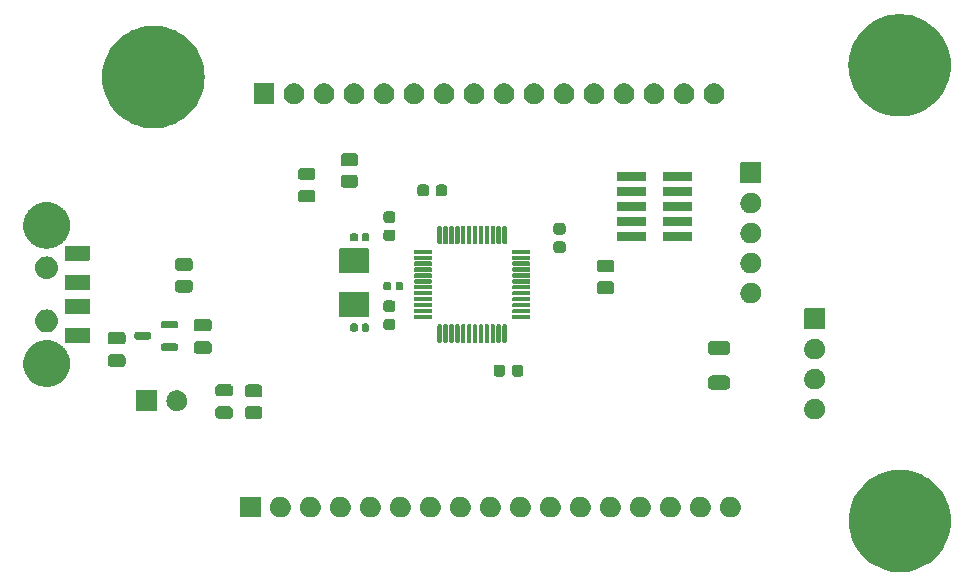
<source format=gbr>
%TF.GenerationSoftware,KiCad,Pcbnew,7.0.7-7.0.7~ubuntu22.04.1*%
%TF.CreationDate,2023-09-22T21:22:16+02:00*%
%TF.ProjectId,kicad103,6b696361-6431-4303-932e-6b696361645f,rev?*%
%TF.SameCoordinates,Original*%
%TF.FileFunction,Soldermask,Top*%
%TF.FilePolarity,Negative*%
%FSLAX46Y46*%
G04 Gerber Fmt 4.6, Leading zero omitted, Abs format (unit mm)*
G04 Created by KiCad (PCBNEW 7.0.7-7.0.7~ubuntu22.04.1) date 2023-09-22 21:22:16*
%MOMM*%
%LPD*%
G01*
G04 APERTURE LIST*
G04 APERTURE END LIST*
G36*
X121836516Y-83889543D02*
G01*
X122241596Y-83967616D01*
X122637421Y-84083840D01*
X123020405Y-84237164D01*
X123387081Y-84426199D01*
X123734128Y-84649232D01*
X124058402Y-84904245D01*
X124356968Y-85188926D01*
X124627121Y-85500700D01*
X124866415Y-85836741D01*
X125072683Y-86194007D01*
X125244056Y-86569262D01*
X125378983Y-86959108D01*
X125476242Y-87360015D01*
X125534952Y-87768351D01*
X125554581Y-88180419D01*
X125534952Y-88592487D01*
X125476242Y-89000823D01*
X125378983Y-89401730D01*
X125244056Y-89791576D01*
X125072683Y-90166831D01*
X124866415Y-90524097D01*
X124627121Y-90860138D01*
X124356968Y-91171912D01*
X124058402Y-91456593D01*
X123734128Y-91711606D01*
X123387081Y-91934639D01*
X123020405Y-92123674D01*
X122637421Y-92276998D01*
X122241596Y-92393222D01*
X121836516Y-92471295D01*
X121425849Y-92510509D01*
X121013313Y-92510509D01*
X120602646Y-92471295D01*
X120197566Y-92393222D01*
X119801741Y-92276998D01*
X119418757Y-92123674D01*
X119052081Y-91934639D01*
X118705034Y-91711606D01*
X118380760Y-91456593D01*
X118082194Y-91171912D01*
X117812041Y-90860138D01*
X117572747Y-90524097D01*
X117366479Y-90166831D01*
X117195106Y-89791576D01*
X117060179Y-89401730D01*
X116962920Y-89000823D01*
X116904210Y-88592487D01*
X116884581Y-88180419D01*
X116904210Y-87768351D01*
X116962920Y-87360015D01*
X117060179Y-86959108D01*
X117195106Y-86569262D01*
X117366479Y-86194007D01*
X117572747Y-85836741D01*
X117812041Y-85500700D01*
X118082194Y-85188926D01*
X118380760Y-84904245D01*
X118705034Y-84649232D01*
X119052081Y-84426199D01*
X119418757Y-84237164D01*
X119801741Y-84083840D01*
X120197566Y-83967616D01*
X120602646Y-83889543D01*
X121013313Y-83850329D01*
X121425849Y-83850329D01*
X121836516Y-83889543D01*
G37*
G36*
X67083394Y-86117664D02*
G01*
X67094749Y-86125251D01*
X67102336Y-86136606D01*
X67105000Y-86150000D01*
X67105000Y-87850000D01*
X67102336Y-87863394D01*
X67094749Y-87874749D01*
X67083394Y-87882336D01*
X67070000Y-87885000D01*
X65370000Y-87885000D01*
X65356606Y-87882336D01*
X65345251Y-87874749D01*
X65337664Y-87863394D01*
X65335000Y-87850000D01*
X65335000Y-86150000D01*
X65337664Y-86136606D01*
X65345251Y-86125251D01*
X65356606Y-86117664D01*
X65370000Y-86115000D01*
X67070000Y-86115000D01*
X67083394Y-86117664D01*
G37*
G36*
X68806035Y-86119848D02*
G01*
X68852508Y-86119848D01*
X68892635Y-86128377D01*
X68932595Y-86132313D01*
X68982801Y-86147542D01*
X69033480Y-86158315D01*
X69065907Y-86172752D01*
X69098551Y-86182655D01*
X69150427Y-86210383D01*
X69202500Y-86233568D01*
X69226711Y-86251158D01*
X69251505Y-86264411D01*
X69302081Y-86305918D01*
X69352181Y-86342317D01*
X69368446Y-86360381D01*
X69385567Y-86374432D01*
X69431573Y-86430491D01*
X69475980Y-86479810D01*
X69485310Y-86495970D01*
X69495588Y-86508494D01*
X69533609Y-86579626D01*
X69568488Y-86640038D01*
X69572499Y-86652385D01*
X69577344Y-86661448D01*
X69604050Y-86749487D01*
X69625661Y-86815998D01*
X69626421Y-86823236D01*
X69627686Y-86827404D01*
X69639992Y-86952359D01*
X69645000Y-87000000D01*
X69639992Y-87047644D01*
X69627686Y-87172595D01*
X69626421Y-87176762D01*
X69625661Y-87184002D01*
X69604045Y-87250526D01*
X69577344Y-87338551D01*
X69572500Y-87347612D01*
X69568488Y-87359962D01*
X69533602Y-87420385D01*
X69495588Y-87491505D01*
X69485312Y-87504026D01*
X69475980Y-87520190D01*
X69431563Y-87569519D01*
X69385567Y-87625567D01*
X69368449Y-87639614D01*
X69352181Y-87657683D01*
X69302071Y-87694089D01*
X69251505Y-87735588D01*
X69226716Y-87748837D01*
X69202500Y-87766432D01*
X69150416Y-87789621D01*
X69098551Y-87817344D01*
X69065914Y-87827244D01*
X69033480Y-87841685D01*
X68982790Y-87852459D01*
X68932595Y-87867686D01*
X68892643Y-87871620D01*
X68852508Y-87880152D01*
X68806025Y-87880152D01*
X68760000Y-87884685D01*
X68713975Y-87880152D01*
X68667492Y-87880152D01*
X68627356Y-87871620D01*
X68587404Y-87867686D01*
X68537206Y-87852458D01*
X68486520Y-87841685D01*
X68454087Y-87827245D01*
X68421448Y-87817344D01*
X68369577Y-87789618D01*
X68317500Y-87766432D01*
X68293286Y-87748839D01*
X68268494Y-87735588D01*
X68217919Y-87694083D01*
X68167819Y-87657683D01*
X68151552Y-87639617D01*
X68134432Y-87625567D01*
X68088424Y-87569506D01*
X68044020Y-87520190D01*
X68034690Y-87504030D01*
X68024411Y-87491505D01*
X67986384Y-87420362D01*
X67951512Y-87359962D01*
X67947500Y-87347616D01*
X67942655Y-87338551D01*
X67915939Y-87250480D01*
X67894339Y-87184002D01*
X67893578Y-87176767D01*
X67892313Y-87172595D01*
X67879991Y-87047493D01*
X67875000Y-87000000D01*
X67879991Y-86952510D01*
X67892313Y-86827404D01*
X67893578Y-86823231D01*
X67894339Y-86815998D01*
X67915934Y-86749534D01*
X67942655Y-86661448D01*
X67947501Y-86652380D01*
X67951512Y-86640038D01*
X67986377Y-86579650D01*
X68024411Y-86508494D01*
X68034692Y-86495966D01*
X68044020Y-86479810D01*
X68088415Y-86430503D01*
X68134432Y-86374432D01*
X68151556Y-86360378D01*
X68167819Y-86342317D01*
X68217909Y-86305924D01*
X68268494Y-86264411D01*
X68293291Y-86251156D01*
X68317500Y-86233568D01*
X68369566Y-86210386D01*
X68421448Y-86182655D01*
X68454094Y-86172751D01*
X68486520Y-86158315D01*
X68537195Y-86147543D01*
X68587404Y-86132313D01*
X68627365Y-86128377D01*
X68667492Y-86119848D01*
X68713965Y-86119848D01*
X68760000Y-86115314D01*
X68806035Y-86119848D01*
G37*
G36*
X71346035Y-86119848D02*
G01*
X71392508Y-86119848D01*
X71432635Y-86128377D01*
X71472595Y-86132313D01*
X71522801Y-86147542D01*
X71573480Y-86158315D01*
X71605907Y-86172752D01*
X71638551Y-86182655D01*
X71690427Y-86210383D01*
X71742500Y-86233568D01*
X71766711Y-86251158D01*
X71791505Y-86264411D01*
X71842081Y-86305918D01*
X71892181Y-86342317D01*
X71908446Y-86360381D01*
X71925567Y-86374432D01*
X71971573Y-86430491D01*
X72015980Y-86479810D01*
X72025310Y-86495970D01*
X72035588Y-86508494D01*
X72073609Y-86579626D01*
X72108488Y-86640038D01*
X72112499Y-86652385D01*
X72117344Y-86661448D01*
X72144050Y-86749487D01*
X72165661Y-86815998D01*
X72166421Y-86823236D01*
X72167686Y-86827404D01*
X72179992Y-86952359D01*
X72185000Y-87000000D01*
X72179992Y-87047644D01*
X72167686Y-87172595D01*
X72166421Y-87176762D01*
X72165661Y-87184002D01*
X72144045Y-87250526D01*
X72117344Y-87338551D01*
X72112500Y-87347612D01*
X72108488Y-87359962D01*
X72073602Y-87420385D01*
X72035588Y-87491505D01*
X72025312Y-87504026D01*
X72015980Y-87520190D01*
X71971563Y-87569519D01*
X71925567Y-87625567D01*
X71908449Y-87639614D01*
X71892181Y-87657683D01*
X71842071Y-87694089D01*
X71791505Y-87735588D01*
X71766716Y-87748837D01*
X71742500Y-87766432D01*
X71690416Y-87789621D01*
X71638551Y-87817344D01*
X71605914Y-87827244D01*
X71573480Y-87841685D01*
X71522790Y-87852459D01*
X71472595Y-87867686D01*
X71432643Y-87871620D01*
X71392508Y-87880152D01*
X71346025Y-87880152D01*
X71300000Y-87884685D01*
X71253975Y-87880152D01*
X71207492Y-87880152D01*
X71167356Y-87871620D01*
X71127404Y-87867686D01*
X71077206Y-87852458D01*
X71026520Y-87841685D01*
X70994087Y-87827245D01*
X70961448Y-87817344D01*
X70909577Y-87789618D01*
X70857500Y-87766432D01*
X70833286Y-87748839D01*
X70808494Y-87735588D01*
X70757919Y-87694083D01*
X70707819Y-87657683D01*
X70691552Y-87639617D01*
X70674432Y-87625567D01*
X70628424Y-87569506D01*
X70584020Y-87520190D01*
X70574690Y-87504030D01*
X70564411Y-87491505D01*
X70526384Y-87420362D01*
X70491512Y-87359962D01*
X70487500Y-87347616D01*
X70482655Y-87338551D01*
X70455939Y-87250480D01*
X70434339Y-87184002D01*
X70433578Y-87176767D01*
X70432313Y-87172595D01*
X70419991Y-87047493D01*
X70415000Y-87000000D01*
X70419991Y-86952510D01*
X70432313Y-86827404D01*
X70433578Y-86823231D01*
X70434339Y-86815998D01*
X70455934Y-86749534D01*
X70482655Y-86661448D01*
X70487501Y-86652380D01*
X70491512Y-86640038D01*
X70526377Y-86579650D01*
X70564411Y-86508494D01*
X70574692Y-86495966D01*
X70584020Y-86479810D01*
X70628415Y-86430503D01*
X70674432Y-86374432D01*
X70691556Y-86360378D01*
X70707819Y-86342317D01*
X70757909Y-86305924D01*
X70808494Y-86264411D01*
X70833291Y-86251156D01*
X70857500Y-86233568D01*
X70909566Y-86210386D01*
X70961448Y-86182655D01*
X70994094Y-86172751D01*
X71026520Y-86158315D01*
X71077195Y-86147543D01*
X71127404Y-86132313D01*
X71167365Y-86128377D01*
X71207492Y-86119848D01*
X71253965Y-86119848D01*
X71300000Y-86115314D01*
X71346035Y-86119848D01*
G37*
G36*
X73886035Y-86119848D02*
G01*
X73932508Y-86119848D01*
X73972635Y-86128377D01*
X74012595Y-86132313D01*
X74062801Y-86147542D01*
X74113480Y-86158315D01*
X74145907Y-86172752D01*
X74178551Y-86182655D01*
X74230427Y-86210383D01*
X74282500Y-86233568D01*
X74306711Y-86251158D01*
X74331505Y-86264411D01*
X74382081Y-86305918D01*
X74432181Y-86342317D01*
X74448446Y-86360381D01*
X74465567Y-86374432D01*
X74511573Y-86430491D01*
X74555980Y-86479810D01*
X74565310Y-86495970D01*
X74575588Y-86508494D01*
X74613609Y-86579626D01*
X74648488Y-86640038D01*
X74652499Y-86652385D01*
X74657344Y-86661448D01*
X74684050Y-86749487D01*
X74705661Y-86815998D01*
X74706421Y-86823236D01*
X74707686Y-86827404D01*
X74719992Y-86952359D01*
X74725000Y-87000000D01*
X74719992Y-87047644D01*
X74707686Y-87172595D01*
X74706421Y-87176762D01*
X74705661Y-87184002D01*
X74684045Y-87250526D01*
X74657344Y-87338551D01*
X74652500Y-87347612D01*
X74648488Y-87359962D01*
X74613602Y-87420385D01*
X74575588Y-87491505D01*
X74565312Y-87504026D01*
X74555980Y-87520190D01*
X74511563Y-87569519D01*
X74465567Y-87625567D01*
X74448449Y-87639614D01*
X74432181Y-87657683D01*
X74382071Y-87694089D01*
X74331505Y-87735588D01*
X74306716Y-87748837D01*
X74282500Y-87766432D01*
X74230416Y-87789621D01*
X74178551Y-87817344D01*
X74145914Y-87827244D01*
X74113480Y-87841685D01*
X74062790Y-87852459D01*
X74012595Y-87867686D01*
X73972643Y-87871620D01*
X73932508Y-87880152D01*
X73886025Y-87880152D01*
X73840000Y-87884685D01*
X73793975Y-87880152D01*
X73747492Y-87880152D01*
X73707356Y-87871620D01*
X73667404Y-87867686D01*
X73617206Y-87852458D01*
X73566520Y-87841685D01*
X73534087Y-87827245D01*
X73501448Y-87817344D01*
X73449577Y-87789618D01*
X73397500Y-87766432D01*
X73373286Y-87748839D01*
X73348494Y-87735588D01*
X73297919Y-87694083D01*
X73247819Y-87657683D01*
X73231552Y-87639617D01*
X73214432Y-87625567D01*
X73168424Y-87569506D01*
X73124020Y-87520190D01*
X73114690Y-87504030D01*
X73104411Y-87491505D01*
X73066384Y-87420362D01*
X73031512Y-87359962D01*
X73027500Y-87347616D01*
X73022655Y-87338551D01*
X72995939Y-87250480D01*
X72974339Y-87184002D01*
X72973578Y-87176767D01*
X72972313Y-87172595D01*
X72959991Y-87047493D01*
X72955000Y-87000000D01*
X72959991Y-86952510D01*
X72972313Y-86827404D01*
X72973578Y-86823231D01*
X72974339Y-86815998D01*
X72995934Y-86749534D01*
X73022655Y-86661448D01*
X73027501Y-86652380D01*
X73031512Y-86640038D01*
X73066377Y-86579650D01*
X73104411Y-86508494D01*
X73114692Y-86495966D01*
X73124020Y-86479810D01*
X73168415Y-86430503D01*
X73214432Y-86374432D01*
X73231556Y-86360378D01*
X73247819Y-86342317D01*
X73297909Y-86305924D01*
X73348494Y-86264411D01*
X73373291Y-86251156D01*
X73397500Y-86233568D01*
X73449566Y-86210386D01*
X73501448Y-86182655D01*
X73534094Y-86172751D01*
X73566520Y-86158315D01*
X73617195Y-86147543D01*
X73667404Y-86132313D01*
X73707365Y-86128377D01*
X73747492Y-86119848D01*
X73793965Y-86119848D01*
X73840000Y-86115314D01*
X73886035Y-86119848D01*
G37*
G36*
X76426035Y-86119848D02*
G01*
X76472508Y-86119848D01*
X76512635Y-86128377D01*
X76552595Y-86132313D01*
X76602801Y-86147542D01*
X76653480Y-86158315D01*
X76685907Y-86172752D01*
X76718551Y-86182655D01*
X76770427Y-86210383D01*
X76822500Y-86233568D01*
X76846711Y-86251158D01*
X76871505Y-86264411D01*
X76922081Y-86305918D01*
X76972181Y-86342317D01*
X76988446Y-86360381D01*
X77005567Y-86374432D01*
X77051573Y-86430491D01*
X77095980Y-86479810D01*
X77105310Y-86495970D01*
X77115588Y-86508494D01*
X77153609Y-86579626D01*
X77188488Y-86640038D01*
X77192499Y-86652385D01*
X77197344Y-86661448D01*
X77224050Y-86749487D01*
X77245661Y-86815998D01*
X77246421Y-86823236D01*
X77247686Y-86827404D01*
X77259992Y-86952359D01*
X77265000Y-87000000D01*
X77259992Y-87047644D01*
X77247686Y-87172595D01*
X77246421Y-87176762D01*
X77245661Y-87184002D01*
X77224045Y-87250526D01*
X77197344Y-87338551D01*
X77192500Y-87347612D01*
X77188488Y-87359962D01*
X77153602Y-87420385D01*
X77115588Y-87491505D01*
X77105312Y-87504026D01*
X77095980Y-87520190D01*
X77051563Y-87569519D01*
X77005567Y-87625567D01*
X76988449Y-87639614D01*
X76972181Y-87657683D01*
X76922071Y-87694089D01*
X76871505Y-87735588D01*
X76846716Y-87748837D01*
X76822500Y-87766432D01*
X76770416Y-87789621D01*
X76718551Y-87817344D01*
X76685914Y-87827244D01*
X76653480Y-87841685D01*
X76602790Y-87852459D01*
X76552595Y-87867686D01*
X76512643Y-87871620D01*
X76472508Y-87880152D01*
X76426025Y-87880152D01*
X76380000Y-87884685D01*
X76333975Y-87880152D01*
X76287492Y-87880152D01*
X76247356Y-87871620D01*
X76207404Y-87867686D01*
X76157206Y-87852458D01*
X76106520Y-87841685D01*
X76074087Y-87827245D01*
X76041448Y-87817344D01*
X75989577Y-87789618D01*
X75937500Y-87766432D01*
X75913286Y-87748839D01*
X75888494Y-87735588D01*
X75837919Y-87694083D01*
X75787819Y-87657683D01*
X75771552Y-87639617D01*
X75754432Y-87625567D01*
X75708424Y-87569506D01*
X75664020Y-87520190D01*
X75654690Y-87504030D01*
X75644411Y-87491505D01*
X75606384Y-87420362D01*
X75571512Y-87359962D01*
X75567500Y-87347616D01*
X75562655Y-87338551D01*
X75535939Y-87250480D01*
X75514339Y-87184002D01*
X75513578Y-87176767D01*
X75512313Y-87172595D01*
X75499991Y-87047493D01*
X75495000Y-87000000D01*
X75499991Y-86952510D01*
X75512313Y-86827404D01*
X75513578Y-86823231D01*
X75514339Y-86815998D01*
X75535934Y-86749534D01*
X75562655Y-86661448D01*
X75567501Y-86652380D01*
X75571512Y-86640038D01*
X75606377Y-86579650D01*
X75644411Y-86508494D01*
X75654692Y-86495966D01*
X75664020Y-86479810D01*
X75708415Y-86430503D01*
X75754432Y-86374432D01*
X75771556Y-86360378D01*
X75787819Y-86342317D01*
X75837909Y-86305924D01*
X75888494Y-86264411D01*
X75913291Y-86251156D01*
X75937500Y-86233568D01*
X75989566Y-86210386D01*
X76041448Y-86182655D01*
X76074094Y-86172751D01*
X76106520Y-86158315D01*
X76157195Y-86147543D01*
X76207404Y-86132313D01*
X76247365Y-86128377D01*
X76287492Y-86119848D01*
X76333965Y-86119848D01*
X76380000Y-86115314D01*
X76426035Y-86119848D01*
G37*
G36*
X78966035Y-86119848D02*
G01*
X79012508Y-86119848D01*
X79052635Y-86128377D01*
X79092595Y-86132313D01*
X79142801Y-86147542D01*
X79193480Y-86158315D01*
X79225907Y-86172752D01*
X79258551Y-86182655D01*
X79310427Y-86210383D01*
X79362500Y-86233568D01*
X79386711Y-86251158D01*
X79411505Y-86264411D01*
X79462081Y-86305918D01*
X79512181Y-86342317D01*
X79528446Y-86360381D01*
X79545567Y-86374432D01*
X79591573Y-86430491D01*
X79635980Y-86479810D01*
X79645310Y-86495970D01*
X79655588Y-86508494D01*
X79693609Y-86579626D01*
X79728488Y-86640038D01*
X79732499Y-86652385D01*
X79737344Y-86661448D01*
X79764050Y-86749487D01*
X79785661Y-86815998D01*
X79786421Y-86823236D01*
X79787686Y-86827404D01*
X79799992Y-86952359D01*
X79805000Y-87000000D01*
X79799992Y-87047644D01*
X79787686Y-87172595D01*
X79786421Y-87176762D01*
X79785661Y-87184002D01*
X79764045Y-87250526D01*
X79737344Y-87338551D01*
X79732500Y-87347612D01*
X79728488Y-87359962D01*
X79693602Y-87420385D01*
X79655588Y-87491505D01*
X79645312Y-87504026D01*
X79635980Y-87520190D01*
X79591563Y-87569519D01*
X79545567Y-87625567D01*
X79528449Y-87639614D01*
X79512181Y-87657683D01*
X79462071Y-87694089D01*
X79411505Y-87735588D01*
X79386716Y-87748837D01*
X79362500Y-87766432D01*
X79310416Y-87789621D01*
X79258551Y-87817344D01*
X79225914Y-87827244D01*
X79193480Y-87841685D01*
X79142790Y-87852459D01*
X79092595Y-87867686D01*
X79052643Y-87871620D01*
X79012508Y-87880152D01*
X78966025Y-87880152D01*
X78920000Y-87884685D01*
X78873975Y-87880152D01*
X78827492Y-87880152D01*
X78787356Y-87871620D01*
X78747404Y-87867686D01*
X78697206Y-87852458D01*
X78646520Y-87841685D01*
X78614087Y-87827245D01*
X78581448Y-87817344D01*
X78529577Y-87789618D01*
X78477500Y-87766432D01*
X78453286Y-87748839D01*
X78428494Y-87735588D01*
X78377919Y-87694083D01*
X78327819Y-87657683D01*
X78311552Y-87639617D01*
X78294432Y-87625567D01*
X78248424Y-87569506D01*
X78204020Y-87520190D01*
X78194690Y-87504030D01*
X78184411Y-87491505D01*
X78146384Y-87420362D01*
X78111512Y-87359962D01*
X78107500Y-87347616D01*
X78102655Y-87338551D01*
X78075939Y-87250480D01*
X78054339Y-87184002D01*
X78053578Y-87176767D01*
X78052313Y-87172595D01*
X78039991Y-87047493D01*
X78035000Y-87000000D01*
X78039991Y-86952510D01*
X78052313Y-86827404D01*
X78053578Y-86823231D01*
X78054339Y-86815998D01*
X78075934Y-86749534D01*
X78102655Y-86661448D01*
X78107501Y-86652380D01*
X78111512Y-86640038D01*
X78146377Y-86579650D01*
X78184411Y-86508494D01*
X78194692Y-86495966D01*
X78204020Y-86479810D01*
X78248415Y-86430503D01*
X78294432Y-86374432D01*
X78311556Y-86360378D01*
X78327819Y-86342317D01*
X78377909Y-86305924D01*
X78428494Y-86264411D01*
X78453291Y-86251156D01*
X78477500Y-86233568D01*
X78529566Y-86210386D01*
X78581448Y-86182655D01*
X78614094Y-86172751D01*
X78646520Y-86158315D01*
X78697195Y-86147543D01*
X78747404Y-86132313D01*
X78787365Y-86128377D01*
X78827492Y-86119848D01*
X78873965Y-86119848D01*
X78920000Y-86115314D01*
X78966035Y-86119848D01*
G37*
G36*
X81506035Y-86119848D02*
G01*
X81552508Y-86119848D01*
X81592635Y-86128377D01*
X81632595Y-86132313D01*
X81682801Y-86147542D01*
X81733480Y-86158315D01*
X81765907Y-86172752D01*
X81798551Y-86182655D01*
X81850427Y-86210383D01*
X81902500Y-86233568D01*
X81926711Y-86251158D01*
X81951505Y-86264411D01*
X82002081Y-86305918D01*
X82052181Y-86342317D01*
X82068446Y-86360381D01*
X82085567Y-86374432D01*
X82131573Y-86430491D01*
X82175980Y-86479810D01*
X82185310Y-86495970D01*
X82195588Y-86508494D01*
X82233609Y-86579626D01*
X82268488Y-86640038D01*
X82272499Y-86652385D01*
X82277344Y-86661448D01*
X82304050Y-86749487D01*
X82325661Y-86815998D01*
X82326421Y-86823236D01*
X82327686Y-86827404D01*
X82339992Y-86952359D01*
X82345000Y-87000000D01*
X82339992Y-87047644D01*
X82327686Y-87172595D01*
X82326421Y-87176762D01*
X82325661Y-87184002D01*
X82304045Y-87250526D01*
X82277344Y-87338551D01*
X82272500Y-87347612D01*
X82268488Y-87359962D01*
X82233602Y-87420385D01*
X82195588Y-87491505D01*
X82185312Y-87504026D01*
X82175980Y-87520190D01*
X82131563Y-87569519D01*
X82085567Y-87625567D01*
X82068449Y-87639614D01*
X82052181Y-87657683D01*
X82002071Y-87694089D01*
X81951505Y-87735588D01*
X81926716Y-87748837D01*
X81902500Y-87766432D01*
X81850416Y-87789621D01*
X81798551Y-87817344D01*
X81765914Y-87827244D01*
X81733480Y-87841685D01*
X81682790Y-87852459D01*
X81632595Y-87867686D01*
X81592643Y-87871620D01*
X81552508Y-87880152D01*
X81506025Y-87880152D01*
X81460000Y-87884685D01*
X81413975Y-87880152D01*
X81367492Y-87880152D01*
X81327356Y-87871620D01*
X81287404Y-87867686D01*
X81237206Y-87852458D01*
X81186520Y-87841685D01*
X81154087Y-87827245D01*
X81121448Y-87817344D01*
X81069577Y-87789618D01*
X81017500Y-87766432D01*
X80993286Y-87748839D01*
X80968494Y-87735588D01*
X80917919Y-87694083D01*
X80867819Y-87657683D01*
X80851552Y-87639617D01*
X80834432Y-87625567D01*
X80788424Y-87569506D01*
X80744020Y-87520190D01*
X80734690Y-87504030D01*
X80724411Y-87491505D01*
X80686384Y-87420362D01*
X80651512Y-87359962D01*
X80647500Y-87347616D01*
X80642655Y-87338551D01*
X80615939Y-87250480D01*
X80594339Y-87184002D01*
X80593578Y-87176767D01*
X80592313Y-87172595D01*
X80579991Y-87047493D01*
X80575000Y-87000000D01*
X80579991Y-86952510D01*
X80592313Y-86827404D01*
X80593578Y-86823231D01*
X80594339Y-86815998D01*
X80615934Y-86749534D01*
X80642655Y-86661448D01*
X80647501Y-86652380D01*
X80651512Y-86640038D01*
X80686377Y-86579650D01*
X80724411Y-86508494D01*
X80734692Y-86495966D01*
X80744020Y-86479810D01*
X80788415Y-86430503D01*
X80834432Y-86374432D01*
X80851556Y-86360378D01*
X80867819Y-86342317D01*
X80917909Y-86305924D01*
X80968494Y-86264411D01*
X80993291Y-86251156D01*
X81017500Y-86233568D01*
X81069566Y-86210386D01*
X81121448Y-86182655D01*
X81154094Y-86172751D01*
X81186520Y-86158315D01*
X81237195Y-86147543D01*
X81287404Y-86132313D01*
X81327365Y-86128377D01*
X81367492Y-86119848D01*
X81413965Y-86119848D01*
X81460000Y-86115314D01*
X81506035Y-86119848D01*
G37*
G36*
X84046035Y-86119848D02*
G01*
X84092508Y-86119848D01*
X84132635Y-86128377D01*
X84172595Y-86132313D01*
X84222801Y-86147542D01*
X84273480Y-86158315D01*
X84305907Y-86172752D01*
X84338551Y-86182655D01*
X84390427Y-86210383D01*
X84442500Y-86233568D01*
X84466711Y-86251158D01*
X84491505Y-86264411D01*
X84542081Y-86305918D01*
X84592181Y-86342317D01*
X84608446Y-86360381D01*
X84625567Y-86374432D01*
X84671573Y-86430491D01*
X84715980Y-86479810D01*
X84725310Y-86495970D01*
X84735588Y-86508494D01*
X84773609Y-86579626D01*
X84808488Y-86640038D01*
X84812499Y-86652385D01*
X84817344Y-86661448D01*
X84844050Y-86749487D01*
X84865661Y-86815998D01*
X84866421Y-86823236D01*
X84867686Y-86827404D01*
X84879992Y-86952359D01*
X84885000Y-87000000D01*
X84879992Y-87047644D01*
X84867686Y-87172595D01*
X84866421Y-87176762D01*
X84865661Y-87184002D01*
X84844045Y-87250526D01*
X84817344Y-87338551D01*
X84812500Y-87347612D01*
X84808488Y-87359962D01*
X84773602Y-87420385D01*
X84735588Y-87491505D01*
X84725312Y-87504026D01*
X84715980Y-87520190D01*
X84671563Y-87569519D01*
X84625567Y-87625567D01*
X84608449Y-87639614D01*
X84592181Y-87657683D01*
X84542071Y-87694089D01*
X84491505Y-87735588D01*
X84466716Y-87748837D01*
X84442500Y-87766432D01*
X84390416Y-87789621D01*
X84338551Y-87817344D01*
X84305914Y-87827244D01*
X84273480Y-87841685D01*
X84222790Y-87852459D01*
X84172595Y-87867686D01*
X84132643Y-87871620D01*
X84092508Y-87880152D01*
X84046025Y-87880152D01*
X84000000Y-87884685D01*
X83953975Y-87880152D01*
X83907492Y-87880152D01*
X83867356Y-87871620D01*
X83827404Y-87867686D01*
X83777206Y-87852458D01*
X83726520Y-87841685D01*
X83694087Y-87827245D01*
X83661448Y-87817344D01*
X83609577Y-87789618D01*
X83557500Y-87766432D01*
X83533286Y-87748839D01*
X83508494Y-87735588D01*
X83457919Y-87694083D01*
X83407819Y-87657683D01*
X83391552Y-87639617D01*
X83374432Y-87625567D01*
X83328424Y-87569506D01*
X83284020Y-87520190D01*
X83274690Y-87504030D01*
X83264411Y-87491505D01*
X83226384Y-87420362D01*
X83191512Y-87359962D01*
X83187500Y-87347616D01*
X83182655Y-87338551D01*
X83155939Y-87250480D01*
X83134339Y-87184002D01*
X83133578Y-87176767D01*
X83132313Y-87172595D01*
X83119991Y-87047493D01*
X83115000Y-87000000D01*
X83119991Y-86952510D01*
X83132313Y-86827404D01*
X83133578Y-86823231D01*
X83134339Y-86815998D01*
X83155934Y-86749534D01*
X83182655Y-86661448D01*
X83187501Y-86652380D01*
X83191512Y-86640038D01*
X83226377Y-86579650D01*
X83264411Y-86508494D01*
X83274692Y-86495966D01*
X83284020Y-86479810D01*
X83328415Y-86430503D01*
X83374432Y-86374432D01*
X83391556Y-86360378D01*
X83407819Y-86342317D01*
X83457909Y-86305924D01*
X83508494Y-86264411D01*
X83533291Y-86251156D01*
X83557500Y-86233568D01*
X83609566Y-86210386D01*
X83661448Y-86182655D01*
X83694094Y-86172751D01*
X83726520Y-86158315D01*
X83777195Y-86147543D01*
X83827404Y-86132313D01*
X83867365Y-86128377D01*
X83907492Y-86119848D01*
X83953965Y-86119848D01*
X84000000Y-86115314D01*
X84046035Y-86119848D01*
G37*
G36*
X86586035Y-86119848D02*
G01*
X86632508Y-86119848D01*
X86672635Y-86128377D01*
X86712595Y-86132313D01*
X86762801Y-86147542D01*
X86813480Y-86158315D01*
X86845907Y-86172752D01*
X86878551Y-86182655D01*
X86930427Y-86210383D01*
X86982500Y-86233568D01*
X87006711Y-86251158D01*
X87031505Y-86264411D01*
X87082081Y-86305918D01*
X87132181Y-86342317D01*
X87148446Y-86360381D01*
X87165567Y-86374432D01*
X87211573Y-86430491D01*
X87255980Y-86479810D01*
X87265310Y-86495970D01*
X87275588Y-86508494D01*
X87313609Y-86579626D01*
X87348488Y-86640038D01*
X87352499Y-86652385D01*
X87357344Y-86661448D01*
X87384050Y-86749487D01*
X87405661Y-86815998D01*
X87406421Y-86823236D01*
X87407686Y-86827404D01*
X87419992Y-86952359D01*
X87425000Y-87000000D01*
X87419992Y-87047644D01*
X87407686Y-87172595D01*
X87406421Y-87176762D01*
X87405661Y-87184002D01*
X87384045Y-87250526D01*
X87357344Y-87338551D01*
X87352500Y-87347612D01*
X87348488Y-87359962D01*
X87313602Y-87420385D01*
X87275588Y-87491505D01*
X87265312Y-87504026D01*
X87255980Y-87520190D01*
X87211563Y-87569519D01*
X87165567Y-87625567D01*
X87148449Y-87639614D01*
X87132181Y-87657683D01*
X87082071Y-87694089D01*
X87031505Y-87735588D01*
X87006716Y-87748837D01*
X86982500Y-87766432D01*
X86930416Y-87789621D01*
X86878551Y-87817344D01*
X86845914Y-87827244D01*
X86813480Y-87841685D01*
X86762790Y-87852459D01*
X86712595Y-87867686D01*
X86672643Y-87871620D01*
X86632508Y-87880152D01*
X86586025Y-87880152D01*
X86540000Y-87884685D01*
X86493975Y-87880152D01*
X86447492Y-87880152D01*
X86407356Y-87871620D01*
X86367404Y-87867686D01*
X86317206Y-87852458D01*
X86266520Y-87841685D01*
X86234087Y-87827245D01*
X86201448Y-87817344D01*
X86149577Y-87789618D01*
X86097500Y-87766432D01*
X86073286Y-87748839D01*
X86048494Y-87735588D01*
X85997919Y-87694083D01*
X85947819Y-87657683D01*
X85931552Y-87639617D01*
X85914432Y-87625567D01*
X85868424Y-87569506D01*
X85824020Y-87520190D01*
X85814690Y-87504030D01*
X85804411Y-87491505D01*
X85766384Y-87420362D01*
X85731512Y-87359962D01*
X85727500Y-87347616D01*
X85722655Y-87338551D01*
X85695939Y-87250480D01*
X85674339Y-87184002D01*
X85673578Y-87176767D01*
X85672313Y-87172595D01*
X85659991Y-87047493D01*
X85655000Y-87000000D01*
X85659991Y-86952510D01*
X85672313Y-86827404D01*
X85673578Y-86823231D01*
X85674339Y-86815998D01*
X85695934Y-86749534D01*
X85722655Y-86661448D01*
X85727501Y-86652380D01*
X85731512Y-86640038D01*
X85766377Y-86579650D01*
X85804411Y-86508494D01*
X85814692Y-86495966D01*
X85824020Y-86479810D01*
X85868415Y-86430503D01*
X85914432Y-86374432D01*
X85931556Y-86360378D01*
X85947819Y-86342317D01*
X85997909Y-86305924D01*
X86048494Y-86264411D01*
X86073291Y-86251156D01*
X86097500Y-86233568D01*
X86149566Y-86210386D01*
X86201448Y-86182655D01*
X86234094Y-86172751D01*
X86266520Y-86158315D01*
X86317195Y-86147543D01*
X86367404Y-86132313D01*
X86407365Y-86128377D01*
X86447492Y-86119848D01*
X86493965Y-86119848D01*
X86540000Y-86115314D01*
X86586035Y-86119848D01*
G37*
G36*
X89126035Y-86119848D02*
G01*
X89172508Y-86119848D01*
X89212635Y-86128377D01*
X89252595Y-86132313D01*
X89302801Y-86147542D01*
X89353480Y-86158315D01*
X89385907Y-86172752D01*
X89418551Y-86182655D01*
X89470427Y-86210383D01*
X89522500Y-86233568D01*
X89546711Y-86251158D01*
X89571505Y-86264411D01*
X89622081Y-86305918D01*
X89672181Y-86342317D01*
X89688446Y-86360381D01*
X89705567Y-86374432D01*
X89751573Y-86430491D01*
X89795980Y-86479810D01*
X89805310Y-86495970D01*
X89815588Y-86508494D01*
X89853609Y-86579626D01*
X89888488Y-86640038D01*
X89892499Y-86652385D01*
X89897344Y-86661448D01*
X89924050Y-86749487D01*
X89945661Y-86815998D01*
X89946421Y-86823236D01*
X89947686Y-86827404D01*
X89959992Y-86952359D01*
X89965000Y-87000000D01*
X89959992Y-87047644D01*
X89947686Y-87172595D01*
X89946421Y-87176762D01*
X89945661Y-87184002D01*
X89924045Y-87250526D01*
X89897344Y-87338551D01*
X89892500Y-87347612D01*
X89888488Y-87359962D01*
X89853602Y-87420385D01*
X89815588Y-87491505D01*
X89805312Y-87504026D01*
X89795980Y-87520190D01*
X89751563Y-87569519D01*
X89705567Y-87625567D01*
X89688449Y-87639614D01*
X89672181Y-87657683D01*
X89622071Y-87694089D01*
X89571505Y-87735588D01*
X89546716Y-87748837D01*
X89522500Y-87766432D01*
X89470416Y-87789621D01*
X89418551Y-87817344D01*
X89385914Y-87827244D01*
X89353480Y-87841685D01*
X89302790Y-87852459D01*
X89252595Y-87867686D01*
X89212643Y-87871620D01*
X89172508Y-87880152D01*
X89126025Y-87880152D01*
X89080000Y-87884685D01*
X89033975Y-87880152D01*
X88987492Y-87880152D01*
X88947356Y-87871620D01*
X88907404Y-87867686D01*
X88857206Y-87852458D01*
X88806520Y-87841685D01*
X88774087Y-87827245D01*
X88741448Y-87817344D01*
X88689577Y-87789618D01*
X88637500Y-87766432D01*
X88613286Y-87748839D01*
X88588494Y-87735588D01*
X88537919Y-87694083D01*
X88487819Y-87657683D01*
X88471552Y-87639617D01*
X88454432Y-87625567D01*
X88408424Y-87569506D01*
X88364020Y-87520190D01*
X88354690Y-87504030D01*
X88344411Y-87491505D01*
X88306384Y-87420362D01*
X88271512Y-87359962D01*
X88267500Y-87347616D01*
X88262655Y-87338551D01*
X88235939Y-87250480D01*
X88214339Y-87184002D01*
X88213578Y-87176767D01*
X88212313Y-87172595D01*
X88199991Y-87047493D01*
X88195000Y-87000000D01*
X88199991Y-86952510D01*
X88212313Y-86827404D01*
X88213578Y-86823231D01*
X88214339Y-86815998D01*
X88235934Y-86749534D01*
X88262655Y-86661448D01*
X88267501Y-86652380D01*
X88271512Y-86640038D01*
X88306377Y-86579650D01*
X88344411Y-86508494D01*
X88354692Y-86495966D01*
X88364020Y-86479810D01*
X88408415Y-86430503D01*
X88454432Y-86374432D01*
X88471556Y-86360378D01*
X88487819Y-86342317D01*
X88537909Y-86305924D01*
X88588494Y-86264411D01*
X88613291Y-86251156D01*
X88637500Y-86233568D01*
X88689566Y-86210386D01*
X88741448Y-86182655D01*
X88774094Y-86172751D01*
X88806520Y-86158315D01*
X88857195Y-86147543D01*
X88907404Y-86132313D01*
X88947365Y-86128377D01*
X88987492Y-86119848D01*
X89033965Y-86119848D01*
X89080000Y-86115314D01*
X89126035Y-86119848D01*
G37*
G36*
X91666035Y-86119848D02*
G01*
X91712508Y-86119848D01*
X91752635Y-86128377D01*
X91792595Y-86132313D01*
X91842801Y-86147542D01*
X91893480Y-86158315D01*
X91925907Y-86172752D01*
X91958551Y-86182655D01*
X92010427Y-86210383D01*
X92062500Y-86233568D01*
X92086711Y-86251158D01*
X92111505Y-86264411D01*
X92162081Y-86305918D01*
X92212181Y-86342317D01*
X92228446Y-86360381D01*
X92245567Y-86374432D01*
X92291573Y-86430491D01*
X92335980Y-86479810D01*
X92345310Y-86495970D01*
X92355588Y-86508494D01*
X92393609Y-86579626D01*
X92428488Y-86640038D01*
X92432499Y-86652385D01*
X92437344Y-86661448D01*
X92464050Y-86749487D01*
X92485661Y-86815998D01*
X92486421Y-86823236D01*
X92487686Y-86827404D01*
X92499992Y-86952359D01*
X92505000Y-87000000D01*
X92499992Y-87047644D01*
X92487686Y-87172595D01*
X92486421Y-87176762D01*
X92485661Y-87184002D01*
X92464045Y-87250526D01*
X92437344Y-87338551D01*
X92432500Y-87347612D01*
X92428488Y-87359962D01*
X92393602Y-87420385D01*
X92355588Y-87491505D01*
X92345312Y-87504026D01*
X92335980Y-87520190D01*
X92291563Y-87569519D01*
X92245567Y-87625567D01*
X92228449Y-87639614D01*
X92212181Y-87657683D01*
X92162071Y-87694089D01*
X92111505Y-87735588D01*
X92086716Y-87748837D01*
X92062500Y-87766432D01*
X92010416Y-87789621D01*
X91958551Y-87817344D01*
X91925914Y-87827244D01*
X91893480Y-87841685D01*
X91842790Y-87852459D01*
X91792595Y-87867686D01*
X91752643Y-87871620D01*
X91712508Y-87880152D01*
X91666025Y-87880152D01*
X91620000Y-87884685D01*
X91573975Y-87880152D01*
X91527492Y-87880152D01*
X91487356Y-87871620D01*
X91447404Y-87867686D01*
X91397206Y-87852458D01*
X91346520Y-87841685D01*
X91314087Y-87827245D01*
X91281448Y-87817344D01*
X91229577Y-87789618D01*
X91177500Y-87766432D01*
X91153286Y-87748839D01*
X91128494Y-87735588D01*
X91077919Y-87694083D01*
X91027819Y-87657683D01*
X91011552Y-87639617D01*
X90994432Y-87625567D01*
X90948424Y-87569506D01*
X90904020Y-87520190D01*
X90894690Y-87504030D01*
X90884411Y-87491505D01*
X90846384Y-87420362D01*
X90811512Y-87359962D01*
X90807500Y-87347616D01*
X90802655Y-87338551D01*
X90775939Y-87250480D01*
X90754339Y-87184002D01*
X90753578Y-87176767D01*
X90752313Y-87172595D01*
X90739991Y-87047493D01*
X90735000Y-87000000D01*
X90739991Y-86952510D01*
X90752313Y-86827404D01*
X90753578Y-86823231D01*
X90754339Y-86815998D01*
X90775934Y-86749534D01*
X90802655Y-86661448D01*
X90807501Y-86652380D01*
X90811512Y-86640038D01*
X90846377Y-86579650D01*
X90884411Y-86508494D01*
X90894692Y-86495966D01*
X90904020Y-86479810D01*
X90948415Y-86430503D01*
X90994432Y-86374432D01*
X91011556Y-86360378D01*
X91027819Y-86342317D01*
X91077909Y-86305924D01*
X91128494Y-86264411D01*
X91153291Y-86251156D01*
X91177500Y-86233568D01*
X91229566Y-86210386D01*
X91281448Y-86182655D01*
X91314094Y-86172751D01*
X91346520Y-86158315D01*
X91397195Y-86147543D01*
X91447404Y-86132313D01*
X91487365Y-86128377D01*
X91527492Y-86119848D01*
X91573965Y-86119848D01*
X91620000Y-86115314D01*
X91666035Y-86119848D01*
G37*
G36*
X94206035Y-86119848D02*
G01*
X94252508Y-86119848D01*
X94292635Y-86128377D01*
X94332595Y-86132313D01*
X94382801Y-86147542D01*
X94433480Y-86158315D01*
X94465907Y-86172752D01*
X94498551Y-86182655D01*
X94550427Y-86210383D01*
X94602500Y-86233568D01*
X94626711Y-86251158D01*
X94651505Y-86264411D01*
X94702081Y-86305918D01*
X94752181Y-86342317D01*
X94768446Y-86360381D01*
X94785567Y-86374432D01*
X94831573Y-86430491D01*
X94875980Y-86479810D01*
X94885310Y-86495970D01*
X94895588Y-86508494D01*
X94933609Y-86579626D01*
X94968488Y-86640038D01*
X94972499Y-86652385D01*
X94977344Y-86661448D01*
X95004050Y-86749487D01*
X95025661Y-86815998D01*
X95026421Y-86823236D01*
X95027686Y-86827404D01*
X95039992Y-86952359D01*
X95045000Y-87000000D01*
X95039992Y-87047644D01*
X95027686Y-87172595D01*
X95026421Y-87176762D01*
X95025661Y-87184002D01*
X95004045Y-87250526D01*
X94977344Y-87338551D01*
X94972500Y-87347612D01*
X94968488Y-87359962D01*
X94933602Y-87420385D01*
X94895588Y-87491505D01*
X94885312Y-87504026D01*
X94875980Y-87520190D01*
X94831563Y-87569519D01*
X94785567Y-87625567D01*
X94768449Y-87639614D01*
X94752181Y-87657683D01*
X94702071Y-87694089D01*
X94651505Y-87735588D01*
X94626716Y-87748837D01*
X94602500Y-87766432D01*
X94550416Y-87789621D01*
X94498551Y-87817344D01*
X94465914Y-87827244D01*
X94433480Y-87841685D01*
X94382790Y-87852459D01*
X94332595Y-87867686D01*
X94292643Y-87871620D01*
X94252508Y-87880152D01*
X94206025Y-87880152D01*
X94160000Y-87884685D01*
X94113975Y-87880152D01*
X94067492Y-87880152D01*
X94027356Y-87871620D01*
X93987404Y-87867686D01*
X93937206Y-87852458D01*
X93886520Y-87841685D01*
X93854087Y-87827245D01*
X93821448Y-87817344D01*
X93769577Y-87789618D01*
X93717500Y-87766432D01*
X93693286Y-87748839D01*
X93668494Y-87735588D01*
X93617919Y-87694083D01*
X93567819Y-87657683D01*
X93551552Y-87639617D01*
X93534432Y-87625567D01*
X93488424Y-87569506D01*
X93444020Y-87520190D01*
X93434690Y-87504030D01*
X93424411Y-87491505D01*
X93386384Y-87420362D01*
X93351512Y-87359962D01*
X93347500Y-87347616D01*
X93342655Y-87338551D01*
X93315939Y-87250480D01*
X93294339Y-87184002D01*
X93293578Y-87176767D01*
X93292313Y-87172595D01*
X93279991Y-87047493D01*
X93275000Y-87000000D01*
X93279991Y-86952510D01*
X93292313Y-86827404D01*
X93293578Y-86823231D01*
X93294339Y-86815998D01*
X93315934Y-86749534D01*
X93342655Y-86661448D01*
X93347501Y-86652380D01*
X93351512Y-86640038D01*
X93386377Y-86579650D01*
X93424411Y-86508494D01*
X93434692Y-86495966D01*
X93444020Y-86479810D01*
X93488415Y-86430503D01*
X93534432Y-86374432D01*
X93551556Y-86360378D01*
X93567819Y-86342317D01*
X93617909Y-86305924D01*
X93668494Y-86264411D01*
X93693291Y-86251156D01*
X93717500Y-86233568D01*
X93769566Y-86210386D01*
X93821448Y-86182655D01*
X93854094Y-86172751D01*
X93886520Y-86158315D01*
X93937195Y-86147543D01*
X93987404Y-86132313D01*
X94027365Y-86128377D01*
X94067492Y-86119848D01*
X94113965Y-86119848D01*
X94160000Y-86115314D01*
X94206035Y-86119848D01*
G37*
G36*
X96746035Y-86119848D02*
G01*
X96792508Y-86119848D01*
X96832635Y-86128377D01*
X96872595Y-86132313D01*
X96922801Y-86147542D01*
X96973480Y-86158315D01*
X97005907Y-86172752D01*
X97038551Y-86182655D01*
X97090427Y-86210383D01*
X97142500Y-86233568D01*
X97166711Y-86251158D01*
X97191505Y-86264411D01*
X97242081Y-86305918D01*
X97292181Y-86342317D01*
X97308446Y-86360381D01*
X97325567Y-86374432D01*
X97371573Y-86430491D01*
X97415980Y-86479810D01*
X97425310Y-86495970D01*
X97435588Y-86508494D01*
X97473609Y-86579626D01*
X97508488Y-86640038D01*
X97512499Y-86652385D01*
X97517344Y-86661448D01*
X97544050Y-86749487D01*
X97565661Y-86815998D01*
X97566421Y-86823236D01*
X97567686Y-86827404D01*
X97579992Y-86952359D01*
X97585000Y-87000000D01*
X97579992Y-87047644D01*
X97567686Y-87172595D01*
X97566421Y-87176762D01*
X97565661Y-87184002D01*
X97544045Y-87250526D01*
X97517344Y-87338551D01*
X97512500Y-87347612D01*
X97508488Y-87359962D01*
X97473602Y-87420385D01*
X97435588Y-87491505D01*
X97425312Y-87504026D01*
X97415980Y-87520190D01*
X97371563Y-87569519D01*
X97325567Y-87625567D01*
X97308449Y-87639614D01*
X97292181Y-87657683D01*
X97242071Y-87694089D01*
X97191505Y-87735588D01*
X97166716Y-87748837D01*
X97142500Y-87766432D01*
X97090416Y-87789621D01*
X97038551Y-87817344D01*
X97005914Y-87827244D01*
X96973480Y-87841685D01*
X96922790Y-87852459D01*
X96872595Y-87867686D01*
X96832643Y-87871620D01*
X96792508Y-87880152D01*
X96746025Y-87880152D01*
X96700000Y-87884685D01*
X96653975Y-87880152D01*
X96607492Y-87880152D01*
X96567356Y-87871620D01*
X96527404Y-87867686D01*
X96477206Y-87852458D01*
X96426520Y-87841685D01*
X96394087Y-87827245D01*
X96361448Y-87817344D01*
X96309577Y-87789618D01*
X96257500Y-87766432D01*
X96233286Y-87748839D01*
X96208494Y-87735588D01*
X96157919Y-87694083D01*
X96107819Y-87657683D01*
X96091552Y-87639617D01*
X96074432Y-87625567D01*
X96028424Y-87569506D01*
X95984020Y-87520190D01*
X95974690Y-87504030D01*
X95964411Y-87491505D01*
X95926384Y-87420362D01*
X95891512Y-87359962D01*
X95887500Y-87347616D01*
X95882655Y-87338551D01*
X95855939Y-87250480D01*
X95834339Y-87184002D01*
X95833578Y-87176767D01*
X95832313Y-87172595D01*
X95819991Y-87047493D01*
X95815000Y-87000000D01*
X95819991Y-86952510D01*
X95832313Y-86827404D01*
X95833578Y-86823231D01*
X95834339Y-86815998D01*
X95855934Y-86749534D01*
X95882655Y-86661448D01*
X95887501Y-86652380D01*
X95891512Y-86640038D01*
X95926377Y-86579650D01*
X95964411Y-86508494D01*
X95974692Y-86495966D01*
X95984020Y-86479810D01*
X96028415Y-86430503D01*
X96074432Y-86374432D01*
X96091556Y-86360378D01*
X96107819Y-86342317D01*
X96157909Y-86305924D01*
X96208494Y-86264411D01*
X96233291Y-86251156D01*
X96257500Y-86233568D01*
X96309566Y-86210386D01*
X96361448Y-86182655D01*
X96394094Y-86172751D01*
X96426520Y-86158315D01*
X96477195Y-86147543D01*
X96527404Y-86132313D01*
X96567365Y-86128377D01*
X96607492Y-86119848D01*
X96653965Y-86119848D01*
X96700000Y-86115314D01*
X96746035Y-86119848D01*
G37*
G36*
X99286035Y-86119848D02*
G01*
X99332508Y-86119848D01*
X99372635Y-86128377D01*
X99412595Y-86132313D01*
X99462801Y-86147542D01*
X99513480Y-86158315D01*
X99545907Y-86172752D01*
X99578551Y-86182655D01*
X99630427Y-86210383D01*
X99682500Y-86233568D01*
X99706711Y-86251158D01*
X99731505Y-86264411D01*
X99782081Y-86305918D01*
X99832181Y-86342317D01*
X99848446Y-86360381D01*
X99865567Y-86374432D01*
X99911573Y-86430491D01*
X99955980Y-86479810D01*
X99965310Y-86495970D01*
X99975588Y-86508494D01*
X100013609Y-86579626D01*
X100048488Y-86640038D01*
X100052499Y-86652385D01*
X100057344Y-86661448D01*
X100084050Y-86749487D01*
X100105661Y-86815998D01*
X100106421Y-86823236D01*
X100107686Y-86827404D01*
X100119992Y-86952359D01*
X100125000Y-87000000D01*
X100119992Y-87047644D01*
X100107686Y-87172595D01*
X100106421Y-87176762D01*
X100105661Y-87184002D01*
X100084045Y-87250526D01*
X100057344Y-87338551D01*
X100052500Y-87347612D01*
X100048488Y-87359962D01*
X100013602Y-87420385D01*
X99975588Y-87491505D01*
X99965312Y-87504026D01*
X99955980Y-87520190D01*
X99911563Y-87569519D01*
X99865567Y-87625567D01*
X99848449Y-87639614D01*
X99832181Y-87657683D01*
X99782071Y-87694089D01*
X99731505Y-87735588D01*
X99706716Y-87748837D01*
X99682500Y-87766432D01*
X99630416Y-87789621D01*
X99578551Y-87817344D01*
X99545914Y-87827244D01*
X99513480Y-87841685D01*
X99462790Y-87852459D01*
X99412595Y-87867686D01*
X99372643Y-87871620D01*
X99332508Y-87880152D01*
X99286025Y-87880152D01*
X99240000Y-87884685D01*
X99193975Y-87880152D01*
X99147492Y-87880152D01*
X99107356Y-87871620D01*
X99067404Y-87867686D01*
X99017206Y-87852458D01*
X98966520Y-87841685D01*
X98934087Y-87827245D01*
X98901448Y-87817344D01*
X98849577Y-87789618D01*
X98797500Y-87766432D01*
X98773286Y-87748839D01*
X98748494Y-87735588D01*
X98697919Y-87694083D01*
X98647819Y-87657683D01*
X98631552Y-87639617D01*
X98614432Y-87625567D01*
X98568424Y-87569506D01*
X98524020Y-87520190D01*
X98514690Y-87504030D01*
X98504411Y-87491505D01*
X98466384Y-87420362D01*
X98431512Y-87359962D01*
X98427500Y-87347616D01*
X98422655Y-87338551D01*
X98395939Y-87250480D01*
X98374339Y-87184002D01*
X98373578Y-87176767D01*
X98372313Y-87172595D01*
X98359991Y-87047493D01*
X98355000Y-87000000D01*
X98359991Y-86952510D01*
X98372313Y-86827404D01*
X98373578Y-86823231D01*
X98374339Y-86815998D01*
X98395934Y-86749534D01*
X98422655Y-86661448D01*
X98427501Y-86652380D01*
X98431512Y-86640038D01*
X98466377Y-86579650D01*
X98504411Y-86508494D01*
X98514692Y-86495966D01*
X98524020Y-86479810D01*
X98568415Y-86430503D01*
X98614432Y-86374432D01*
X98631556Y-86360378D01*
X98647819Y-86342317D01*
X98697909Y-86305924D01*
X98748494Y-86264411D01*
X98773291Y-86251156D01*
X98797500Y-86233568D01*
X98849566Y-86210386D01*
X98901448Y-86182655D01*
X98934094Y-86172751D01*
X98966520Y-86158315D01*
X99017195Y-86147543D01*
X99067404Y-86132313D01*
X99107365Y-86128377D01*
X99147492Y-86119848D01*
X99193965Y-86119848D01*
X99240000Y-86115314D01*
X99286035Y-86119848D01*
G37*
G36*
X101826035Y-86119848D02*
G01*
X101872508Y-86119848D01*
X101912635Y-86128377D01*
X101952595Y-86132313D01*
X102002801Y-86147542D01*
X102053480Y-86158315D01*
X102085907Y-86172752D01*
X102118551Y-86182655D01*
X102170427Y-86210383D01*
X102222500Y-86233568D01*
X102246711Y-86251158D01*
X102271505Y-86264411D01*
X102322081Y-86305918D01*
X102372181Y-86342317D01*
X102388446Y-86360381D01*
X102405567Y-86374432D01*
X102451573Y-86430491D01*
X102495980Y-86479810D01*
X102505310Y-86495970D01*
X102515588Y-86508494D01*
X102553609Y-86579626D01*
X102588488Y-86640038D01*
X102592499Y-86652385D01*
X102597344Y-86661448D01*
X102624050Y-86749487D01*
X102645661Y-86815998D01*
X102646421Y-86823236D01*
X102647686Y-86827404D01*
X102659992Y-86952359D01*
X102665000Y-87000000D01*
X102659992Y-87047644D01*
X102647686Y-87172595D01*
X102646421Y-87176762D01*
X102645661Y-87184002D01*
X102624045Y-87250526D01*
X102597344Y-87338551D01*
X102592500Y-87347612D01*
X102588488Y-87359962D01*
X102553602Y-87420385D01*
X102515588Y-87491505D01*
X102505312Y-87504026D01*
X102495980Y-87520190D01*
X102451563Y-87569519D01*
X102405567Y-87625567D01*
X102388449Y-87639614D01*
X102372181Y-87657683D01*
X102322071Y-87694089D01*
X102271505Y-87735588D01*
X102246716Y-87748837D01*
X102222500Y-87766432D01*
X102170416Y-87789621D01*
X102118551Y-87817344D01*
X102085914Y-87827244D01*
X102053480Y-87841685D01*
X102002790Y-87852459D01*
X101952595Y-87867686D01*
X101912643Y-87871620D01*
X101872508Y-87880152D01*
X101826025Y-87880152D01*
X101780000Y-87884685D01*
X101733975Y-87880152D01*
X101687492Y-87880152D01*
X101647356Y-87871620D01*
X101607404Y-87867686D01*
X101557206Y-87852458D01*
X101506520Y-87841685D01*
X101474087Y-87827245D01*
X101441448Y-87817344D01*
X101389577Y-87789618D01*
X101337500Y-87766432D01*
X101313286Y-87748839D01*
X101288494Y-87735588D01*
X101237919Y-87694083D01*
X101187819Y-87657683D01*
X101171552Y-87639617D01*
X101154432Y-87625567D01*
X101108424Y-87569506D01*
X101064020Y-87520190D01*
X101054690Y-87504030D01*
X101044411Y-87491505D01*
X101006384Y-87420362D01*
X100971512Y-87359962D01*
X100967500Y-87347616D01*
X100962655Y-87338551D01*
X100935939Y-87250480D01*
X100914339Y-87184002D01*
X100913578Y-87176767D01*
X100912313Y-87172595D01*
X100899991Y-87047493D01*
X100895000Y-87000000D01*
X100899991Y-86952510D01*
X100912313Y-86827404D01*
X100913578Y-86823231D01*
X100914339Y-86815998D01*
X100935934Y-86749534D01*
X100962655Y-86661448D01*
X100967501Y-86652380D01*
X100971512Y-86640038D01*
X101006377Y-86579650D01*
X101044411Y-86508494D01*
X101054692Y-86495966D01*
X101064020Y-86479810D01*
X101108415Y-86430503D01*
X101154432Y-86374432D01*
X101171556Y-86360378D01*
X101187819Y-86342317D01*
X101237909Y-86305924D01*
X101288494Y-86264411D01*
X101313291Y-86251156D01*
X101337500Y-86233568D01*
X101389566Y-86210386D01*
X101441448Y-86182655D01*
X101474094Y-86172751D01*
X101506520Y-86158315D01*
X101557195Y-86147543D01*
X101607404Y-86132313D01*
X101647365Y-86128377D01*
X101687492Y-86119848D01*
X101733965Y-86119848D01*
X101780000Y-86115314D01*
X101826035Y-86119848D01*
G37*
G36*
X104366035Y-86119848D02*
G01*
X104412508Y-86119848D01*
X104452635Y-86128377D01*
X104492595Y-86132313D01*
X104542801Y-86147542D01*
X104593480Y-86158315D01*
X104625907Y-86172752D01*
X104658551Y-86182655D01*
X104710427Y-86210383D01*
X104762500Y-86233568D01*
X104786711Y-86251158D01*
X104811505Y-86264411D01*
X104862081Y-86305918D01*
X104912181Y-86342317D01*
X104928446Y-86360381D01*
X104945567Y-86374432D01*
X104991573Y-86430491D01*
X105035980Y-86479810D01*
X105045310Y-86495970D01*
X105055588Y-86508494D01*
X105093609Y-86579626D01*
X105128488Y-86640038D01*
X105132499Y-86652385D01*
X105137344Y-86661448D01*
X105164050Y-86749487D01*
X105185661Y-86815998D01*
X105186421Y-86823236D01*
X105187686Y-86827404D01*
X105199992Y-86952359D01*
X105205000Y-87000000D01*
X105199992Y-87047644D01*
X105187686Y-87172595D01*
X105186421Y-87176762D01*
X105185661Y-87184002D01*
X105164045Y-87250526D01*
X105137344Y-87338551D01*
X105132500Y-87347612D01*
X105128488Y-87359962D01*
X105093602Y-87420385D01*
X105055588Y-87491505D01*
X105045312Y-87504026D01*
X105035980Y-87520190D01*
X104991563Y-87569519D01*
X104945567Y-87625567D01*
X104928449Y-87639614D01*
X104912181Y-87657683D01*
X104862071Y-87694089D01*
X104811505Y-87735588D01*
X104786716Y-87748837D01*
X104762500Y-87766432D01*
X104710416Y-87789621D01*
X104658551Y-87817344D01*
X104625914Y-87827244D01*
X104593480Y-87841685D01*
X104542790Y-87852459D01*
X104492595Y-87867686D01*
X104452643Y-87871620D01*
X104412508Y-87880152D01*
X104366025Y-87880152D01*
X104320000Y-87884685D01*
X104273975Y-87880152D01*
X104227492Y-87880152D01*
X104187356Y-87871620D01*
X104147404Y-87867686D01*
X104097206Y-87852458D01*
X104046520Y-87841685D01*
X104014087Y-87827245D01*
X103981448Y-87817344D01*
X103929577Y-87789618D01*
X103877500Y-87766432D01*
X103853286Y-87748839D01*
X103828494Y-87735588D01*
X103777919Y-87694083D01*
X103727819Y-87657683D01*
X103711552Y-87639617D01*
X103694432Y-87625567D01*
X103648424Y-87569506D01*
X103604020Y-87520190D01*
X103594690Y-87504030D01*
X103584411Y-87491505D01*
X103546384Y-87420362D01*
X103511512Y-87359962D01*
X103507500Y-87347616D01*
X103502655Y-87338551D01*
X103475939Y-87250480D01*
X103454339Y-87184002D01*
X103453578Y-87176767D01*
X103452313Y-87172595D01*
X103439991Y-87047493D01*
X103435000Y-87000000D01*
X103439991Y-86952510D01*
X103452313Y-86827404D01*
X103453578Y-86823231D01*
X103454339Y-86815998D01*
X103475934Y-86749534D01*
X103502655Y-86661448D01*
X103507501Y-86652380D01*
X103511512Y-86640038D01*
X103546377Y-86579650D01*
X103584411Y-86508494D01*
X103594692Y-86495966D01*
X103604020Y-86479810D01*
X103648415Y-86430503D01*
X103694432Y-86374432D01*
X103711556Y-86360378D01*
X103727819Y-86342317D01*
X103777909Y-86305924D01*
X103828494Y-86264411D01*
X103853291Y-86251156D01*
X103877500Y-86233568D01*
X103929566Y-86210386D01*
X103981448Y-86182655D01*
X104014094Y-86172751D01*
X104046520Y-86158315D01*
X104097195Y-86147543D01*
X104147404Y-86132313D01*
X104187365Y-86128377D01*
X104227492Y-86119848D01*
X104273965Y-86119848D01*
X104320000Y-86115314D01*
X104366035Y-86119848D01*
G37*
G36*
X106906035Y-86119848D02*
G01*
X106952508Y-86119848D01*
X106992635Y-86128377D01*
X107032595Y-86132313D01*
X107082801Y-86147542D01*
X107133480Y-86158315D01*
X107165907Y-86172752D01*
X107198551Y-86182655D01*
X107250427Y-86210383D01*
X107302500Y-86233568D01*
X107326711Y-86251158D01*
X107351505Y-86264411D01*
X107402081Y-86305918D01*
X107452181Y-86342317D01*
X107468446Y-86360381D01*
X107485567Y-86374432D01*
X107531573Y-86430491D01*
X107575980Y-86479810D01*
X107585310Y-86495970D01*
X107595588Y-86508494D01*
X107633609Y-86579626D01*
X107668488Y-86640038D01*
X107672499Y-86652385D01*
X107677344Y-86661448D01*
X107704050Y-86749487D01*
X107725661Y-86815998D01*
X107726421Y-86823236D01*
X107727686Y-86827404D01*
X107739992Y-86952359D01*
X107745000Y-87000000D01*
X107739992Y-87047644D01*
X107727686Y-87172595D01*
X107726421Y-87176762D01*
X107725661Y-87184002D01*
X107704045Y-87250526D01*
X107677344Y-87338551D01*
X107672500Y-87347612D01*
X107668488Y-87359962D01*
X107633602Y-87420385D01*
X107595588Y-87491505D01*
X107585312Y-87504026D01*
X107575980Y-87520190D01*
X107531563Y-87569519D01*
X107485567Y-87625567D01*
X107468449Y-87639614D01*
X107452181Y-87657683D01*
X107402071Y-87694089D01*
X107351505Y-87735588D01*
X107326716Y-87748837D01*
X107302500Y-87766432D01*
X107250416Y-87789621D01*
X107198551Y-87817344D01*
X107165914Y-87827244D01*
X107133480Y-87841685D01*
X107082790Y-87852459D01*
X107032595Y-87867686D01*
X106992643Y-87871620D01*
X106952508Y-87880152D01*
X106906025Y-87880152D01*
X106860000Y-87884685D01*
X106813975Y-87880152D01*
X106767492Y-87880152D01*
X106727356Y-87871620D01*
X106687404Y-87867686D01*
X106637206Y-87852458D01*
X106586520Y-87841685D01*
X106554087Y-87827245D01*
X106521448Y-87817344D01*
X106469577Y-87789618D01*
X106417500Y-87766432D01*
X106393286Y-87748839D01*
X106368494Y-87735588D01*
X106317919Y-87694083D01*
X106267819Y-87657683D01*
X106251552Y-87639617D01*
X106234432Y-87625567D01*
X106188424Y-87569506D01*
X106144020Y-87520190D01*
X106134690Y-87504030D01*
X106124411Y-87491505D01*
X106086384Y-87420362D01*
X106051512Y-87359962D01*
X106047500Y-87347616D01*
X106042655Y-87338551D01*
X106015939Y-87250480D01*
X105994339Y-87184002D01*
X105993578Y-87176767D01*
X105992313Y-87172595D01*
X105979991Y-87047493D01*
X105975000Y-87000000D01*
X105979991Y-86952510D01*
X105992313Y-86827404D01*
X105993578Y-86823231D01*
X105994339Y-86815998D01*
X106015934Y-86749534D01*
X106042655Y-86661448D01*
X106047501Y-86652380D01*
X106051512Y-86640038D01*
X106086377Y-86579650D01*
X106124411Y-86508494D01*
X106134692Y-86495966D01*
X106144020Y-86479810D01*
X106188415Y-86430503D01*
X106234432Y-86374432D01*
X106251556Y-86360378D01*
X106267819Y-86342317D01*
X106317909Y-86305924D01*
X106368494Y-86264411D01*
X106393291Y-86251156D01*
X106417500Y-86233568D01*
X106469566Y-86210386D01*
X106521448Y-86182655D01*
X106554094Y-86172751D01*
X106586520Y-86158315D01*
X106637195Y-86147543D01*
X106687404Y-86132313D01*
X106727365Y-86128377D01*
X106767492Y-86119848D01*
X106813965Y-86119848D01*
X106860000Y-86115314D01*
X106906035Y-86119848D01*
G37*
G36*
X114046035Y-77819848D02*
G01*
X114092508Y-77819848D01*
X114132635Y-77828377D01*
X114172595Y-77832313D01*
X114222801Y-77847542D01*
X114273480Y-77858315D01*
X114305907Y-77872752D01*
X114338551Y-77882655D01*
X114390427Y-77910383D01*
X114442500Y-77933568D01*
X114466711Y-77951158D01*
X114491505Y-77964411D01*
X114542081Y-78005918D01*
X114592181Y-78042317D01*
X114608446Y-78060381D01*
X114625567Y-78074432D01*
X114671573Y-78130491D01*
X114715980Y-78179810D01*
X114725310Y-78195970D01*
X114735588Y-78208494D01*
X114773609Y-78279626D01*
X114808488Y-78340038D01*
X114812499Y-78352385D01*
X114817344Y-78361448D01*
X114844050Y-78449487D01*
X114865661Y-78515998D01*
X114866421Y-78523236D01*
X114867686Y-78527404D01*
X114879992Y-78652359D01*
X114885000Y-78700000D01*
X114879992Y-78747644D01*
X114867686Y-78872595D01*
X114866421Y-78876762D01*
X114865661Y-78884002D01*
X114844045Y-78950526D01*
X114817344Y-79038551D01*
X114812500Y-79047612D01*
X114808488Y-79059962D01*
X114773602Y-79120385D01*
X114735588Y-79191505D01*
X114725312Y-79204026D01*
X114715980Y-79220190D01*
X114671563Y-79269519D01*
X114625567Y-79325567D01*
X114608449Y-79339614D01*
X114592181Y-79357683D01*
X114542071Y-79394089D01*
X114491505Y-79435588D01*
X114466716Y-79448837D01*
X114442500Y-79466432D01*
X114390416Y-79489621D01*
X114338551Y-79517344D01*
X114305914Y-79527244D01*
X114273480Y-79541685D01*
X114222790Y-79552459D01*
X114172595Y-79567686D01*
X114132643Y-79571620D01*
X114092508Y-79580152D01*
X114046025Y-79580152D01*
X114000000Y-79584685D01*
X113953975Y-79580152D01*
X113907492Y-79580152D01*
X113867356Y-79571620D01*
X113827404Y-79567686D01*
X113777206Y-79552458D01*
X113726520Y-79541685D01*
X113694087Y-79527245D01*
X113661448Y-79517344D01*
X113609577Y-79489618D01*
X113557500Y-79466432D01*
X113533286Y-79448839D01*
X113508494Y-79435588D01*
X113457919Y-79394083D01*
X113407819Y-79357683D01*
X113391552Y-79339617D01*
X113374432Y-79325567D01*
X113328424Y-79269506D01*
X113284020Y-79220190D01*
X113274690Y-79204030D01*
X113264411Y-79191505D01*
X113226384Y-79120362D01*
X113191512Y-79059962D01*
X113187500Y-79047616D01*
X113182655Y-79038551D01*
X113155939Y-78950480D01*
X113134339Y-78884002D01*
X113133578Y-78876767D01*
X113132313Y-78872595D01*
X113119991Y-78747493D01*
X113115000Y-78700000D01*
X113119991Y-78652510D01*
X113132313Y-78527404D01*
X113133578Y-78523231D01*
X113134339Y-78515998D01*
X113155934Y-78449534D01*
X113182655Y-78361448D01*
X113187501Y-78352380D01*
X113191512Y-78340038D01*
X113226377Y-78279650D01*
X113264411Y-78208494D01*
X113274692Y-78195966D01*
X113284020Y-78179810D01*
X113328415Y-78130503D01*
X113374432Y-78074432D01*
X113391556Y-78060378D01*
X113407819Y-78042317D01*
X113457909Y-78005924D01*
X113508494Y-77964411D01*
X113533291Y-77951156D01*
X113557500Y-77933568D01*
X113609566Y-77910386D01*
X113661448Y-77882655D01*
X113694094Y-77872751D01*
X113726520Y-77858315D01*
X113777195Y-77847543D01*
X113827404Y-77832313D01*
X113867365Y-77828377D01*
X113907492Y-77819848D01*
X113953965Y-77819848D01*
X114000000Y-77815314D01*
X114046035Y-77819848D01*
G37*
G36*
X67015251Y-78460070D02*
G01*
X67024114Y-78463983D01*
X67030445Y-78464906D01*
X67070016Y-78484251D01*
X67111064Y-78502376D01*
X67114864Y-78506176D01*
X67115084Y-78506284D01*
X67181215Y-78572415D01*
X67181322Y-78572634D01*
X67185124Y-78576436D01*
X67203253Y-78617494D01*
X67222593Y-78657054D01*
X67223514Y-78663382D01*
X67227430Y-78672249D01*
X67235000Y-78737500D01*
X67235000Y-79262500D01*
X67227430Y-79327751D01*
X67223514Y-79336618D01*
X67222593Y-79342945D01*
X67203257Y-79382495D01*
X67185124Y-79423564D01*
X67181321Y-79427366D01*
X67181215Y-79427584D01*
X67115084Y-79493715D01*
X67114866Y-79493821D01*
X67111064Y-79497624D01*
X67069995Y-79515757D01*
X67030445Y-79535093D01*
X67024118Y-79536014D01*
X67015251Y-79539930D01*
X66950000Y-79547500D01*
X66050000Y-79547500D01*
X65984749Y-79539930D01*
X65975882Y-79536014D01*
X65969554Y-79535093D01*
X65929994Y-79515753D01*
X65888936Y-79497624D01*
X65885134Y-79493822D01*
X65884915Y-79493715D01*
X65818784Y-79427584D01*
X65818676Y-79427364D01*
X65814876Y-79423564D01*
X65796751Y-79382516D01*
X65777406Y-79342945D01*
X65776483Y-79336614D01*
X65772570Y-79327751D01*
X65765000Y-79262500D01*
X65765000Y-78737500D01*
X65772570Y-78672249D01*
X65776483Y-78663385D01*
X65777406Y-78657054D01*
X65796756Y-78617473D01*
X65814876Y-78576436D01*
X65818675Y-78572636D01*
X65818784Y-78572415D01*
X65884915Y-78506284D01*
X65885136Y-78506175D01*
X65888936Y-78502376D01*
X65929973Y-78484256D01*
X65969554Y-78464906D01*
X65975885Y-78463983D01*
X65984749Y-78460070D01*
X66050000Y-78452500D01*
X66950000Y-78452500D01*
X67015251Y-78460070D01*
G37*
G36*
X64520070Y-78484904D02*
G01*
X64525100Y-78487125D01*
X64526816Y-78487351D01*
X64548290Y-78497364D01*
X64613782Y-78526282D01*
X64686218Y-78598718D01*
X64715144Y-78664230D01*
X64725148Y-78685683D01*
X64725373Y-78687396D01*
X64727596Y-78692430D01*
X64735000Y-78756250D01*
X64735000Y-79243750D01*
X64727596Y-79307570D01*
X64725373Y-79312603D01*
X64725148Y-79314316D01*
X64715153Y-79335750D01*
X64686218Y-79401282D01*
X64613782Y-79473718D01*
X64548250Y-79502653D01*
X64526816Y-79512648D01*
X64525103Y-79512873D01*
X64520070Y-79515096D01*
X64456250Y-79522500D01*
X63543750Y-79522500D01*
X63479930Y-79515096D01*
X63474896Y-79512873D01*
X63473183Y-79512648D01*
X63451730Y-79502644D01*
X63386218Y-79473718D01*
X63313782Y-79401282D01*
X63284864Y-79335790D01*
X63274851Y-79314316D01*
X63274625Y-79312600D01*
X63272404Y-79307570D01*
X63265000Y-79243750D01*
X63265000Y-78756250D01*
X63272404Y-78692430D01*
X63274624Y-78687400D01*
X63274851Y-78685683D01*
X63284873Y-78664190D01*
X63313782Y-78598718D01*
X63386218Y-78526282D01*
X63451690Y-78497373D01*
X63473183Y-78487351D01*
X63474900Y-78487124D01*
X63479930Y-78484904D01*
X63543750Y-78477500D01*
X64456250Y-78477500D01*
X64520070Y-78484904D01*
G37*
G36*
X58323394Y-77117664D02*
G01*
X58334749Y-77125251D01*
X58342336Y-77136606D01*
X58345000Y-77150000D01*
X58345000Y-78850000D01*
X58342336Y-78863394D01*
X58334749Y-78874749D01*
X58323394Y-78882336D01*
X58310000Y-78885000D01*
X56610000Y-78885000D01*
X56596606Y-78882336D01*
X56585251Y-78874749D01*
X56577664Y-78863394D01*
X56575000Y-78850000D01*
X56575000Y-77150000D01*
X56577664Y-77136606D01*
X56585251Y-77125251D01*
X56596606Y-77117664D01*
X56610000Y-77115000D01*
X58310000Y-77115000D01*
X58323394Y-77117664D01*
G37*
G36*
X60046035Y-77119848D02*
G01*
X60092508Y-77119848D01*
X60132635Y-77128377D01*
X60172595Y-77132313D01*
X60222801Y-77147542D01*
X60273480Y-77158315D01*
X60305907Y-77172752D01*
X60338551Y-77182655D01*
X60390427Y-77210383D01*
X60442500Y-77233568D01*
X60466711Y-77251158D01*
X60491505Y-77264411D01*
X60542081Y-77305918D01*
X60592181Y-77342317D01*
X60608446Y-77360381D01*
X60625567Y-77374432D01*
X60671573Y-77430491D01*
X60715980Y-77479810D01*
X60725310Y-77495970D01*
X60735588Y-77508494D01*
X60773609Y-77579626D01*
X60808488Y-77640038D01*
X60812499Y-77652385D01*
X60817344Y-77661448D01*
X60844050Y-77749487D01*
X60865661Y-77815998D01*
X60866421Y-77823236D01*
X60867686Y-77827404D01*
X60879992Y-77952359D01*
X60885000Y-78000000D01*
X60879992Y-78047644D01*
X60867686Y-78172595D01*
X60866421Y-78176762D01*
X60865661Y-78184002D01*
X60844045Y-78250526D01*
X60817344Y-78338551D01*
X60812500Y-78347612D01*
X60808488Y-78359962D01*
X60773602Y-78420385D01*
X60735588Y-78491505D01*
X60725312Y-78504026D01*
X60715980Y-78520190D01*
X60671563Y-78569519D01*
X60625567Y-78625567D01*
X60608449Y-78639614D01*
X60592181Y-78657683D01*
X60542071Y-78694089D01*
X60491505Y-78735588D01*
X60466716Y-78748837D01*
X60442500Y-78766432D01*
X60390416Y-78789621D01*
X60338551Y-78817344D01*
X60305914Y-78827244D01*
X60273480Y-78841685D01*
X60222790Y-78852459D01*
X60172595Y-78867686D01*
X60132643Y-78871620D01*
X60092508Y-78880152D01*
X60046025Y-78880152D01*
X60000000Y-78884685D01*
X59953975Y-78880152D01*
X59907492Y-78880152D01*
X59867356Y-78871620D01*
X59827404Y-78867686D01*
X59777206Y-78852458D01*
X59726520Y-78841685D01*
X59694087Y-78827245D01*
X59661448Y-78817344D01*
X59609577Y-78789618D01*
X59557500Y-78766432D01*
X59533286Y-78748839D01*
X59508494Y-78735588D01*
X59457919Y-78694083D01*
X59407819Y-78657683D01*
X59391552Y-78639617D01*
X59374432Y-78625567D01*
X59328424Y-78569506D01*
X59284020Y-78520190D01*
X59274690Y-78504030D01*
X59264411Y-78491505D01*
X59226384Y-78420362D01*
X59191512Y-78359962D01*
X59187500Y-78347616D01*
X59182655Y-78338551D01*
X59155939Y-78250480D01*
X59134339Y-78184002D01*
X59133578Y-78176767D01*
X59132313Y-78172595D01*
X59119991Y-78047493D01*
X59115000Y-78000000D01*
X59119991Y-77952510D01*
X59132313Y-77827404D01*
X59133578Y-77823231D01*
X59134339Y-77815998D01*
X59155934Y-77749534D01*
X59182655Y-77661448D01*
X59187501Y-77652380D01*
X59191512Y-77640038D01*
X59226377Y-77579650D01*
X59264411Y-77508494D01*
X59274692Y-77495966D01*
X59284020Y-77479810D01*
X59328415Y-77430503D01*
X59374432Y-77374432D01*
X59391556Y-77360378D01*
X59407819Y-77342317D01*
X59457909Y-77305924D01*
X59508494Y-77264411D01*
X59533291Y-77251156D01*
X59557500Y-77233568D01*
X59609566Y-77210386D01*
X59661448Y-77182655D01*
X59694094Y-77172751D01*
X59726520Y-77158315D01*
X59777195Y-77147543D01*
X59827404Y-77132313D01*
X59867365Y-77128377D01*
X59907492Y-77119848D01*
X59953965Y-77119848D01*
X60000000Y-77115314D01*
X60046035Y-77119848D01*
G37*
G36*
X67015251Y-76635070D02*
G01*
X67024114Y-76638983D01*
X67030445Y-76639906D01*
X67070016Y-76659251D01*
X67111064Y-76677376D01*
X67114864Y-76681176D01*
X67115084Y-76681284D01*
X67181215Y-76747415D01*
X67181322Y-76747634D01*
X67185124Y-76751436D01*
X67203253Y-76792494D01*
X67222593Y-76832054D01*
X67223514Y-76838382D01*
X67227430Y-76847249D01*
X67235000Y-76912500D01*
X67235000Y-77437500D01*
X67227430Y-77502751D01*
X67223514Y-77511618D01*
X67222593Y-77517945D01*
X67203257Y-77557495D01*
X67185124Y-77598564D01*
X67181321Y-77602366D01*
X67181215Y-77602584D01*
X67115084Y-77668715D01*
X67114866Y-77668821D01*
X67111064Y-77672624D01*
X67069995Y-77690757D01*
X67030445Y-77710093D01*
X67024118Y-77711014D01*
X67015251Y-77714930D01*
X66950000Y-77722500D01*
X66050000Y-77722500D01*
X65984749Y-77714930D01*
X65975882Y-77711014D01*
X65969554Y-77710093D01*
X65929994Y-77690753D01*
X65888936Y-77672624D01*
X65885134Y-77668822D01*
X65884915Y-77668715D01*
X65818784Y-77602584D01*
X65818676Y-77602364D01*
X65814876Y-77598564D01*
X65796751Y-77557516D01*
X65777406Y-77517945D01*
X65776483Y-77511614D01*
X65772570Y-77502751D01*
X65765000Y-77437500D01*
X65765000Y-76912500D01*
X65772570Y-76847249D01*
X65776483Y-76838385D01*
X65777406Y-76832054D01*
X65796756Y-76792473D01*
X65814876Y-76751436D01*
X65818675Y-76747636D01*
X65818784Y-76747415D01*
X65884915Y-76681284D01*
X65885136Y-76681175D01*
X65888936Y-76677376D01*
X65929973Y-76659256D01*
X65969554Y-76639906D01*
X65975885Y-76638983D01*
X65984749Y-76635070D01*
X66050000Y-76627500D01*
X66950000Y-76627500D01*
X67015251Y-76635070D01*
G37*
G36*
X64520070Y-76609904D02*
G01*
X64525100Y-76612125D01*
X64526816Y-76612351D01*
X64548290Y-76622364D01*
X64613782Y-76651282D01*
X64686218Y-76723718D01*
X64715144Y-76789230D01*
X64725148Y-76810683D01*
X64725373Y-76812396D01*
X64727596Y-76817430D01*
X64735000Y-76881250D01*
X64735000Y-77368750D01*
X64727596Y-77432570D01*
X64725373Y-77437603D01*
X64725148Y-77439316D01*
X64715153Y-77460750D01*
X64686218Y-77526282D01*
X64613782Y-77598718D01*
X64548250Y-77627653D01*
X64526816Y-77637648D01*
X64525103Y-77637873D01*
X64520070Y-77640096D01*
X64456250Y-77647500D01*
X63543750Y-77647500D01*
X63479930Y-77640096D01*
X63474896Y-77637873D01*
X63473183Y-77637648D01*
X63451730Y-77627644D01*
X63386218Y-77598718D01*
X63313782Y-77526282D01*
X63284864Y-77460790D01*
X63274851Y-77439316D01*
X63274625Y-77437600D01*
X63272404Y-77432570D01*
X63265000Y-77368750D01*
X63265000Y-76881250D01*
X63272404Y-76817430D01*
X63274624Y-76812400D01*
X63274851Y-76810683D01*
X63284873Y-76789190D01*
X63313782Y-76723718D01*
X63386218Y-76651282D01*
X63451690Y-76622373D01*
X63473183Y-76612351D01*
X63474900Y-76612124D01*
X63479930Y-76609904D01*
X63543750Y-76602500D01*
X64456250Y-76602500D01*
X64520070Y-76609904D01*
G37*
G36*
X106590251Y-75872570D02*
G01*
X106599114Y-75876483D01*
X106605445Y-75877406D01*
X106645016Y-75896751D01*
X106686064Y-75914876D01*
X106689864Y-75918676D01*
X106690084Y-75918784D01*
X106756215Y-75984915D01*
X106756322Y-75985134D01*
X106760124Y-75988936D01*
X106778253Y-76029994D01*
X106797593Y-76069554D01*
X106798514Y-76075882D01*
X106802430Y-76084749D01*
X106810000Y-76150000D01*
X106810000Y-76775000D01*
X106802430Y-76840251D01*
X106798514Y-76849118D01*
X106797593Y-76855445D01*
X106778257Y-76894995D01*
X106760124Y-76936064D01*
X106756321Y-76939866D01*
X106756215Y-76940084D01*
X106690084Y-77006215D01*
X106689866Y-77006321D01*
X106686064Y-77010124D01*
X106644995Y-77028257D01*
X106605445Y-77047593D01*
X106599118Y-77048514D01*
X106590251Y-77052430D01*
X106525000Y-77060000D01*
X105275000Y-77060000D01*
X105209749Y-77052430D01*
X105200882Y-77048514D01*
X105194554Y-77047593D01*
X105154994Y-77028253D01*
X105113936Y-77010124D01*
X105110134Y-77006322D01*
X105109915Y-77006215D01*
X105043784Y-76940084D01*
X105043676Y-76939864D01*
X105039876Y-76936064D01*
X105021751Y-76895016D01*
X105002406Y-76855445D01*
X105001483Y-76849114D01*
X104997570Y-76840251D01*
X104990000Y-76775000D01*
X104990000Y-76150000D01*
X104997570Y-76084749D01*
X105001483Y-76075885D01*
X105002406Y-76069554D01*
X105021756Y-76029973D01*
X105039876Y-75988936D01*
X105043675Y-75985136D01*
X105043784Y-75984915D01*
X105109915Y-75918784D01*
X105110136Y-75918675D01*
X105113936Y-75914876D01*
X105154973Y-75896756D01*
X105194554Y-75877406D01*
X105200885Y-75876483D01*
X105209749Y-75872570D01*
X105275000Y-75865000D01*
X106525000Y-75865000D01*
X106590251Y-75872570D01*
G37*
G36*
X114046035Y-75279848D02*
G01*
X114092508Y-75279848D01*
X114132635Y-75288377D01*
X114172595Y-75292313D01*
X114222801Y-75307542D01*
X114273480Y-75318315D01*
X114305907Y-75332752D01*
X114338551Y-75342655D01*
X114390427Y-75370383D01*
X114442500Y-75393568D01*
X114466711Y-75411158D01*
X114491505Y-75424411D01*
X114542081Y-75465918D01*
X114592181Y-75502317D01*
X114608446Y-75520381D01*
X114625567Y-75534432D01*
X114671573Y-75590491D01*
X114715980Y-75639810D01*
X114725310Y-75655970D01*
X114735588Y-75668494D01*
X114773609Y-75739626D01*
X114808488Y-75800038D01*
X114812499Y-75812385D01*
X114817344Y-75821448D01*
X114844050Y-75909487D01*
X114865661Y-75975998D01*
X114866421Y-75983236D01*
X114867686Y-75987404D01*
X114879992Y-76112359D01*
X114885000Y-76160000D01*
X114879992Y-76207644D01*
X114867686Y-76332595D01*
X114866421Y-76336762D01*
X114865661Y-76344002D01*
X114844045Y-76410526D01*
X114817344Y-76498551D01*
X114812500Y-76507612D01*
X114808488Y-76519962D01*
X114773602Y-76580385D01*
X114735588Y-76651505D01*
X114725312Y-76664026D01*
X114715980Y-76680190D01*
X114671563Y-76729519D01*
X114625567Y-76785567D01*
X114608449Y-76799614D01*
X114592181Y-76817683D01*
X114542071Y-76854089D01*
X114491505Y-76895588D01*
X114466716Y-76908837D01*
X114442500Y-76926432D01*
X114390416Y-76949621D01*
X114338551Y-76977344D01*
X114305914Y-76987244D01*
X114273480Y-77001685D01*
X114222790Y-77012459D01*
X114172595Y-77027686D01*
X114132643Y-77031620D01*
X114092508Y-77040152D01*
X114046025Y-77040152D01*
X114000000Y-77044685D01*
X113953975Y-77040152D01*
X113907492Y-77040152D01*
X113867356Y-77031620D01*
X113827404Y-77027686D01*
X113777206Y-77012458D01*
X113726520Y-77001685D01*
X113694087Y-76987245D01*
X113661448Y-76977344D01*
X113609577Y-76949618D01*
X113557500Y-76926432D01*
X113533286Y-76908839D01*
X113508494Y-76895588D01*
X113457919Y-76854083D01*
X113407819Y-76817683D01*
X113391552Y-76799617D01*
X113374432Y-76785567D01*
X113328424Y-76729506D01*
X113284020Y-76680190D01*
X113274690Y-76664030D01*
X113264411Y-76651505D01*
X113226384Y-76580362D01*
X113191512Y-76519962D01*
X113187500Y-76507616D01*
X113182655Y-76498551D01*
X113155939Y-76410480D01*
X113134339Y-76344002D01*
X113133578Y-76336767D01*
X113132313Y-76332595D01*
X113119991Y-76207493D01*
X113115000Y-76160000D01*
X113119991Y-76112510D01*
X113132313Y-75987404D01*
X113133578Y-75983231D01*
X113134339Y-75975998D01*
X113155934Y-75909534D01*
X113182655Y-75821448D01*
X113187501Y-75812380D01*
X113191512Y-75800038D01*
X113226377Y-75739650D01*
X113264411Y-75668494D01*
X113274692Y-75655966D01*
X113284020Y-75639810D01*
X113328415Y-75590503D01*
X113374432Y-75534432D01*
X113391556Y-75520378D01*
X113407819Y-75502317D01*
X113457909Y-75465924D01*
X113508494Y-75424411D01*
X113533291Y-75411156D01*
X113557500Y-75393568D01*
X113609566Y-75370386D01*
X113661448Y-75342655D01*
X113694094Y-75332751D01*
X113726520Y-75318315D01*
X113777195Y-75307543D01*
X113827404Y-75292313D01*
X113867365Y-75288377D01*
X113907492Y-75279848D01*
X113953965Y-75279848D01*
X114000000Y-75275314D01*
X114046035Y-75279848D01*
G37*
G36*
X49041721Y-72872772D02*
G01*
X49110243Y-72872772D01*
X49184583Y-72882989D01*
X49257068Y-72888174D01*
X49316730Y-72901152D01*
X49378218Y-72909604D01*
X49456823Y-72931628D01*
X49533394Y-72948285D01*
X49585090Y-72967566D01*
X49638681Y-72982582D01*
X49719692Y-73017770D01*
X49798353Y-73047109D01*
X49841588Y-73070717D01*
X49886785Y-73090349D01*
X49968105Y-73139801D01*
X50046550Y-73182635D01*
X50081210Y-73208581D01*
X50117892Y-73230888D01*
X50197204Y-73295413D01*
X50272934Y-73352104D01*
X50299324Y-73378494D01*
X50327714Y-73401591D01*
X50402534Y-73481704D01*
X50472896Y-73552066D01*
X50491671Y-73577147D01*
X50512342Y-73599280D01*
X50580135Y-73695321D01*
X50642365Y-73778450D01*
X50654494Y-73800663D01*
X50668328Y-73820261D01*
X50726536Y-73932598D01*
X50777891Y-74026647D01*
X50784628Y-74044710D01*
X50792774Y-74060431D01*
X50838923Y-74190281D01*
X50876715Y-74291606D01*
X50879525Y-74304523D01*
X50883355Y-74315300D01*
X50915055Y-74467854D01*
X50936826Y-74567932D01*
X50937337Y-74575083D01*
X50938389Y-74580144D01*
X50953515Y-74801278D01*
X50957000Y-74850000D01*
X50953512Y-74898761D01*
X50938389Y-75119855D01*
X50937337Y-75124914D01*
X50936826Y-75132068D01*
X50915050Y-75232166D01*
X50883355Y-75384699D01*
X50879525Y-75395473D01*
X50876715Y-75408394D01*
X50838915Y-75509738D01*
X50792774Y-75639568D01*
X50784629Y-75655285D01*
X50777891Y-75673353D01*
X50726526Y-75767419D01*
X50668328Y-75879738D01*
X50654496Y-75899332D01*
X50642365Y-75921550D01*
X50580123Y-76004695D01*
X50512342Y-76100719D01*
X50491675Y-76122847D01*
X50472896Y-76147934D01*
X50402520Y-76218309D01*
X50327714Y-76298408D01*
X50299329Y-76321500D01*
X50272934Y-76347896D01*
X50197189Y-76404597D01*
X50117892Y-76469111D01*
X50081217Y-76491413D01*
X50046550Y-76517365D01*
X49968089Y-76560207D01*
X49886785Y-76609650D01*
X49841596Y-76629277D01*
X49798353Y-76652891D01*
X49719676Y-76682235D01*
X49638681Y-76717417D01*
X49585101Y-76732429D01*
X49533394Y-76751715D01*
X49456807Y-76768375D01*
X49378218Y-76790395D01*
X49316740Y-76798845D01*
X49257068Y-76811826D01*
X49184579Y-76817010D01*
X49110243Y-76827228D01*
X49041721Y-76827228D01*
X48975000Y-76832000D01*
X48908279Y-76827228D01*
X48839757Y-76827228D01*
X48765420Y-76817010D01*
X48692932Y-76811826D01*
X48633260Y-76798845D01*
X48571781Y-76790395D01*
X48493188Y-76768374D01*
X48416606Y-76751715D01*
X48364901Y-76732430D01*
X48311318Y-76717417D01*
X48230316Y-76682233D01*
X48151647Y-76652891D01*
X48108406Y-76629280D01*
X48063214Y-76609650D01*
X47981900Y-76560202D01*
X47903450Y-76517365D01*
X47868786Y-76491416D01*
X47832107Y-76469111D01*
X47752797Y-76404588D01*
X47677066Y-76347896D01*
X47650674Y-76321504D01*
X47622285Y-76298408D01*
X47547464Y-76218294D01*
X47477104Y-76147934D01*
X47458328Y-76122852D01*
X47437657Y-76100719D01*
X47369859Y-76004672D01*
X47307635Y-75921550D01*
X47295506Y-75899338D01*
X47281671Y-75879738D01*
X47223453Y-75767383D01*
X47172109Y-75673353D01*
X47165372Y-75655292D01*
X47157225Y-75639568D01*
X47111063Y-75509681D01*
X47073285Y-75408394D01*
X47070475Y-75395481D01*
X47066644Y-75384699D01*
X47034926Y-75232063D01*
X47013174Y-75132068D01*
X47012662Y-75124921D01*
X47011610Y-75119855D01*
X46996463Y-74898422D01*
X46993000Y-74850000D01*
X46996463Y-74801581D01*
X47011610Y-74580144D01*
X47012663Y-74575076D01*
X47013174Y-74567932D01*
X47034922Y-74467957D01*
X47066644Y-74315300D01*
X47070476Y-74304516D01*
X47073285Y-74291606D01*
X47111055Y-74190338D01*
X47157225Y-74060431D01*
X47165374Y-74044703D01*
X47172109Y-74026647D01*
X47223443Y-73932634D01*
X47281671Y-73820261D01*
X47295508Y-73800657D01*
X47307635Y-73778450D01*
X47369847Y-73695344D01*
X47437657Y-73599280D01*
X47458332Y-73577142D01*
X47477104Y-73552066D01*
X47547449Y-73481720D01*
X47622285Y-73401591D01*
X47650680Y-73378489D01*
X47677066Y-73352104D01*
X47752782Y-73295423D01*
X47832107Y-73230888D01*
X47868793Y-73208578D01*
X47903450Y-73182635D01*
X47981884Y-73139806D01*
X48063214Y-73090349D01*
X48108415Y-73070715D01*
X48151647Y-73047109D01*
X48230300Y-73017772D01*
X48311318Y-72982582D01*
X48364912Y-72967565D01*
X48416606Y-72948285D01*
X48493172Y-72931629D01*
X48571781Y-72909604D01*
X48633270Y-72901152D01*
X48692932Y-72888174D01*
X48765415Y-72882989D01*
X48839757Y-72872772D01*
X48908279Y-72872772D01*
X48975000Y-72868000D01*
X49041721Y-72872772D01*
G37*
G36*
X87533340Y-74941658D02*
G01*
X87590713Y-74949212D01*
X87605144Y-74955941D01*
X87624498Y-74959791D01*
X87650130Y-74976918D01*
X87673555Y-74987841D01*
X87687806Y-75002092D01*
X87708848Y-75016152D01*
X87722907Y-75037193D01*
X87737158Y-75051444D01*
X87748079Y-75074866D01*
X87765209Y-75100502D01*
X87769058Y-75119855D01*
X87775787Y-75134286D01*
X87783338Y-75191646D01*
X87785000Y-75200000D01*
X87785000Y-75700000D01*
X87783338Y-75708355D01*
X87775787Y-75765713D01*
X87769059Y-75780140D01*
X87765209Y-75799498D01*
X87748078Y-75825135D01*
X87737158Y-75848555D01*
X87722909Y-75862803D01*
X87708848Y-75883848D01*
X87687803Y-75897909D01*
X87673555Y-75912158D01*
X87650135Y-75923078D01*
X87624498Y-75940209D01*
X87605140Y-75944059D01*
X87590713Y-75950787D01*
X87533355Y-75958338D01*
X87525000Y-75960000D01*
X87075000Y-75960000D01*
X87066646Y-75958338D01*
X87009286Y-75950787D01*
X86994857Y-75944058D01*
X86975502Y-75940209D01*
X86949866Y-75923079D01*
X86926444Y-75912158D01*
X86912193Y-75897907D01*
X86891152Y-75883848D01*
X86877092Y-75862806D01*
X86862841Y-75848555D01*
X86851918Y-75825130D01*
X86834791Y-75799498D01*
X86830941Y-75780144D01*
X86824212Y-75765713D01*
X86816658Y-75708340D01*
X86815000Y-75700000D01*
X86815000Y-75200000D01*
X86816658Y-75191661D01*
X86824212Y-75134286D01*
X86830941Y-75119853D01*
X86834791Y-75100502D01*
X86851916Y-75074871D01*
X86862841Y-75051444D01*
X86877094Y-75037190D01*
X86891152Y-75016152D01*
X86912190Y-75002094D01*
X86926444Y-74987841D01*
X86949871Y-74976916D01*
X86975502Y-74959791D01*
X86994853Y-74955941D01*
X87009286Y-74949212D01*
X87066661Y-74941658D01*
X87075000Y-74940000D01*
X87525000Y-74940000D01*
X87533340Y-74941658D01*
G37*
G36*
X89083340Y-74941658D02*
G01*
X89140713Y-74949212D01*
X89155144Y-74955941D01*
X89174498Y-74959791D01*
X89200130Y-74976918D01*
X89223555Y-74987841D01*
X89237806Y-75002092D01*
X89258848Y-75016152D01*
X89272907Y-75037193D01*
X89287158Y-75051444D01*
X89298079Y-75074866D01*
X89315209Y-75100502D01*
X89319058Y-75119855D01*
X89325787Y-75134286D01*
X89333338Y-75191646D01*
X89335000Y-75200000D01*
X89335000Y-75700000D01*
X89333338Y-75708355D01*
X89325787Y-75765713D01*
X89319059Y-75780140D01*
X89315209Y-75799498D01*
X89298078Y-75825135D01*
X89287158Y-75848555D01*
X89272909Y-75862803D01*
X89258848Y-75883848D01*
X89237803Y-75897909D01*
X89223555Y-75912158D01*
X89200135Y-75923078D01*
X89174498Y-75940209D01*
X89155140Y-75944059D01*
X89140713Y-75950787D01*
X89083355Y-75958338D01*
X89075000Y-75960000D01*
X88625000Y-75960000D01*
X88616646Y-75958338D01*
X88559286Y-75950787D01*
X88544857Y-75944058D01*
X88525502Y-75940209D01*
X88499866Y-75923079D01*
X88476444Y-75912158D01*
X88462193Y-75897907D01*
X88441152Y-75883848D01*
X88427092Y-75862806D01*
X88412841Y-75848555D01*
X88401918Y-75825130D01*
X88384791Y-75799498D01*
X88380941Y-75780144D01*
X88374212Y-75765713D01*
X88366658Y-75708340D01*
X88365000Y-75700000D01*
X88365000Y-75200000D01*
X88366658Y-75191661D01*
X88374212Y-75134286D01*
X88380941Y-75119853D01*
X88384791Y-75100502D01*
X88401916Y-75074871D01*
X88412841Y-75051444D01*
X88427094Y-75037190D01*
X88441152Y-75016152D01*
X88462190Y-75002094D01*
X88476444Y-74987841D01*
X88499871Y-74976916D01*
X88525502Y-74959791D01*
X88544853Y-74955941D01*
X88559286Y-74949212D01*
X88616661Y-74941658D01*
X88625000Y-74940000D01*
X89075000Y-74940000D01*
X89083340Y-74941658D01*
G37*
G36*
X55440251Y-74072570D02*
G01*
X55449114Y-74076483D01*
X55455445Y-74077406D01*
X55495016Y-74096751D01*
X55536064Y-74114876D01*
X55539864Y-74118676D01*
X55540084Y-74118784D01*
X55606215Y-74184915D01*
X55606322Y-74185134D01*
X55610124Y-74188936D01*
X55628253Y-74229994D01*
X55647593Y-74269554D01*
X55648514Y-74275882D01*
X55652430Y-74284749D01*
X55660000Y-74350000D01*
X55660000Y-74850000D01*
X55652430Y-74915251D01*
X55648514Y-74924118D01*
X55647593Y-74930445D01*
X55628257Y-74969995D01*
X55610124Y-75011064D01*
X55606321Y-75014866D01*
X55606215Y-75015084D01*
X55540084Y-75081215D01*
X55539866Y-75081321D01*
X55536064Y-75085124D01*
X55494995Y-75103257D01*
X55455445Y-75122593D01*
X55449118Y-75123514D01*
X55440251Y-75127430D01*
X55375000Y-75135000D01*
X54425000Y-75135000D01*
X54359749Y-75127430D01*
X54350882Y-75123514D01*
X54344554Y-75122593D01*
X54304994Y-75103253D01*
X54263936Y-75085124D01*
X54260134Y-75081322D01*
X54259915Y-75081215D01*
X54193784Y-75015084D01*
X54193676Y-75014864D01*
X54189876Y-75011064D01*
X54171751Y-74970016D01*
X54152406Y-74930445D01*
X54151483Y-74924114D01*
X54147570Y-74915251D01*
X54140000Y-74850000D01*
X54140000Y-74350000D01*
X54147570Y-74284749D01*
X54151483Y-74275885D01*
X54152406Y-74269554D01*
X54171756Y-74229973D01*
X54189876Y-74188936D01*
X54193675Y-74185136D01*
X54193784Y-74184915D01*
X54259915Y-74118784D01*
X54260136Y-74118675D01*
X54263936Y-74114876D01*
X54304973Y-74096756D01*
X54344554Y-74077406D01*
X54350885Y-74076483D01*
X54359749Y-74072570D01*
X54425000Y-74065000D01*
X55375000Y-74065000D01*
X55440251Y-74072570D01*
G37*
G36*
X114046035Y-72739848D02*
G01*
X114092508Y-72739848D01*
X114132635Y-72748377D01*
X114172595Y-72752313D01*
X114222801Y-72767542D01*
X114273480Y-72778315D01*
X114305907Y-72792752D01*
X114338551Y-72802655D01*
X114390427Y-72830383D01*
X114442500Y-72853568D01*
X114466711Y-72871158D01*
X114491505Y-72884411D01*
X114542081Y-72925918D01*
X114592181Y-72962317D01*
X114608446Y-72980381D01*
X114625567Y-72994432D01*
X114671573Y-73050491D01*
X114715980Y-73099810D01*
X114725310Y-73115970D01*
X114735588Y-73128494D01*
X114773609Y-73199626D01*
X114808488Y-73260038D01*
X114812499Y-73272385D01*
X114817344Y-73281448D01*
X114844050Y-73369487D01*
X114865661Y-73435998D01*
X114866421Y-73443236D01*
X114867686Y-73447404D01*
X114879992Y-73572359D01*
X114885000Y-73620000D01*
X114879992Y-73667644D01*
X114867686Y-73792595D01*
X114866421Y-73796762D01*
X114865661Y-73804002D01*
X114844045Y-73870526D01*
X114817344Y-73958551D01*
X114812500Y-73967612D01*
X114808488Y-73979962D01*
X114773602Y-74040385D01*
X114735588Y-74111505D01*
X114725312Y-74124026D01*
X114715980Y-74140190D01*
X114671563Y-74189519D01*
X114625567Y-74245567D01*
X114608449Y-74259614D01*
X114592181Y-74277683D01*
X114542071Y-74314089D01*
X114491505Y-74355588D01*
X114466716Y-74368837D01*
X114442500Y-74386432D01*
X114390416Y-74409621D01*
X114338551Y-74437344D01*
X114305914Y-74447244D01*
X114273480Y-74461685D01*
X114222790Y-74472459D01*
X114172595Y-74487686D01*
X114132643Y-74491620D01*
X114092508Y-74500152D01*
X114046025Y-74500152D01*
X114000000Y-74504685D01*
X113953975Y-74500152D01*
X113907492Y-74500152D01*
X113867356Y-74491620D01*
X113827404Y-74487686D01*
X113777206Y-74472458D01*
X113726520Y-74461685D01*
X113694087Y-74447245D01*
X113661448Y-74437344D01*
X113609577Y-74409618D01*
X113557500Y-74386432D01*
X113533286Y-74368839D01*
X113508494Y-74355588D01*
X113457919Y-74314083D01*
X113407819Y-74277683D01*
X113391552Y-74259617D01*
X113374432Y-74245567D01*
X113328424Y-74189506D01*
X113284020Y-74140190D01*
X113274690Y-74124030D01*
X113264411Y-74111505D01*
X113226384Y-74040362D01*
X113191512Y-73979962D01*
X113187500Y-73967616D01*
X113182655Y-73958551D01*
X113155939Y-73870480D01*
X113134339Y-73804002D01*
X113133578Y-73796767D01*
X113132313Y-73792595D01*
X113119991Y-73667493D01*
X113115000Y-73620000D01*
X113119991Y-73572510D01*
X113132313Y-73447404D01*
X113133578Y-73443231D01*
X113134339Y-73435998D01*
X113155934Y-73369534D01*
X113182655Y-73281448D01*
X113187501Y-73272380D01*
X113191512Y-73260038D01*
X113226377Y-73199650D01*
X113264411Y-73128494D01*
X113274692Y-73115966D01*
X113284020Y-73099810D01*
X113328415Y-73050503D01*
X113374432Y-72994432D01*
X113391556Y-72980378D01*
X113407819Y-72962317D01*
X113457909Y-72925924D01*
X113508494Y-72884411D01*
X113533291Y-72871156D01*
X113557500Y-72853568D01*
X113609566Y-72830386D01*
X113661448Y-72802655D01*
X113694094Y-72792751D01*
X113726520Y-72778315D01*
X113777195Y-72767543D01*
X113827404Y-72752313D01*
X113867365Y-72748377D01*
X113907492Y-72739848D01*
X113953965Y-72739848D01*
X114000000Y-72735314D01*
X114046035Y-72739848D01*
G37*
G36*
X106590251Y-72947570D02*
G01*
X106599114Y-72951483D01*
X106605445Y-72952406D01*
X106645016Y-72971751D01*
X106686064Y-72989876D01*
X106689864Y-72993676D01*
X106690084Y-72993784D01*
X106756215Y-73059915D01*
X106756322Y-73060134D01*
X106760124Y-73063936D01*
X106778253Y-73104994D01*
X106797593Y-73144554D01*
X106798514Y-73150882D01*
X106802430Y-73159749D01*
X106810000Y-73225000D01*
X106810000Y-73850000D01*
X106802430Y-73915251D01*
X106798514Y-73924118D01*
X106797593Y-73930445D01*
X106778257Y-73969995D01*
X106760124Y-74011064D01*
X106756321Y-74014866D01*
X106756215Y-74015084D01*
X106690084Y-74081215D01*
X106689866Y-74081321D01*
X106686064Y-74085124D01*
X106644995Y-74103257D01*
X106605445Y-74122593D01*
X106599118Y-74123514D01*
X106590251Y-74127430D01*
X106525000Y-74135000D01*
X105275000Y-74135000D01*
X105209749Y-74127430D01*
X105200882Y-74123514D01*
X105194554Y-74122593D01*
X105154994Y-74103253D01*
X105113936Y-74085124D01*
X105110134Y-74081322D01*
X105109915Y-74081215D01*
X105043784Y-74015084D01*
X105043676Y-74014864D01*
X105039876Y-74011064D01*
X105021751Y-73970016D01*
X105002406Y-73930445D01*
X105001483Y-73924114D01*
X104997570Y-73915251D01*
X104990000Y-73850000D01*
X104990000Y-73225000D01*
X104997570Y-73159749D01*
X105001483Y-73150885D01*
X105002406Y-73144554D01*
X105021756Y-73104973D01*
X105039876Y-73063936D01*
X105043675Y-73060136D01*
X105043784Y-73059915D01*
X105109915Y-72993784D01*
X105110136Y-72993675D01*
X105113936Y-72989876D01*
X105154973Y-72971756D01*
X105194554Y-72952406D01*
X105200885Y-72951483D01*
X105209749Y-72947570D01*
X105275000Y-72940000D01*
X106525000Y-72940000D01*
X106590251Y-72947570D01*
G37*
G36*
X62740251Y-72972570D02*
G01*
X62749114Y-72976483D01*
X62755445Y-72977406D01*
X62795016Y-72996751D01*
X62836064Y-73014876D01*
X62839864Y-73018676D01*
X62840084Y-73018784D01*
X62906215Y-73084915D01*
X62906322Y-73085134D01*
X62910124Y-73088936D01*
X62928253Y-73129994D01*
X62947593Y-73169554D01*
X62948514Y-73175882D01*
X62952430Y-73184749D01*
X62960000Y-73250000D01*
X62960000Y-73750000D01*
X62952430Y-73815251D01*
X62948514Y-73824118D01*
X62947593Y-73830445D01*
X62928257Y-73869995D01*
X62910124Y-73911064D01*
X62906321Y-73914866D01*
X62906215Y-73915084D01*
X62840084Y-73981215D01*
X62839866Y-73981321D01*
X62836064Y-73985124D01*
X62794995Y-74003257D01*
X62755445Y-74022593D01*
X62749118Y-74023514D01*
X62740251Y-74027430D01*
X62675000Y-74035000D01*
X61725000Y-74035000D01*
X61659749Y-74027430D01*
X61650882Y-74023514D01*
X61644554Y-74022593D01*
X61604994Y-74003253D01*
X61563936Y-73985124D01*
X61560134Y-73981322D01*
X61559915Y-73981215D01*
X61493784Y-73915084D01*
X61493676Y-73914864D01*
X61489876Y-73911064D01*
X61471751Y-73870016D01*
X61452406Y-73830445D01*
X61451483Y-73824114D01*
X61447570Y-73815251D01*
X61440000Y-73750000D01*
X61440000Y-73250000D01*
X61447570Y-73184749D01*
X61451483Y-73175885D01*
X61452406Y-73169554D01*
X61471756Y-73129973D01*
X61489876Y-73088936D01*
X61493675Y-73085136D01*
X61493784Y-73084915D01*
X61559915Y-73018784D01*
X61560136Y-73018675D01*
X61563936Y-73014876D01*
X61604973Y-72996756D01*
X61644554Y-72977406D01*
X61650885Y-72976483D01*
X61659749Y-72972570D01*
X61725000Y-72965000D01*
X62675000Y-72965000D01*
X62740251Y-72972570D01*
G37*
G36*
X59958296Y-73129082D02*
G01*
X60018315Y-73169185D01*
X60058418Y-73229204D01*
X60072500Y-73300000D01*
X60072500Y-73600000D01*
X60058418Y-73670796D01*
X60018315Y-73730815D01*
X59958296Y-73770918D01*
X59887500Y-73785000D01*
X58862500Y-73785000D01*
X58791704Y-73770918D01*
X58731685Y-73730815D01*
X58691582Y-73670796D01*
X58677500Y-73600000D01*
X58677500Y-73300000D01*
X58691582Y-73229204D01*
X58731685Y-73169185D01*
X58791704Y-73129082D01*
X58862500Y-73115000D01*
X59887500Y-73115000D01*
X59958296Y-73129082D01*
G37*
G36*
X55440251Y-72172570D02*
G01*
X55449114Y-72176483D01*
X55455445Y-72177406D01*
X55495016Y-72196751D01*
X55536064Y-72214876D01*
X55539864Y-72218676D01*
X55540084Y-72218784D01*
X55606215Y-72284915D01*
X55606322Y-72285134D01*
X55610124Y-72288936D01*
X55628253Y-72329994D01*
X55647593Y-72369554D01*
X55648514Y-72375882D01*
X55652430Y-72384749D01*
X55660000Y-72450000D01*
X55660000Y-72950000D01*
X55652430Y-73015251D01*
X55648514Y-73024118D01*
X55647593Y-73030445D01*
X55628257Y-73069995D01*
X55610124Y-73111064D01*
X55606321Y-73114866D01*
X55606215Y-73115084D01*
X55540084Y-73181215D01*
X55539866Y-73181321D01*
X55536064Y-73185124D01*
X55494995Y-73203257D01*
X55455445Y-73222593D01*
X55449118Y-73223514D01*
X55440251Y-73227430D01*
X55375000Y-73235000D01*
X54425000Y-73235000D01*
X54359749Y-73227430D01*
X54350882Y-73223514D01*
X54344554Y-73222593D01*
X54304994Y-73203253D01*
X54263936Y-73185124D01*
X54260134Y-73181322D01*
X54259915Y-73181215D01*
X54193784Y-73115084D01*
X54193676Y-73114864D01*
X54189876Y-73111064D01*
X54171751Y-73070016D01*
X54152406Y-73030445D01*
X54151483Y-73024114D01*
X54147570Y-73015251D01*
X54140000Y-72950000D01*
X54140000Y-72450000D01*
X54147570Y-72384749D01*
X54151483Y-72375885D01*
X54152406Y-72369554D01*
X54171756Y-72329973D01*
X54189876Y-72288936D01*
X54193675Y-72285136D01*
X54193784Y-72284915D01*
X54259915Y-72218784D01*
X54260136Y-72218675D01*
X54263936Y-72214876D01*
X54304973Y-72196756D01*
X54344554Y-72177406D01*
X54350885Y-72176483D01*
X54359749Y-72172570D01*
X54425000Y-72165000D01*
X55375000Y-72165000D01*
X55440251Y-72172570D01*
G37*
G36*
X52588394Y-71867664D02*
G01*
X52599749Y-71875251D01*
X52607336Y-71886606D01*
X52610000Y-71900000D01*
X52610000Y-73100000D01*
X52607336Y-73113394D01*
X52599749Y-73124749D01*
X52588394Y-73132336D01*
X52575000Y-73135000D01*
X50575000Y-73135000D01*
X50561606Y-73132336D01*
X50550251Y-73124749D01*
X50542664Y-73113394D01*
X50540000Y-73100000D01*
X50540000Y-71900000D01*
X50542664Y-71886606D01*
X50550251Y-71875251D01*
X50561606Y-71867664D01*
X50575000Y-71865000D01*
X52575000Y-71865000D01*
X52588394Y-71867664D01*
G37*
G36*
X82367095Y-71548373D02*
G01*
X82402782Y-71572218D01*
X82426627Y-71607905D01*
X82435000Y-71650000D01*
X82435000Y-72975000D01*
X82426627Y-73017095D01*
X82402782Y-73052782D01*
X82367095Y-73076627D01*
X82325000Y-73085000D01*
X82175000Y-73085000D01*
X82132905Y-73076627D01*
X82097218Y-73052782D01*
X82073373Y-73017095D01*
X82065000Y-72975000D01*
X82065000Y-71650000D01*
X82073373Y-71607905D01*
X82097218Y-71572218D01*
X82132905Y-71548373D01*
X82175000Y-71540000D01*
X82325000Y-71540000D01*
X82367095Y-71548373D01*
G37*
G36*
X82867095Y-71548373D02*
G01*
X82902782Y-71572218D01*
X82926627Y-71607905D01*
X82935000Y-71650000D01*
X82935000Y-72975000D01*
X82926627Y-73017095D01*
X82902782Y-73052782D01*
X82867095Y-73076627D01*
X82825000Y-73085000D01*
X82675000Y-73085000D01*
X82632905Y-73076627D01*
X82597218Y-73052782D01*
X82573373Y-73017095D01*
X82565000Y-72975000D01*
X82565000Y-71650000D01*
X82573373Y-71607905D01*
X82597218Y-71572218D01*
X82632905Y-71548373D01*
X82675000Y-71540000D01*
X82825000Y-71540000D01*
X82867095Y-71548373D01*
G37*
G36*
X83367095Y-71548373D02*
G01*
X83402782Y-71572218D01*
X83426627Y-71607905D01*
X83435000Y-71650000D01*
X83435000Y-72975000D01*
X83426627Y-73017095D01*
X83402782Y-73052782D01*
X83367095Y-73076627D01*
X83325000Y-73085000D01*
X83175000Y-73085000D01*
X83132905Y-73076627D01*
X83097218Y-73052782D01*
X83073373Y-73017095D01*
X83065000Y-72975000D01*
X83065000Y-71650000D01*
X83073373Y-71607905D01*
X83097218Y-71572218D01*
X83132905Y-71548373D01*
X83175000Y-71540000D01*
X83325000Y-71540000D01*
X83367095Y-71548373D01*
G37*
G36*
X83867095Y-71548373D02*
G01*
X83902782Y-71572218D01*
X83926627Y-71607905D01*
X83935000Y-71650000D01*
X83935000Y-72975000D01*
X83926627Y-73017095D01*
X83902782Y-73052782D01*
X83867095Y-73076627D01*
X83825000Y-73085000D01*
X83675000Y-73085000D01*
X83632905Y-73076627D01*
X83597218Y-73052782D01*
X83573373Y-73017095D01*
X83565000Y-72975000D01*
X83565000Y-71650000D01*
X83573373Y-71607905D01*
X83597218Y-71572218D01*
X83632905Y-71548373D01*
X83675000Y-71540000D01*
X83825000Y-71540000D01*
X83867095Y-71548373D01*
G37*
G36*
X84367095Y-71548373D02*
G01*
X84402782Y-71572218D01*
X84426627Y-71607905D01*
X84435000Y-71650000D01*
X84435000Y-72975000D01*
X84426627Y-73017095D01*
X84402782Y-73052782D01*
X84367095Y-73076627D01*
X84325000Y-73085000D01*
X84175000Y-73085000D01*
X84132905Y-73076627D01*
X84097218Y-73052782D01*
X84073373Y-73017095D01*
X84065000Y-72975000D01*
X84065000Y-71650000D01*
X84073373Y-71607905D01*
X84097218Y-71572218D01*
X84132905Y-71548373D01*
X84175000Y-71540000D01*
X84325000Y-71540000D01*
X84367095Y-71548373D01*
G37*
G36*
X84867095Y-71548373D02*
G01*
X84902782Y-71572218D01*
X84926627Y-71607905D01*
X84935000Y-71650000D01*
X84935000Y-72975000D01*
X84926627Y-73017095D01*
X84902782Y-73052782D01*
X84867095Y-73076627D01*
X84825000Y-73085000D01*
X84675000Y-73085000D01*
X84632905Y-73076627D01*
X84597218Y-73052782D01*
X84573373Y-73017095D01*
X84565000Y-72975000D01*
X84565000Y-71650000D01*
X84573373Y-71607905D01*
X84597218Y-71572218D01*
X84632905Y-71548373D01*
X84675000Y-71540000D01*
X84825000Y-71540000D01*
X84867095Y-71548373D01*
G37*
G36*
X85367095Y-71548373D02*
G01*
X85402782Y-71572218D01*
X85426627Y-71607905D01*
X85435000Y-71650000D01*
X85435000Y-72975000D01*
X85426627Y-73017095D01*
X85402782Y-73052782D01*
X85367095Y-73076627D01*
X85325000Y-73085000D01*
X85175000Y-73085000D01*
X85132905Y-73076627D01*
X85097218Y-73052782D01*
X85073373Y-73017095D01*
X85065000Y-72975000D01*
X85065000Y-71650000D01*
X85073373Y-71607905D01*
X85097218Y-71572218D01*
X85132905Y-71548373D01*
X85175000Y-71540000D01*
X85325000Y-71540000D01*
X85367095Y-71548373D01*
G37*
G36*
X85867095Y-71548373D02*
G01*
X85902782Y-71572218D01*
X85926627Y-71607905D01*
X85935000Y-71650000D01*
X85935000Y-72975000D01*
X85926627Y-73017095D01*
X85902782Y-73052782D01*
X85867095Y-73076627D01*
X85825000Y-73085000D01*
X85675000Y-73085000D01*
X85632905Y-73076627D01*
X85597218Y-73052782D01*
X85573373Y-73017095D01*
X85565000Y-72975000D01*
X85565000Y-71650000D01*
X85573373Y-71607905D01*
X85597218Y-71572218D01*
X85632905Y-71548373D01*
X85675000Y-71540000D01*
X85825000Y-71540000D01*
X85867095Y-71548373D01*
G37*
G36*
X86367095Y-71548373D02*
G01*
X86402782Y-71572218D01*
X86426627Y-71607905D01*
X86435000Y-71650000D01*
X86435000Y-72975000D01*
X86426627Y-73017095D01*
X86402782Y-73052782D01*
X86367095Y-73076627D01*
X86325000Y-73085000D01*
X86175000Y-73085000D01*
X86132905Y-73076627D01*
X86097218Y-73052782D01*
X86073373Y-73017095D01*
X86065000Y-72975000D01*
X86065000Y-71650000D01*
X86073373Y-71607905D01*
X86097218Y-71572218D01*
X86132905Y-71548373D01*
X86175000Y-71540000D01*
X86325000Y-71540000D01*
X86367095Y-71548373D01*
G37*
G36*
X86867095Y-71548373D02*
G01*
X86902782Y-71572218D01*
X86926627Y-71607905D01*
X86935000Y-71650000D01*
X86935000Y-72975000D01*
X86926627Y-73017095D01*
X86902782Y-73052782D01*
X86867095Y-73076627D01*
X86825000Y-73085000D01*
X86675000Y-73085000D01*
X86632905Y-73076627D01*
X86597218Y-73052782D01*
X86573373Y-73017095D01*
X86565000Y-72975000D01*
X86565000Y-71650000D01*
X86573373Y-71607905D01*
X86597218Y-71572218D01*
X86632905Y-71548373D01*
X86675000Y-71540000D01*
X86825000Y-71540000D01*
X86867095Y-71548373D01*
G37*
G36*
X87367095Y-71548373D02*
G01*
X87402782Y-71572218D01*
X87426627Y-71607905D01*
X87435000Y-71650000D01*
X87435000Y-72975000D01*
X87426627Y-73017095D01*
X87402782Y-73052782D01*
X87367095Y-73076627D01*
X87325000Y-73085000D01*
X87175000Y-73085000D01*
X87132905Y-73076627D01*
X87097218Y-73052782D01*
X87073373Y-73017095D01*
X87065000Y-72975000D01*
X87065000Y-71650000D01*
X87073373Y-71607905D01*
X87097218Y-71572218D01*
X87132905Y-71548373D01*
X87175000Y-71540000D01*
X87325000Y-71540000D01*
X87367095Y-71548373D01*
G37*
G36*
X87867095Y-71548373D02*
G01*
X87902782Y-71572218D01*
X87926627Y-71607905D01*
X87935000Y-71650000D01*
X87935000Y-72975000D01*
X87926627Y-73017095D01*
X87902782Y-73052782D01*
X87867095Y-73076627D01*
X87825000Y-73085000D01*
X87675000Y-73085000D01*
X87632905Y-73076627D01*
X87597218Y-73052782D01*
X87573373Y-73017095D01*
X87565000Y-72975000D01*
X87565000Y-71650000D01*
X87573373Y-71607905D01*
X87597218Y-71572218D01*
X87632905Y-71548373D01*
X87675000Y-71540000D01*
X87825000Y-71540000D01*
X87867095Y-71548373D01*
G37*
G36*
X57683296Y-72179082D02*
G01*
X57743315Y-72219185D01*
X57783418Y-72279204D01*
X57797500Y-72350000D01*
X57797500Y-72650000D01*
X57783418Y-72720796D01*
X57743315Y-72780815D01*
X57683296Y-72820918D01*
X57612500Y-72835000D01*
X56587500Y-72835000D01*
X56516704Y-72820918D01*
X56456685Y-72780815D01*
X56416582Y-72720796D01*
X56402500Y-72650000D01*
X56402500Y-72350000D01*
X56416582Y-72279204D01*
X56456685Y-72219185D01*
X56516704Y-72179082D01*
X56587500Y-72165000D01*
X57612500Y-72165000D01*
X57683296Y-72179082D01*
G37*
G36*
X49164725Y-70296186D02*
G01*
X49347160Y-70351527D01*
X49515292Y-70441396D01*
X49662661Y-70562339D01*
X49783604Y-70709708D01*
X49873473Y-70877840D01*
X49928814Y-71060275D01*
X49947500Y-71250000D01*
X49928814Y-71439725D01*
X49873473Y-71622160D01*
X49783604Y-71790292D01*
X49662661Y-71937661D01*
X49515292Y-72058604D01*
X49347160Y-72148473D01*
X49164725Y-72203814D01*
X48975000Y-72222500D01*
X48785275Y-72203814D01*
X48602840Y-72148473D01*
X48434708Y-72058604D01*
X48287339Y-71937661D01*
X48166396Y-71790292D01*
X48076527Y-71622160D01*
X48021186Y-71439725D01*
X48002500Y-71250000D01*
X48021186Y-71060275D01*
X48076527Y-70877840D01*
X48166396Y-70709708D01*
X48287339Y-70562339D01*
X48434708Y-70441396D01*
X48602840Y-70351527D01*
X48785275Y-70296186D01*
X48975000Y-70277500D01*
X49164725Y-70296186D01*
G37*
G36*
X75206970Y-71468321D02*
G01*
X75263744Y-71506256D01*
X75301679Y-71563030D01*
X75315000Y-71630000D01*
X75315000Y-71970000D01*
X75301679Y-72036970D01*
X75263744Y-72093744D01*
X75206970Y-72131679D01*
X75140000Y-72145000D01*
X74860000Y-72145000D01*
X74793030Y-72131679D01*
X74736256Y-72093744D01*
X74698321Y-72036970D01*
X74685000Y-71970000D01*
X74685000Y-71630000D01*
X74698321Y-71563030D01*
X74736256Y-71506256D01*
X74793030Y-71468321D01*
X74860000Y-71455000D01*
X75140000Y-71455000D01*
X75206970Y-71468321D01*
G37*
G36*
X76166970Y-71468321D02*
G01*
X76223744Y-71506256D01*
X76261679Y-71563030D01*
X76275000Y-71630000D01*
X76275000Y-71970000D01*
X76261679Y-72036970D01*
X76223744Y-72093744D01*
X76166970Y-72131679D01*
X76100000Y-72145000D01*
X75820000Y-72145000D01*
X75753030Y-72131679D01*
X75696256Y-72093744D01*
X75658321Y-72036970D01*
X75645000Y-71970000D01*
X75645000Y-71630000D01*
X75658321Y-71563030D01*
X75696256Y-71506256D01*
X75753030Y-71468321D01*
X75820000Y-71455000D01*
X76100000Y-71455000D01*
X76166970Y-71468321D01*
G37*
G36*
X62740251Y-71072570D02*
G01*
X62749114Y-71076483D01*
X62755445Y-71077406D01*
X62795016Y-71096751D01*
X62836064Y-71114876D01*
X62839864Y-71118676D01*
X62840084Y-71118784D01*
X62906215Y-71184915D01*
X62906322Y-71185134D01*
X62910124Y-71188936D01*
X62928253Y-71229994D01*
X62947593Y-71269554D01*
X62948514Y-71275882D01*
X62952430Y-71284749D01*
X62960000Y-71350000D01*
X62960000Y-71850000D01*
X62952430Y-71915251D01*
X62948514Y-71924118D01*
X62947593Y-71930445D01*
X62928257Y-71969995D01*
X62910124Y-72011064D01*
X62906321Y-72014866D01*
X62906215Y-72015084D01*
X62840084Y-72081215D01*
X62839866Y-72081321D01*
X62836064Y-72085124D01*
X62794995Y-72103257D01*
X62755445Y-72122593D01*
X62749118Y-72123514D01*
X62740251Y-72127430D01*
X62675000Y-72135000D01*
X61725000Y-72135000D01*
X61659749Y-72127430D01*
X61650882Y-72123514D01*
X61644554Y-72122593D01*
X61604994Y-72103253D01*
X61563936Y-72085124D01*
X61560134Y-72081322D01*
X61559915Y-72081215D01*
X61493784Y-72015084D01*
X61493676Y-72014864D01*
X61489876Y-72011064D01*
X61471744Y-71970000D01*
X61452406Y-71930445D01*
X61451483Y-71924114D01*
X61447570Y-71915251D01*
X61440000Y-71850000D01*
X61440000Y-71350000D01*
X61447570Y-71284749D01*
X61451483Y-71275885D01*
X61452406Y-71269554D01*
X61471756Y-71229973D01*
X61489876Y-71188936D01*
X61493675Y-71185136D01*
X61493784Y-71184915D01*
X61559915Y-71118784D01*
X61560136Y-71118675D01*
X61563936Y-71114876D01*
X61604973Y-71096756D01*
X61644554Y-71077406D01*
X61650885Y-71076483D01*
X61659749Y-71072570D01*
X61725000Y-71065000D01*
X62675000Y-71065000D01*
X62740251Y-71072570D01*
G37*
G36*
X78258340Y-71066658D02*
G01*
X78315713Y-71074212D01*
X78330144Y-71080941D01*
X78349498Y-71084791D01*
X78375130Y-71101918D01*
X78398555Y-71112841D01*
X78412806Y-71127092D01*
X78433848Y-71141152D01*
X78447907Y-71162193D01*
X78462158Y-71176444D01*
X78473079Y-71199866D01*
X78490209Y-71225502D01*
X78494058Y-71244857D01*
X78500787Y-71259286D01*
X78508338Y-71316646D01*
X78510000Y-71325000D01*
X78510000Y-71775000D01*
X78508338Y-71783355D01*
X78500787Y-71840713D01*
X78494059Y-71855140D01*
X78490209Y-71874498D01*
X78473078Y-71900135D01*
X78462158Y-71923555D01*
X78447909Y-71937803D01*
X78433848Y-71958848D01*
X78412803Y-71972909D01*
X78398555Y-71987158D01*
X78375135Y-71998078D01*
X78349498Y-72015209D01*
X78330140Y-72019059D01*
X78315713Y-72025787D01*
X78258355Y-72033338D01*
X78250000Y-72035000D01*
X77750000Y-72035000D01*
X77741646Y-72033338D01*
X77684286Y-72025787D01*
X77669857Y-72019058D01*
X77650502Y-72015209D01*
X77624866Y-71998079D01*
X77601444Y-71987158D01*
X77587193Y-71972907D01*
X77566152Y-71958848D01*
X77552092Y-71937806D01*
X77537841Y-71923555D01*
X77526918Y-71900130D01*
X77509791Y-71874498D01*
X77505941Y-71855144D01*
X77499212Y-71840713D01*
X77491658Y-71783340D01*
X77490000Y-71775000D01*
X77490000Y-71325000D01*
X77491658Y-71316661D01*
X77499212Y-71259286D01*
X77505941Y-71244853D01*
X77509791Y-71225502D01*
X77526916Y-71199871D01*
X77537841Y-71176444D01*
X77552094Y-71162190D01*
X77566152Y-71141152D01*
X77587190Y-71127094D01*
X77601444Y-71112841D01*
X77624871Y-71101916D01*
X77650502Y-71084791D01*
X77669853Y-71080941D01*
X77684286Y-71074212D01*
X77741661Y-71066658D01*
X77750000Y-71065000D01*
X78250000Y-71065000D01*
X78258340Y-71066658D01*
G37*
G36*
X114863394Y-70197664D02*
G01*
X114874749Y-70205251D01*
X114882336Y-70216606D01*
X114885000Y-70230000D01*
X114885000Y-71930000D01*
X114882336Y-71943394D01*
X114874749Y-71954749D01*
X114863394Y-71962336D01*
X114850000Y-71965000D01*
X113150000Y-71965000D01*
X113136606Y-71962336D01*
X113125251Y-71954749D01*
X113117664Y-71943394D01*
X113115000Y-71930000D01*
X113115000Y-70230000D01*
X113117664Y-70216606D01*
X113125251Y-70205251D01*
X113136606Y-70197664D01*
X113150000Y-70195000D01*
X114850000Y-70195000D01*
X114863394Y-70197664D01*
G37*
G36*
X59958296Y-71229082D02*
G01*
X60018315Y-71269185D01*
X60058418Y-71329204D01*
X60072500Y-71400000D01*
X60072500Y-71700000D01*
X60058418Y-71770796D01*
X60018315Y-71830815D01*
X59958296Y-71870918D01*
X59887500Y-71885000D01*
X58862500Y-71885000D01*
X58791704Y-71870918D01*
X58731685Y-71830815D01*
X58691582Y-71770796D01*
X58677500Y-71700000D01*
X58677500Y-71400000D01*
X58691582Y-71329204D01*
X58731685Y-71269185D01*
X58791704Y-71229082D01*
X58862500Y-71215000D01*
X59887500Y-71215000D01*
X59958296Y-71229082D01*
G37*
G36*
X81542095Y-70723373D02*
G01*
X81577782Y-70747218D01*
X81601627Y-70782905D01*
X81610000Y-70825000D01*
X81610000Y-70975000D01*
X81601627Y-71017095D01*
X81577782Y-71052782D01*
X81542095Y-71076627D01*
X81500000Y-71085000D01*
X80175000Y-71085000D01*
X80132905Y-71076627D01*
X80097218Y-71052782D01*
X80073373Y-71017095D01*
X80065000Y-70975000D01*
X80065000Y-70825000D01*
X80073373Y-70782905D01*
X80097218Y-70747218D01*
X80132905Y-70723373D01*
X80175000Y-70715000D01*
X81500000Y-70715000D01*
X81542095Y-70723373D01*
G37*
G36*
X89867095Y-70723373D02*
G01*
X89902782Y-70747218D01*
X89926627Y-70782905D01*
X89935000Y-70825000D01*
X89935000Y-70975000D01*
X89926627Y-71017095D01*
X89902782Y-71052782D01*
X89867095Y-71076627D01*
X89825000Y-71085000D01*
X88500000Y-71085000D01*
X88457905Y-71076627D01*
X88422218Y-71052782D01*
X88398373Y-71017095D01*
X88390000Y-70975000D01*
X88390000Y-70825000D01*
X88398373Y-70782905D01*
X88422218Y-70747218D01*
X88457905Y-70723373D01*
X88500000Y-70715000D01*
X89825000Y-70715000D01*
X89867095Y-70723373D01*
G37*
G36*
X76213394Y-68817664D02*
G01*
X76224749Y-68825251D01*
X76232336Y-68836606D01*
X76235000Y-68850000D01*
X76235000Y-70850000D01*
X76232336Y-70863394D01*
X76224749Y-70874749D01*
X76213394Y-70882336D01*
X76200000Y-70885000D01*
X73800000Y-70885000D01*
X73786606Y-70882336D01*
X73775251Y-70874749D01*
X73767664Y-70863394D01*
X73765000Y-70850000D01*
X73765000Y-68850000D01*
X73767664Y-68836606D01*
X73775251Y-68825251D01*
X73786606Y-68817664D01*
X73800000Y-68815000D01*
X76200000Y-68815000D01*
X76213394Y-68817664D01*
G37*
G36*
X52588394Y-69367664D02*
G01*
X52599749Y-69375251D01*
X52607336Y-69386606D01*
X52610000Y-69400000D01*
X52610000Y-70600000D01*
X52607336Y-70613394D01*
X52599749Y-70624749D01*
X52588394Y-70632336D01*
X52575000Y-70635000D01*
X50575000Y-70635000D01*
X50561606Y-70632336D01*
X50550251Y-70624749D01*
X50542664Y-70613394D01*
X50540000Y-70600000D01*
X50540000Y-69400000D01*
X50542664Y-69386606D01*
X50550251Y-69375251D01*
X50561606Y-69367664D01*
X50575000Y-69365000D01*
X52575000Y-69365000D01*
X52588394Y-69367664D01*
G37*
G36*
X81542095Y-70223373D02*
G01*
X81577782Y-70247218D01*
X81601627Y-70282905D01*
X81610000Y-70325000D01*
X81610000Y-70475000D01*
X81601627Y-70517095D01*
X81577782Y-70552782D01*
X81542095Y-70576627D01*
X81500000Y-70585000D01*
X80175000Y-70585000D01*
X80132905Y-70576627D01*
X80097218Y-70552782D01*
X80073373Y-70517095D01*
X80065000Y-70475000D01*
X80065000Y-70325000D01*
X80073373Y-70282905D01*
X80097218Y-70247218D01*
X80132905Y-70223373D01*
X80175000Y-70215000D01*
X81500000Y-70215000D01*
X81542095Y-70223373D01*
G37*
G36*
X89867095Y-70223373D02*
G01*
X89902782Y-70247218D01*
X89926627Y-70282905D01*
X89935000Y-70325000D01*
X89935000Y-70475000D01*
X89926627Y-70517095D01*
X89902782Y-70552782D01*
X89867095Y-70576627D01*
X89825000Y-70585000D01*
X88500000Y-70585000D01*
X88457905Y-70576627D01*
X88422218Y-70552782D01*
X88398373Y-70517095D01*
X88390000Y-70475000D01*
X88390000Y-70325000D01*
X88398373Y-70282905D01*
X88422218Y-70247218D01*
X88457905Y-70223373D01*
X88500000Y-70215000D01*
X89825000Y-70215000D01*
X89867095Y-70223373D01*
G37*
G36*
X78258340Y-69516658D02*
G01*
X78315713Y-69524212D01*
X78330144Y-69530941D01*
X78349498Y-69534791D01*
X78375130Y-69551918D01*
X78398555Y-69562841D01*
X78412806Y-69577092D01*
X78433848Y-69591152D01*
X78447907Y-69612193D01*
X78462158Y-69626444D01*
X78473079Y-69649866D01*
X78490209Y-69675502D01*
X78494058Y-69694857D01*
X78500787Y-69709286D01*
X78508338Y-69766646D01*
X78510000Y-69775000D01*
X78510000Y-70225000D01*
X78508338Y-70233355D01*
X78500787Y-70290713D01*
X78494059Y-70305140D01*
X78490209Y-70324498D01*
X78473078Y-70350135D01*
X78462158Y-70373555D01*
X78447909Y-70387803D01*
X78433848Y-70408848D01*
X78412803Y-70422909D01*
X78398555Y-70437158D01*
X78375135Y-70448078D01*
X78349498Y-70465209D01*
X78330140Y-70469059D01*
X78315713Y-70475787D01*
X78258355Y-70483338D01*
X78250000Y-70485000D01*
X77750000Y-70485000D01*
X77741646Y-70483338D01*
X77684286Y-70475787D01*
X77669857Y-70469058D01*
X77650502Y-70465209D01*
X77624866Y-70448079D01*
X77601444Y-70437158D01*
X77587193Y-70422907D01*
X77566152Y-70408848D01*
X77552092Y-70387806D01*
X77537841Y-70373555D01*
X77526918Y-70350130D01*
X77509791Y-70324498D01*
X77505941Y-70305144D01*
X77499212Y-70290713D01*
X77491658Y-70233340D01*
X77490000Y-70225000D01*
X77490000Y-69775000D01*
X77491658Y-69766661D01*
X77499212Y-69709286D01*
X77505941Y-69694853D01*
X77509791Y-69675502D01*
X77526916Y-69649871D01*
X77537841Y-69626444D01*
X77552094Y-69612190D01*
X77566152Y-69591152D01*
X77587190Y-69577094D01*
X77601444Y-69562841D01*
X77624871Y-69551916D01*
X77650502Y-69534791D01*
X77669853Y-69530941D01*
X77684286Y-69524212D01*
X77741661Y-69516658D01*
X77750000Y-69515000D01*
X78250000Y-69515000D01*
X78258340Y-69516658D01*
G37*
G36*
X81542095Y-69723373D02*
G01*
X81577782Y-69747218D01*
X81601627Y-69782905D01*
X81610000Y-69825000D01*
X81610000Y-69975000D01*
X81601627Y-70017095D01*
X81577782Y-70052782D01*
X81542095Y-70076627D01*
X81500000Y-70085000D01*
X80175000Y-70085000D01*
X80132905Y-70076627D01*
X80097218Y-70052782D01*
X80073373Y-70017095D01*
X80065000Y-69975000D01*
X80065000Y-69825000D01*
X80073373Y-69782905D01*
X80097218Y-69747218D01*
X80132905Y-69723373D01*
X80175000Y-69715000D01*
X81500000Y-69715000D01*
X81542095Y-69723373D01*
G37*
G36*
X89867095Y-69723373D02*
G01*
X89902782Y-69747218D01*
X89926627Y-69782905D01*
X89935000Y-69825000D01*
X89935000Y-69975000D01*
X89926627Y-70017095D01*
X89902782Y-70052782D01*
X89867095Y-70076627D01*
X89825000Y-70085000D01*
X88500000Y-70085000D01*
X88457905Y-70076627D01*
X88422218Y-70052782D01*
X88398373Y-70017095D01*
X88390000Y-69975000D01*
X88390000Y-69825000D01*
X88398373Y-69782905D01*
X88422218Y-69747218D01*
X88457905Y-69723373D01*
X88500000Y-69715000D01*
X89825000Y-69715000D01*
X89867095Y-69723373D01*
G37*
G36*
X108646035Y-67999848D02*
G01*
X108692508Y-67999848D01*
X108732635Y-68008377D01*
X108772595Y-68012313D01*
X108822801Y-68027542D01*
X108873480Y-68038315D01*
X108905907Y-68052752D01*
X108938551Y-68062655D01*
X108990427Y-68090383D01*
X109042500Y-68113568D01*
X109066711Y-68131158D01*
X109091505Y-68144411D01*
X109142081Y-68185918D01*
X109192181Y-68222317D01*
X109208446Y-68240381D01*
X109225567Y-68254432D01*
X109271573Y-68310491D01*
X109315980Y-68359810D01*
X109325310Y-68375970D01*
X109335588Y-68388494D01*
X109373609Y-68459626D01*
X109408488Y-68520038D01*
X109412499Y-68532385D01*
X109417344Y-68541448D01*
X109444050Y-68629487D01*
X109465661Y-68695998D01*
X109466421Y-68703236D01*
X109467686Y-68707404D01*
X109479992Y-68832359D01*
X109485000Y-68880000D01*
X109479992Y-68927644D01*
X109467686Y-69052595D01*
X109466421Y-69056762D01*
X109465661Y-69064002D01*
X109444045Y-69130526D01*
X109417344Y-69218551D01*
X109412500Y-69227612D01*
X109408488Y-69239962D01*
X109373602Y-69300385D01*
X109335588Y-69371505D01*
X109325312Y-69384026D01*
X109315980Y-69400190D01*
X109271563Y-69449519D01*
X109225567Y-69505567D01*
X109208449Y-69519614D01*
X109192181Y-69537683D01*
X109142071Y-69574089D01*
X109091505Y-69615588D01*
X109066716Y-69628837D01*
X109042500Y-69646432D01*
X108990416Y-69669621D01*
X108938551Y-69697344D01*
X108905914Y-69707244D01*
X108873480Y-69721685D01*
X108822790Y-69732459D01*
X108772595Y-69747686D01*
X108732643Y-69751620D01*
X108692508Y-69760152D01*
X108646025Y-69760152D01*
X108600000Y-69764685D01*
X108553975Y-69760152D01*
X108507492Y-69760152D01*
X108467356Y-69751620D01*
X108427404Y-69747686D01*
X108377206Y-69732458D01*
X108326520Y-69721685D01*
X108294087Y-69707245D01*
X108261448Y-69697344D01*
X108209577Y-69669618D01*
X108157500Y-69646432D01*
X108133286Y-69628839D01*
X108108494Y-69615588D01*
X108057919Y-69574083D01*
X108007819Y-69537683D01*
X107991552Y-69519617D01*
X107974432Y-69505567D01*
X107928424Y-69449506D01*
X107884020Y-69400190D01*
X107874690Y-69384030D01*
X107864411Y-69371505D01*
X107826384Y-69300362D01*
X107791512Y-69239962D01*
X107787500Y-69227616D01*
X107782655Y-69218551D01*
X107755939Y-69130480D01*
X107734339Y-69064002D01*
X107733578Y-69056767D01*
X107732313Y-69052595D01*
X107719991Y-68927493D01*
X107715000Y-68880000D01*
X107719991Y-68832510D01*
X107732313Y-68707404D01*
X107733578Y-68703231D01*
X107734339Y-68695998D01*
X107755934Y-68629534D01*
X107782655Y-68541448D01*
X107787501Y-68532380D01*
X107791512Y-68520038D01*
X107826377Y-68459650D01*
X107864411Y-68388494D01*
X107874692Y-68375966D01*
X107884020Y-68359810D01*
X107928415Y-68310503D01*
X107974432Y-68254432D01*
X107991556Y-68240378D01*
X108007819Y-68222317D01*
X108057909Y-68185924D01*
X108108494Y-68144411D01*
X108133291Y-68131156D01*
X108157500Y-68113568D01*
X108209566Y-68090386D01*
X108261448Y-68062655D01*
X108294094Y-68052751D01*
X108326520Y-68038315D01*
X108377195Y-68027543D01*
X108427404Y-68012313D01*
X108467365Y-68008377D01*
X108507492Y-67999848D01*
X108553965Y-67999848D01*
X108600000Y-67995314D01*
X108646035Y-67999848D01*
G37*
G36*
X81542095Y-69223373D02*
G01*
X81577782Y-69247218D01*
X81601627Y-69282905D01*
X81610000Y-69325000D01*
X81610000Y-69475000D01*
X81601627Y-69517095D01*
X81577782Y-69552782D01*
X81542095Y-69576627D01*
X81500000Y-69585000D01*
X80175000Y-69585000D01*
X80132905Y-69576627D01*
X80097218Y-69552782D01*
X80073373Y-69517095D01*
X80065000Y-69475000D01*
X80065000Y-69325000D01*
X80073373Y-69282905D01*
X80097218Y-69247218D01*
X80132905Y-69223373D01*
X80175000Y-69215000D01*
X81500000Y-69215000D01*
X81542095Y-69223373D01*
G37*
G36*
X89867095Y-69223373D02*
G01*
X89902782Y-69247218D01*
X89926627Y-69282905D01*
X89935000Y-69325000D01*
X89935000Y-69475000D01*
X89926627Y-69517095D01*
X89902782Y-69552782D01*
X89867095Y-69576627D01*
X89825000Y-69585000D01*
X88500000Y-69585000D01*
X88457905Y-69576627D01*
X88422218Y-69552782D01*
X88398373Y-69517095D01*
X88390000Y-69475000D01*
X88390000Y-69325000D01*
X88398373Y-69282905D01*
X88422218Y-69247218D01*
X88457905Y-69223373D01*
X88500000Y-69215000D01*
X89825000Y-69215000D01*
X89867095Y-69223373D01*
G37*
G36*
X81542095Y-68723373D02*
G01*
X81577782Y-68747218D01*
X81601627Y-68782905D01*
X81610000Y-68825000D01*
X81610000Y-68975000D01*
X81601627Y-69017095D01*
X81577782Y-69052782D01*
X81542095Y-69076627D01*
X81500000Y-69085000D01*
X80175000Y-69085000D01*
X80132905Y-69076627D01*
X80097218Y-69052782D01*
X80073373Y-69017095D01*
X80065000Y-68975000D01*
X80065000Y-68825000D01*
X80073373Y-68782905D01*
X80097218Y-68747218D01*
X80132905Y-68723373D01*
X80175000Y-68715000D01*
X81500000Y-68715000D01*
X81542095Y-68723373D01*
G37*
G36*
X89867095Y-68723373D02*
G01*
X89902782Y-68747218D01*
X89926627Y-68782905D01*
X89935000Y-68825000D01*
X89935000Y-68975000D01*
X89926627Y-69017095D01*
X89902782Y-69052782D01*
X89867095Y-69076627D01*
X89825000Y-69085000D01*
X88500000Y-69085000D01*
X88457905Y-69076627D01*
X88422218Y-69052782D01*
X88398373Y-69017095D01*
X88390000Y-68975000D01*
X88390000Y-68825000D01*
X88398373Y-68782905D01*
X88422218Y-68747218D01*
X88457905Y-68723373D01*
X88500000Y-68715000D01*
X89825000Y-68715000D01*
X89867095Y-68723373D01*
G37*
G36*
X96815251Y-67885070D02*
G01*
X96824114Y-67888983D01*
X96830445Y-67889906D01*
X96870016Y-67909251D01*
X96911064Y-67927376D01*
X96914864Y-67931176D01*
X96915084Y-67931284D01*
X96981215Y-67997415D01*
X96981322Y-67997634D01*
X96985124Y-68001436D01*
X97003253Y-68042494D01*
X97022593Y-68082054D01*
X97023514Y-68088382D01*
X97027430Y-68097249D01*
X97035000Y-68162500D01*
X97035000Y-68687500D01*
X97027430Y-68752751D01*
X97023514Y-68761618D01*
X97022593Y-68767945D01*
X97003257Y-68807495D01*
X96985124Y-68848564D01*
X96981321Y-68852366D01*
X96981215Y-68852584D01*
X96915084Y-68918715D01*
X96914866Y-68918821D01*
X96911064Y-68922624D01*
X96869995Y-68940757D01*
X96830445Y-68960093D01*
X96824118Y-68961014D01*
X96815251Y-68964930D01*
X96750000Y-68972500D01*
X95850000Y-68972500D01*
X95784749Y-68964930D01*
X95775882Y-68961014D01*
X95769554Y-68960093D01*
X95729994Y-68940753D01*
X95688936Y-68922624D01*
X95685134Y-68918822D01*
X95684915Y-68918715D01*
X95618784Y-68852584D01*
X95618676Y-68852364D01*
X95614876Y-68848564D01*
X95596751Y-68807516D01*
X95577406Y-68767945D01*
X95576483Y-68761614D01*
X95572570Y-68752751D01*
X95565000Y-68687500D01*
X95565000Y-68162500D01*
X95572570Y-68097249D01*
X95576483Y-68088385D01*
X95577406Y-68082054D01*
X95596756Y-68042473D01*
X95614876Y-68001436D01*
X95618675Y-67997636D01*
X95618784Y-67997415D01*
X95684915Y-67931284D01*
X95685136Y-67931175D01*
X95688936Y-67927376D01*
X95729973Y-67909256D01*
X95769554Y-67889906D01*
X95775885Y-67888983D01*
X95784749Y-67885070D01*
X95850000Y-67877500D01*
X96750000Y-67877500D01*
X96815251Y-67885070D01*
G37*
G36*
X61115251Y-67760070D02*
G01*
X61124114Y-67763983D01*
X61130445Y-67764906D01*
X61170016Y-67784251D01*
X61211064Y-67802376D01*
X61214864Y-67806176D01*
X61215084Y-67806284D01*
X61281215Y-67872415D01*
X61281322Y-67872634D01*
X61285124Y-67876436D01*
X61303253Y-67917494D01*
X61322593Y-67957054D01*
X61323514Y-67963382D01*
X61327430Y-67972249D01*
X61335000Y-68037500D01*
X61335000Y-68562500D01*
X61327430Y-68627751D01*
X61323514Y-68636618D01*
X61322593Y-68642945D01*
X61303257Y-68682495D01*
X61285124Y-68723564D01*
X61281321Y-68727366D01*
X61281215Y-68727584D01*
X61215084Y-68793715D01*
X61214866Y-68793821D01*
X61211064Y-68797624D01*
X61169995Y-68815757D01*
X61130445Y-68835093D01*
X61124118Y-68836014D01*
X61115251Y-68839930D01*
X61050000Y-68847500D01*
X60150000Y-68847500D01*
X60084749Y-68839930D01*
X60075882Y-68836014D01*
X60069554Y-68835093D01*
X60029994Y-68815753D01*
X59988936Y-68797624D01*
X59985134Y-68793822D01*
X59984915Y-68793715D01*
X59918784Y-68727584D01*
X59918676Y-68727364D01*
X59914876Y-68723564D01*
X59896751Y-68682516D01*
X59877406Y-68642945D01*
X59876483Y-68636614D01*
X59872570Y-68627751D01*
X59865000Y-68562500D01*
X59865000Y-68037500D01*
X59872570Y-67972249D01*
X59876483Y-67963385D01*
X59877406Y-67957054D01*
X59896756Y-67917473D01*
X59914876Y-67876436D01*
X59918675Y-67872636D01*
X59918784Y-67872415D01*
X59984915Y-67806284D01*
X59985136Y-67806175D01*
X59988936Y-67802376D01*
X60029973Y-67784256D01*
X60069554Y-67764906D01*
X60075885Y-67763983D01*
X60084749Y-67760070D01*
X60150000Y-67752500D01*
X61050000Y-67752500D01*
X61115251Y-67760070D01*
G37*
G36*
X78000056Y-67957940D02*
G01*
X78055208Y-67994792D01*
X78092060Y-68049944D01*
X78105000Y-68115000D01*
X78105000Y-68485000D01*
X78092060Y-68550056D01*
X78055208Y-68605208D01*
X78000056Y-68642060D01*
X77935000Y-68655000D01*
X77665000Y-68655000D01*
X77599944Y-68642060D01*
X77544792Y-68605208D01*
X77507940Y-68550056D01*
X77495000Y-68485000D01*
X77495000Y-68115000D01*
X77507940Y-68049944D01*
X77544792Y-67994792D01*
X77599944Y-67957940D01*
X77665000Y-67945000D01*
X77935000Y-67945000D01*
X78000056Y-67957940D01*
G37*
G36*
X79020056Y-67957940D02*
G01*
X79075208Y-67994792D01*
X79112060Y-68049944D01*
X79125000Y-68115000D01*
X79125000Y-68485000D01*
X79112060Y-68550056D01*
X79075208Y-68605208D01*
X79020056Y-68642060D01*
X78955000Y-68655000D01*
X78685000Y-68655000D01*
X78619944Y-68642060D01*
X78564792Y-68605208D01*
X78527940Y-68550056D01*
X78515000Y-68485000D01*
X78515000Y-68115000D01*
X78527940Y-68049944D01*
X78564792Y-67994792D01*
X78619944Y-67957940D01*
X78685000Y-67945000D01*
X78955000Y-67945000D01*
X79020056Y-67957940D01*
G37*
G36*
X52588394Y-67367664D02*
G01*
X52599749Y-67375251D01*
X52607336Y-67386606D01*
X52610000Y-67400000D01*
X52610000Y-68600000D01*
X52607336Y-68613394D01*
X52599749Y-68624749D01*
X52588394Y-68632336D01*
X52575000Y-68635000D01*
X50575000Y-68635000D01*
X50561606Y-68632336D01*
X50550251Y-68624749D01*
X50542664Y-68613394D01*
X50540000Y-68600000D01*
X50540000Y-67400000D01*
X50542664Y-67386606D01*
X50550251Y-67375251D01*
X50561606Y-67367664D01*
X50575000Y-67365000D01*
X52575000Y-67365000D01*
X52588394Y-67367664D01*
G37*
G36*
X81542095Y-68223373D02*
G01*
X81577782Y-68247218D01*
X81601627Y-68282905D01*
X81610000Y-68325000D01*
X81610000Y-68475000D01*
X81601627Y-68517095D01*
X81577782Y-68552782D01*
X81542095Y-68576627D01*
X81500000Y-68585000D01*
X80175000Y-68585000D01*
X80132905Y-68576627D01*
X80097218Y-68552782D01*
X80073373Y-68517095D01*
X80065000Y-68475000D01*
X80065000Y-68325000D01*
X80073373Y-68282905D01*
X80097218Y-68247218D01*
X80132905Y-68223373D01*
X80175000Y-68215000D01*
X81500000Y-68215000D01*
X81542095Y-68223373D01*
G37*
G36*
X89867095Y-68223373D02*
G01*
X89902782Y-68247218D01*
X89926627Y-68282905D01*
X89935000Y-68325000D01*
X89935000Y-68475000D01*
X89926627Y-68517095D01*
X89902782Y-68552782D01*
X89867095Y-68576627D01*
X89825000Y-68585000D01*
X88500000Y-68585000D01*
X88457905Y-68576627D01*
X88422218Y-68552782D01*
X88398373Y-68517095D01*
X88390000Y-68475000D01*
X88390000Y-68325000D01*
X88398373Y-68282905D01*
X88422218Y-68247218D01*
X88457905Y-68223373D01*
X88500000Y-68215000D01*
X89825000Y-68215000D01*
X89867095Y-68223373D01*
G37*
G36*
X81542095Y-67723373D02*
G01*
X81577782Y-67747218D01*
X81601627Y-67782905D01*
X81610000Y-67825000D01*
X81610000Y-67975000D01*
X81601627Y-68017095D01*
X81577782Y-68052782D01*
X81542095Y-68076627D01*
X81500000Y-68085000D01*
X80175000Y-68085000D01*
X80132905Y-68076627D01*
X80097218Y-68052782D01*
X80073373Y-68017095D01*
X80065000Y-67975000D01*
X80065000Y-67825000D01*
X80073373Y-67782905D01*
X80097218Y-67747218D01*
X80132905Y-67723373D01*
X80175000Y-67715000D01*
X81500000Y-67715000D01*
X81542095Y-67723373D01*
G37*
G36*
X89867095Y-67723373D02*
G01*
X89902782Y-67747218D01*
X89926627Y-67782905D01*
X89935000Y-67825000D01*
X89935000Y-67975000D01*
X89926627Y-68017095D01*
X89902782Y-68052782D01*
X89867095Y-68076627D01*
X89825000Y-68085000D01*
X88500000Y-68085000D01*
X88457905Y-68076627D01*
X88422218Y-68052782D01*
X88398373Y-68017095D01*
X88390000Y-67975000D01*
X88390000Y-67825000D01*
X88398373Y-67782905D01*
X88422218Y-67747218D01*
X88457905Y-67723373D01*
X88500000Y-67715000D01*
X89825000Y-67715000D01*
X89867095Y-67723373D01*
G37*
G36*
X49164725Y-65796186D02*
G01*
X49347160Y-65851527D01*
X49515292Y-65941396D01*
X49662661Y-66062339D01*
X49783604Y-66209708D01*
X49873473Y-66377840D01*
X49928814Y-66560275D01*
X49947500Y-66750000D01*
X49928814Y-66939725D01*
X49873473Y-67122160D01*
X49783604Y-67290292D01*
X49662661Y-67437661D01*
X49515292Y-67558604D01*
X49347160Y-67648473D01*
X49164725Y-67703814D01*
X48975000Y-67722500D01*
X48785275Y-67703814D01*
X48602840Y-67648473D01*
X48434708Y-67558604D01*
X48287339Y-67437661D01*
X48166396Y-67290292D01*
X48076527Y-67122160D01*
X48021186Y-66939725D01*
X48002500Y-66750000D01*
X48021186Y-66560275D01*
X48076527Y-66377840D01*
X48166396Y-66209708D01*
X48287339Y-66062339D01*
X48434708Y-65941396D01*
X48602840Y-65851527D01*
X48785275Y-65796186D01*
X48975000Y-65777500D01*
X49164725Y-65796186D01*
G37*
G36*
X81542095Y-67223373D02*
G01*
X81577782Y-67247218D01*
X81601627Y-67282905D01*
X81610000Y-67325000D01*
X81610000Y-67475000D01*
X81601627Y-67517095D01*
X81577782Y-67552782D01*
X81542095Y-67576627D01*
X81500000Y-67585000D01*
X80175000Y-67585000D01*
X80132905Y-67576627D01*
X80097218Y-67552782D01*
X80073373Y-67517095D01*
X80065000Y-67475000D01*
X80065000Y-67325000D01*
X80073373Y-67282905D01*
X80097218Y-67247218D01*
X80132905Y-67223373D01*
X80175000Y-67215000D01*
X81500000Y-67215000D01*
X81542095Y-67223373D01*
G37*
G36*
X89867095Y-67223373D02*
G01*
X89902782Y-67247218D01*
X89926627Y-67282905D01*
X89935000Y-67325000D01*
X89935000Y-67475000D01*
X89926627Y-67517095D01*
X89902782Y-67552782D01*
X89867095Y-67576627D01*
X89825000Y-67585000D01*
X88500000Y-67585000D01*
X88457905Y-67576627D01*
X88422218Y-67552782D01*
X88398373Y-67517095D01*
X88390000Y-67475000D01*
X88390000Y-67325000D01*
X88398373Y-67282905D01*
X88422218Y-67247218D01*
X88457905Y-67223373D01*
X88500000Y-67215000D01*
X89825000Y-67215000D01*
X89867095Y-67223373D01*
G37*
G36*
X108646035Y-65459848D02*
G01*
X108692508Y-65459848D01*
X108732635Y-65468377D01*
X108772595Y-65472313D01*
X108822801Y-65487542D01*
X108873480Y-65498315D01*
X108905907Y-65512752D01*
X108938551Y-65522655D01*
X108990427Y-65550383D01*
X109042500Y-65573568D01*
X109066711Y-65591158D01*
X109091505Y-65604411D01*
X109142081Y-65645918D01*
X109192181Y-65682317D01*
X109208446Y-65700381D01*
X109225567Y-65714432D01*
X109271573Y-65770491D01*
X109315980Y-65819810D01*
X109325310Y-65835970D01*
X109335588Y-65848494D01*
X109373609Y-65919626D01*
X109408488Y-65980038D01*
X109412499Y-65992385D01*
X109417344Y-66001448D01*
X109444050Y-66089487D01*
X109465661Y-66155998D01*
X109466421Y-66163236D01*
X109467686Y-66167404D01*
X109479992Y-66292359D01*
X109485000Y-66340000D01*
X109479992Y-66387644D01*
X109467686Y-66512595D01*
X109466421Y-66516762D01*
X109465661Y-66524002D01*
X109444045Y-66590526D01*
X109417344Y-66678551D01*
X109412500Y-66687612D01*
X109408488Y-66699962D01*
X109373602Y-66760385D01*
X109335588Y-66831505D01*
X109325312Y-66844026D01*
X109315980Y-66860190D01*
X109271563Y-66909519D01*
X109225567Y-66965567D01*
X109208449Y-66979614D01*
X109192181Y-66997683D01*
X109142071Y-67034089D01*
X109091505Y-67075588D01*
X109066716Y-67088837D01*
X109042500Y-67106432D01*
X108990416Y-67129621D01*
X108938551Y-67157344D01*
X108905914Y-67167244D01*
X108873480Y-67181685D01*
X108822790Y-67192459D01*
X108772595Y-67207686D01*
X108732643Y-67211620D01*
X108692508Y-67220152D01*
X108646025Y-67220152D01*
X108600000Y-67224685D01*
X108553975Y-67220152D01*
X108507492Y-67220152D01*
X108467356Y-67211620D01*
X108427404Y-67207686D01*
X108377206Y-67192458D01*
X108326520Y-67181685D01*
X108294087Y-67167245D01*
X108261448Y-67157344D01*
X108209577Y-67129618D01*
X108157500Y-67106432D01*
X108133286Y-67088839D01*
X108108494Y-67075588D01*
X108057919Y-67034083D01*
X108007819Y-66997683D01*
X107991552Y-66979617D01*
X107974432Y-66965567D01*
X107928424Y-66909506D01*
X107884020Y-66860190D01*
X107874690Y-66844030D01*
X107864411Y-66831505D01*
X107826384Y-66760362D01*
X107791512Y-66699962D01*
X107787500Y-66687616D01*
X107782655Y-66678551D01*
X107755939Y-66590480D01*
X107734339Y-66524002D01*
X107733578Y-66516767D01*
X107732313Y-66512595D01*
X107719991Y-66387493D01*
X107715000Y-66340000D01*
X107719991Y-66292510D01*
X107732313Y-66167404D01*
X107733578Y-66163231D01*
X107734339Y-66155998D01*
X107755934Y-66089534D01*
X107782655Y-66001448D01*
X107787501Y-65992380D01*
X107791512Y-65980038D01*
X107826377Y-65919650D01*
X107864411Y-65848494D01*
X107874692Y-65835966D01*
X107884020Y-65819810D01*
X107928415Y-65770503D01*
X107974432Y-65714432D01*
X107991556Y-65700378D01*
X108007819Y-65682317D01*
X108057909Y-65645924D01*
X108108494Y-65604411D01*
X108133291Y-65591156D01*
X108157500Y-65573568D01*
X108209566Y-65550386D01*
X108261448Y-65522655D01*
X108294094Y-65512751D01*
X108326520Y-65498315D01*
X108377195Y-65487543D01*
X108427404Y-65472313D01*
X108467365Y-65468377D01*
X108507492Y-65459848D01*
X108553965Y-65459848D01*
X108600000Y-65455314D01*
X108646035Y-65459848D01*
G37*
G36*
X76213394Y-65117664D02*
G01*
X76224749Y-65125251D01*
X76232336Y-65136606D01*
X76235000Y-65150000D01*
X76235000Y-67150000D01*
X76232336Y-67163394D01*
X76224749Y-67174749D01*
X76213394Y-67182336D01*
X76200000Y-67185000D01*
X73800000Y-67185000D01*
X73786606Y-67182336D01*
X73775251Y-67174749D01*
X73767664Y-67163394D01*
X73765000Y-67150000D01*
X73765000Y-65150000D01*
X73767664Y-65136606D01*
X73775251Y-65125251D01*
X73786606Y-65117664D01*
X73800000Y-65115000D01*
X76200000Y-65115000D01*
X76213394Y-65117664D01*
G37*
G36*
X96815251Y-66060070D02*
G01*
X96824114Y-66063983D01*
X96830445Y-66064906D01*
X96870016Y-66084251D01*
X96911064Y-66102376D01*
X96914864Y-66106176D01*
X96915084Y-66106284D01*
X96981215Y-66172415D01*
X96981322Y-66172634D01*
X96985124Y-66176436D01*
X97003253Y-66217494D01*
X97022593Y-66257054D01*
X97023514Y-66263382D01*
X97027430Y-66272249D01*
X97035000Y-66337500D01*
X97035000Y-66862500D01*
X97027430Y-66927751D01*
X97023514Y-66936618D01*
X97022593Y-66942945D01*
X97003257Y-66982495D01*
X96985124Y-67023564D01*
X96981321Y-67027366D01*
X96981215Y-67027584D01*
X96915084Y-67093715D01*
X96914866Y-67093821D01*
X96911064Y-67097624D01*
X96869995Y-67115757D01*
X96830445Y-67135093D01*
X96824118Y-67136014D01*
X96815251Y-67139930D01*
X96750000Y-67147500D01*
X95850000Y-67147500D01*
X95784749Y-67139930D01*
X95775882Y-67136014D01*
X95769554Y-67135093D01*
X95729994Y-67115753D01*
X95688936Y-67097624D01*
X95685134Y-67093822D01*
X95684915Y-67093715D01*
X95618784Y-67027584D01*
X95618676Y-67027364D01*
X95614876Y-67023564D01*
X95596751Y-66982516D01*
X95577406Y-66942945D01*
X95576483Y-66936614D01*
X95572570Y-66927751D01*
X95565000Y-66862500D01*
X95565000Y-66337500D01*
X95572570Y-66272249D01*
X95576483Y-66263385D01*
X95577406Y-66257054D01*
X95596756Y-66217473D01*
X95614876Y-66176436D01*
X95618675Y-66172636D01*
X95618784Y-66172415D01*
X95684915Y-66106284D01*
X95685136Y-66106175D01*
X95688936Y-66102376D01*
X95729973Y-66084256D01*
X95769554Y-66064906D01*
X95775885Y-66063983D01*
X95784749Y-66060070D01*
X95850000Y-66052500D01*
X96750000Y-66052500D01*
X96815251Y-66060070D01*
G37*
G36*
X81542095Y-66723373D02*
G01*
X81577782Y-66747218D01*
X81601627Y-66782905D01*
X81610000Y-66825000D01*
X81610000Y-66975000D01*
X81601627Y-67017095D01*
X81577782Y-67052782D01*
X81542095Y-67076627D01*
X81500000Y-67085000D01*
X80175000Y-67085000D01*
X80132905Y-67076627D01*
X80097218Y-67052782D01*
X80073373Y-67017095D01*
X80065000Y-66975000D01*
X80065000Y-66825000D01*
X80073373Y-66782905D01*
X80097218Y-66747218D01*
X80132905Y-66723373D01*
X80175000Y-66715000D01*
X81500000Y-66715000D01*
X81542095Y-66723373D01*
G37*
G36*
X89867095Y-66723373D02*
G01*
X89902782Y-66747218D01*
X89926627Y-66782905D01*
X89935000Y-66825000D01*
X89935000Y-66975000D01*
X89926627Y-67017095D01*
X89902782Y-67052782D01*
X89867095Y-67076627D01*
X89825000Y-67085000D01*
X88500000Y-67085000D01*
X88457905Y-67076627D01*
X88422218Y-67052782D01*
X88398373Y-67017095D01*
X88390000Y-66975000D01*
X88390000Y-66825000D01*
X88398373Y-66782905D01*
X88422218Y-66747218D01*
X88457905Y-66723373D01*
X88500000Y-66715000D01*
X89825000Y-66715000D01*
X89867095Y-66723373D01*
G37*
G36*
X61115251Y-65935070D02*
G01*
X61124114Y-65938983D01*
X61130445Y-65939906D01*
X61170016Y-65959251D01*
X61211064Y-65977376D01*
X61214864Y-65981176D01*
X61215084Y-65981284D01*
X61281215Y-66047415D01*
X61281322Y-66047634D01*
X61285124Y-66051436D01*
X61303253Y-66092494D01*
X61322593Y-66132054D01*
X61323514Y-66138382D01*
X61327430Y-66147249D01*
X61335000Y-66212500D01*
X61335000Y-66737500D01*
X61327430Y-66802751D01*
X61323514Y-66811618D01*
X61322593Y-66817945D01*
X61303257Y-66857495D01*
X61285124Y-66898564D01*
X61281321Y-66902366D01*
X61281215Y-66902584D01*
X61215084Y-66968715D01*
X61214866Y-66968821D01*
X61211064Y-66972624D01*
X61169995Y-66990757D01*
X61130445Y-67010093D01*
X61124118Y-67011014D01*
X61115251Y-67014930D01*
X61050000Y-67022500D01*
X60150000Y-67022500D01*
X60084749Y-67014930D01*
X60075882Y-67011014D01*
X60069554Y-67010093D01*
X60029994Y-66990753D01*
X59988936Y-66972624D01*
X59985134Y-66968822D01*
X59984915Y-66968715D01*
X59918784Y-66902584D01*
X59918676Y-66902364D01*
X59914876Y-66898564D01*
X59896751Y-66857516D01*
X59877406Y-66817945D01*
X59876483Y-66811614D01*
X59872570Y-66802751D01*
X59865000Y-66737500D01*
X59865000Y-66212500D01*
X59872570Y-66147249D01*
X59876483Y-66138385D01*
X59877406Y-66132054D01*
X59896756Y-66092473D01*
X59914876Y-66051436D01*
X59918675Y-66047636D01*
X59918784Y-66047415D01*
X59984915Y-65981284D01*
X59985136Y-65981175D01*
X59988936Y-65977376D01*
X60029973Y-65959256D01*
X60069554Y-65939906D01*
X60075885Y-65938983D01*
X60084749Y-65935070D01*
X60150000Y-65927500D01*
X61050000Y-65927500D01*
X61115251Y-65935070D01*
G37*
G36*
X81542095Y-66223373D02*
G01*
X81577782Y-66247218D01*
X81601627Y-66282905D01*
X81610000Y-66325000D01*
X81610000Y-66475000D01*
X81601627Y-66517095D01*
X81577782Y-66552782D01*
X81542095Y-66576627D01*
X81500000Y-66585000D01*
X80175000Y-66585000D01*
X80132905Y-66576627D01*
X80097218Y-66552782D01*
X80073373Y-66517095D01*
X80065000Y-66475000D01*
X80065000Y-66325000D01*
X80073373Y-66282905D01*
X80097218Y-66247218D01*
X80132905Y-66223373D01*
X80175000Y-66215000D01*
X81500000Y-66215000D01*
X81542095Y-66223373D01*
G37*
G36*
X89867095Y-66223373D02*
G01*
X89902782Y-66247218D01*
X89926627Y-66282905D01*
X89935000Y-66325000D01*
X89935000Y-66475000D01*
X89926627Y-66517095D01*
X89902782Y-66552782D01*
X89867095Y-66576627D01*
X89825000Y-66585000D01*
X88500000Y-66585000D01*
X88457905Y-66576627D01*
X88422218Y-66552782D01*
X88398373Y-66517095D01*
X88390000Y-66475000D01*
X88390000Y-66325000D01*
X88398373Y-66282905D01*
X88422218Y-66247218D01*
X88457905Y-66223373D01*
X88500000Y-66215000D01*
X89825000Y-66215000D01*
X89867095Y-66223373D01*
G37*
G36*
X52588394Y-64867664D02*
G01*
X52599749Y-64875251D01*
X52607336Y-64886606D01*
X52610000Y-64900000D01*
X52610000Y-66100000D01*
X52607336Y-66113394D01*
X52599749Y-66124749D01*
X52588394Y-66132336D01*
X52575000Y-66135000D01*
X50575000Y-66135000D01*
X50561606Y-66132336D01*
X50550251Y-66124749D01*
X50542664Y-66113394D01*
X50540000Y-66100000D01*
X50540000Y-64900000D01*
X50542664Y-64886606D01*
X50550251Y-64875251D01*
X50561606Y-64867664D01*
X50575000Y-64865000D01*
X52575000Y-64865000D01*
X52588394Y-64867664D01*
G37*
G36*
X81542095Y-65723373D02*
G01*
X81577782Y-65747218D01*
X81601627Y-65782905D01*
X81610000Y-65825000D01*
X81610000Y-65975000D01*
X81601627Y-66017095D01*
X81577782Y-66052782D01*
X81542095Y-66076627D01*
X81500000Y-66085000D01*
X80175000Y-66085000D01*
X80132905Y-66076627D01*
X80097218Y-66052782D01*
X80073373Y-66017095D01*
X80065000Y-65975000D01*
X80065000Y-65825000D01*
X80073373Y-65782905D01*
X80097218Y-65747218D01*
X80132905Y-65723373D01*
X80175000Y-65715000D01*
X81500000Y-65715000D01*
X81542095Y-65723373D01*
G37*
G36*
X89867095Y-65723373D02*
G01*
X89902782Y-65747218D01*
X89926627Y-65782905D01*
X89935000Y-65825000D01*
X89935000Y-65975000D01*
X89926627Y-66017095D01*
X89902782Y-66052782D01*
X89867095Y-66076627D01*
X89825000Y-66085000D01*
X88500000Y-66085000D01*
X88457905Y-66076627D01*
X88422218Y-66052782D01*
X88398373Y-66017095D01*
X88390000Y-65975000D01*
X88390000Y-65825000D01*
X88398373Y-65782905D01*
X88422218Y-65747218D01*
X88457905Y-65723373D01*
X88500000Y-65715000D01*
X89825000Y-65715000D01*
X89867095Y-65723373D01*
G37*
G36*
X81542095Y-65223373D02*
G01*
X81577782Y-65247218D01*
X81601627Y-65282905D01*
X81610000Y-65325000D01*
X81610000Y-65475000D01*
X81601627Y-65517095D01*
X81577782Y-65552782D01*
X81542095Y-65576627D01*
X81500000Y-65585000D01*
X80175000Y-65585000D01*
X80132905Y-65576627D01*
X80097218Y-65552782D01*
X80073373Y-65517095D01*
X80065000Y-65475000D01*
X80065000Y-65325000D01*
X80073373Y-65282905D01*
X80097218Y-65247218D01*
X80132905Y-65223373D01*
X80175000Y-65215000D01*
X81500000Y-65215000D01*
X81542095Y-65223373D01*
G37*
G36*
X89867095Y-65223373D02*
G01*
X89902782Y-65247218D01*
X89926627Y-65282905D01*
X89935000Y-65325000D01*
X89935000Y-65475000D01*
X89926627Y-65517095D01*
X89902782Y-65552782D01*
X89867095Y-65576627D01*
X89825000Y-65585000D01*
X88500000Y-65585000D01*
X88457905Y-65576627D01*
X88422218Y-65552782D01*
X88398373Y-65517095D01*
X88390000Y-65475000D01*
X88390000Y-65325000D01*
X88398373Y-65282905D01*
X88422218Y-65247218D01*
X88457905Y-65223373D01*
X88500000Y-65215000D01*
X89825000Y-65215000D01*
X89867095Y-65223373D01*
G37*
G36*
X92658340Y-64516658D02*
G01*
X92715713Y-64524212D01*
X92730144Y-64530941D01*
X92749498Y-64534791D01*
X92775130Y-64551918D01*
X92798555Y-64562841D01*
X92812806Y-64577092D01*
X92833848Y-64591152D01*
X92847907Y-64612193D01*
X92862158Y-64626444D01*
X92873079Y-64649866D01*
X92890209Y-64675502D01*
X92894058Y-64694857D01*
X92900787Y-64709286D01*
X92908338Y-64766646D01*
X92910000Y-64775000D01*
X92910000Y-65225000D01*
X92908338Y-65233355D01*
X92900787Y-65290713D01*
X92894059Y-65305140D01*
X92890209Y-65324498D01*
X92873078Y-65350135D01*
X92862158Y-65373555D01*
X92847909Y-65387803D01*
X92833848Y-65408848D01*
X92812803Y-65422909D01*
X92798555Y-65437158D01*
X92775135Y-65448078D01*
X92749498Y-65465209D01*
X92730140Y-65469059D01*
X92715713Y-65475787D01*
X92658355Y-65483338D01*
X92650000Y-65485000D01*
X92150000Y-65485000D01*
X92141646Y-65483338D01*
X92084286Y-65475787D01*
X92069857Y-65469058D01*
X92050502Y-65465209D01*
X92024866Y-65448079D01*
X92001444Y-65437158D01*
X91987193Y-65422907D01*
X91966152Y-65408848D01*
X91952092Y-65387806D01*
X91937841Y-65373555D01*
X91926918Y-65350130D01*
X91909791Y-65324498D01*
X91905941Y-65305144D01*
X91899212Y-65290713D01*
X91891658Y-65233340D01*
X91890000Y-65225000D01*
X91890000Y-64775000D01*
X91891658Y-64766661D01*
X91899212Y-64709286D01*
X91905941Y-64694853D01*
X91909791Y-64675502D01*
X91926916Y-64649871D01*
X91937841Y-64626444D01*
X91952094Y-64612190D01*
X91966152Y-64591152D01*
X91987190Y-64577094D01*
X92001444Y-64562841D01*
X92024871Y-64551916D01*
X92050502Y-64534791D01*
X92069853Y-64530941D01*
X92084286Y-64524212D01*
X92141661Y-64516658D01*
X92150000Y-64515000D01*
X92650000Y-64515000D01*
X92658340Y-64516658D01*
G37*
G36*
X49041721Y-61172772D02*
G01*
X49110243Y-61172772D01*
X49184583Y-61182989D01*
X49257068Y-61188174D01*
X49316730Y-61201152D01*
X49378218Y-61209604D01*
X49456823Y-61231628D01*
X49533394Y-61248285D01*
X49585090Y-61267566D01*
X49638681Y-61282582D01*
X49719692Y-61317770D01*
X49798353Y-61347109D01*
X49841588Y-61370717D01*
X49886785Y-61390349D01*
X49968105Y-61439801D01*
X50046550Y-61482635D01*
X50081210Y-61508581D01*
X50117892Y-61530888D01*
X50197204Y-61595413D01*
X50272934Y-61652104D01*
X50299324Y-61678494D01*
X50327714Y-61701591D01*
X50402534Y-61781704D01*
X50472896Y-61852066D01*
X50491671Y-61877147D01*
X50512342Y-61899280D01*
X50580135Y-61995321D01*
X50642365Y-62078450D01*
X50654494Y-62100663D01*
X50668328Y-62120261D01*
X50726536Y-62232598D01*
X50777891Y-62326647D01*
X50784628Y-62344710D01*
X50792774Y-62360431D01*
X50838923Y-62490281D01*
X50876715Y-62591606D01*
X50879525Y-62604523D01*
X50883355Y-62615300D01*
X50915055Y-62767854D01*
X50936826Y-62867932D01*
X50937337Y-62875083D01*
X50938389Y-62880144D01*
X50953515Y-63101278D01*
X50957000Y-63150000D01*
X50953512Y-63198761D01*
X50938389Y-63419855D01*
X50937337Y-63424914D01*
X50936826Y-63432068D01*
X50915050Y-63532166D01*
X50883355Y-63684699D01*
X50879525Y-63695473D01*
X50876715Y-63708394D01*
X50838915Y-63809738D01*
X50792774Y-63939568D01*
X50784629Y-63955285D01*
X50777891Y-63973353D01*
X50726526Y-64067419D01*
X50668328Y-64179738D01*
X50654496Y-64199332D01*
X50642365Y-64221550D01*
X50580123Y-64304695D01*
X50512342Y-64400719D01*
X50491675Y-64422847D01*
X50472896Y-64447934D01*
X50402520Y-64518309D01*
X50327714Y-64598408D01*
X50299329Y-64621500D01*
X50272934Y-64647896D01*
X50197189Y-64704597D01*
X50117892Y-64769111D01*
X50081217Y-64791413D01*
X50046550Y-64817365D01*
X49968089Y-64860207D01*
X49886785Y-64909650D01*
X49841596Y-64929277D01*
X49798353Y-64952891D01*
X49719676Y-64982235D01*
X49638681Y-65017417D01*
X49585101Y-65032429D01*
X49533394Y-65051715D01*
X49456807Y-65068375D01*
X49378218Y-65090395D01*
X49316740Y-65098845D01*
X49257068Y-65111826D01*
X49184579Y-65117010D01*
X49110243Y-65127228D01*
X49041721Y-65127228D01*
X48975000Y-65132000D01*
X48908279Y-65127228D01*
X48839757Y-65127228D01*
X48765420Y-65117010D01*
X48692932Y-65111826D01*
X48633260Y-65098845D01*
X48571781Y-65090395D01*
X48493188Y-65068374D01*
X48416606Y-65051715D01*
X48364901Y-65032430D01*
X48311318Y-65017417D01*
X48230316Y-64982233D01*
X48151647Y-64952891D01*
X48108406Y-64929280D01*
X48063214Y-64909650D01*
X47981900Y-64860202D01*
X47903450Y-64817365D01*
X47868786Y-64791416D01*
X47832107Y-64769111D01*
X47752797Y-64704588D01*
X47677066Y-64647896D01*
X47650674Y-64621504D01*
X47622285Y-64598408D01*
X47547464Y-64518294D01*
X47477104Y-64447934D01*
X47458328Y-64422852D01*
X47437657Y-64400719D01*
X47369859Y-64304672D01*
X47307635Y-64221550D01*
X47295506Y-64199338D01*
X47281671Y-64179738D01*
X47223453Y-64067383D01*
X47172109Y-63973353D01*
X47165372Y-63955292D01*
X47157225Y-63939568D01*
X47111063Y-63809681D01*
X47073285Y-63708394D01*
X47070475Y-63695481D01*
X47066644Y-63684699D01*
X47034926Y-63532063D01*
X47013174Y-63432068D01*
X47012662Y-63424921D01*
X47011610Y-63419855D01*
X46996463Y-63198422D01*
X46993000Y-63150000D01*
X46996463Y-63101581D01*
X47011610Y-62880144D01*
X47012663Y-62875076D01*
X47013174Y-62867932D01*
X47034922Y-62767957D01*
X47066644Y-62615300D01*
X47070476Y-62604516D01*
X47073285Y-62591606D01*
X47111055Y-62490338D01*
X47157225Y-62360431D01*
X47165374Y-62344703D01*
X47172109Y-62326647D01*
X47223443Y-62232634D01*
X47281671Y-62120261D01*
X47295508Y-62100657D01*
X47307635Y-62078450D01*
X47369847Y-61995344D01*
X47437657Y-61899280D01*
X47458332Y-61877142D01*
X47477104Y-61852066D01*
X47547449Y-61781720D01*
X47622285Y-61701591D01*
X47650680Y-61678489D01*
X47677066Y-61652104D01*
X47752782Y-61595423D01*
X47832107Y-61530888D01*
X47868793Y-61508578D01*
X47903450Y-61482635D01*
X47981884Y-61439806D01*
X48063214Y-61390349D01*
X48108415Y-61370715D01*
X48151647Y-61347109D01*
X48230300Y-61317772D01*
X48311318Y-61282582D01*
X48364912Y-61267565D01*
X48416606Y-61248285D01*
X48493172Y-61231629D01*
X48571781Y-61209604D01*
X48633270Y-61201152D01*
X48692932Y-61188174D01*
X48765415Y-61182989D01*
X48839757Y-61172772D01*
X48908279Y-61172772D01*
X48975000Y-61168000D01*
X49041721Y-61172772D01*
G37*
G36*
X82367095Y-63223373D02*
G01*
X82402782Y-63247218D01*
X82426627Y-63282905D01*
X82435000Y-63325000D01*
X82435000Y-64650000D01*
X82426627Y-64692095D01*
X82402782Y-64727782D01*
X82367095Y-64751627D01*
X82325000Y-64760000D01*
X82175000Y-64760000D01*
X82132905Y-64751627D01*
X82097218Y-64727782D01*
X82073373Y-64692095D01*
X82065000Y-64650000D01*
X82065000Y-63325000D01*
X82073373Y-63282905D01*
X82097218Y-63247218D01*
X82132905Y-63223373D01*
X82175000Y-63215000D01*
X82325000Y-63215000D01*
X82367095Y-63223373D01*
G37*
G36*
X82867095Y-63223373D02*
G01*
X82902782Y-63247218D01*
X82926627Y-63282905D01*
X82935000Y-63325000D01*
X82935000Y-64650000D01*
X82926627Y-64692095D01*
X82902782Y-64727782D01*
X82867095Y-64751627D01*
X82825000Y-64760000D01*
X82675000Y-64760000D01*
X82632905Y-64751627D01*
X82597218Y-64727782D01*
X82573373Y-64692095D01*
X82565000Y-64650000D01*
X82565000Y-63325000D01*
X82573373Y-63282905D01*
X82597218Y-63247218D01*
X82632905Y-63223373D01*
X82675000Y-63215000D01*
X82825000Y-63215000D01*
X82867095Y-63223373D01*
G37*
G36*
X83367095Y-63223373D02*
G01*
X83402782Y-63247218D01*
X83426627Y-63282905D01*
X83435000Y-63325000D01*
X83435000Y-64650000D01*
X83426627Y-64692095D01*
X83402782Y-64727782D01*
X83367095Y-64751627D01*
X83325000Y-64760000D01*
X83175000Y-64760000D01*
X83132905Y-64751627D01*
X83097218Y-64727782D01*
X83073373Y-64692095D01*
X83065000Y-64650000D01*
X83065000Y-63325000D01*
X83073373Y-63282905D01*
X83097218Y-63247218D01*
X83132905Y-63223373D01*
X83175000Y-63215000D01*
X83325000Y-63215000D01*
X83367095Y-63223373D01*
G37*
G36*
X83867095Y-63223373D02*
G01*
X83902782Y-63247218D01*
X83926627Y-63282905D01*
X83935000Y-63325000D01*
X83935000Y-64650000D01*
X83926627Y-64692095D01*
X83902782Y-64727782D01*
X83867095Y-64751627D01*
X83825000Y-64760000D01*
X83675000Y-64760000D01*
X83632905Y-64751627D01*
X83597218Y-64727782D01*
X83573373Y-64692095D01*
X83565000Y-64650000D01*
X83565000Y-63325000D01*
X83573373Y-63282905D01*
X83597218Y-63247218D01*
X83632905Y-63223373D01*
X83675000Y-63215000D01*
X83825000Y-63215000D01*
X83867095Y-63223373D01*
G37*
G36*
X84367095Y-63223373D02*
G01*
X84402782Y-63247218D01*
X84426627Y-63282905D01*
X84435000Y-63325000D01*
X84435000Y-64650000D01*
X84426627Y-64692095D01*
X84402782Y-64727782D01*
X84367095Y-64751627D01*
X84325000Y-64760000D01*
X84175000Y-64760000D01*
X84132905Y-64751627D01*
X84097218Y-64727782D01*
X84073373Y-64692095D01*
X84065000Y-64650000D01*
X84065000Y-63325000D01*
X84073373Y-63282905D01*
X84097218Y-63247218D01*
X84132905Y-63223373D01*
X84175000Y-63215000D01*
X84325000Y-63215000D01*
X84367095Y-63223373D01*
G37*
G36*
X84867095Y-63223373D02*
G01*
X84902782Y-63247218D01*
X84926627Y-63282905D01*
X84935000Y-63325000D01*
X84935000Y-64650000D01*
X84926627Y-64692095D01*
X84902782Y-64727782D01*
X84867095Y-64751627D01*
X84825000Y-64760000D01*
X84675000Y-64760000D01*
X84632905Y-64751627D01*
X84597218Y-64727782D01*
X84573373Y-64692095D01*
X84565000Y-64650000D01*
X84565000Y-63325000D01*
X84573373Y-63282905D01*
X84597218Y-63247218D01*
X84632905Y-63223373D01*
X84675000Y-63215000D01*
X84825000Y-63215000D01*
X84867095Y-63223373D01*
G37*
G36*
X85367095Y-63223373D02*
G01*
X85402782Y-63247218D01*
X85426627Y-63282905D01*
X85435000Y-63325000D01*
X85435000Y-64650000D01*
X85426627Y-64692095D01*
X85402782Y-64727782D01*
X85367095Y-64751627D01*
X85325000Y-64760000D01*
X85175000Y-64760000D01*
X85132905Y-64751627D01*
X85097218Y-64727782D01*
X85073373Y-64692095D01*
X85065000Y-64650000D01*
X85065000Y-63325000D01*
X85073373Y-63282905D01*
X85097218Y-63247218D01*
X85132905Y-63223373D01*
X85175000Y-63215000D01*
X85325000Y-63215000D01*
X85367095Y-63223373D01*
G37*
G36*
X85867095Y-63223373D02*
G01*
X85902782Y-63247218D01*
X85926627Y-63282905D01*
X85935000Y-63325000D01*
X85935000Y-64650000D01*
X85926627Y-64692095D01*
X85902782Y-64727782D01*
X85867095Y-64751627D01*
X85825000Y-64760000D01*
X85675000Y-64760000D01*
X85632905Y-64751627D01*
X85597218Y-64727782D01*
X85573373Y-64692095D01*
X85565000Y-64650000D01*
X85565000Y-63325000D01*
X85573373Y-63282905D01*
X85597218Y-63247218D01*
X85632905Y-63223373D01*
X85675000Y-63215000D01*
X85825000Y-63215000D01*
X85867095Y-63223373D01*
G37*
G36*
X86367095Y-63223373D02*
G01*
X86402782Y-63247218D01*
X86426627Y-63282905D01*
X86435000Y-63325000D01*
X86435000Y-64650000D01*
X86426627Y-64692095D01*
X86402782Y-64727782D01*
X86367095Y-64751627D01*
X86325000Y-64760000D01*
X86175000Y-64760000D01*
X86132905Y-64751627D01*
X86097218Y-64727782D01*
X86073373Y-64692095D01*
X86065000Y-64650000D01*
X86065000Y-63325000D01*
X86073373Y-63282905D01*
X86097218Y-63247218D01*
X86132905Y-63223373D01*
X86175000Y-63215000D01*
X86325000Y-63215000D01*
X86367095Y-63223373D01*
G37*
G36*
X86867095Y-63223373D02*
G01*
X86902782Y-63247218D01*
X86926627Y-63282905D01*
X86935000Y-63325000D01*
X86935000Y-64650000D01*
X86926627Y-64692095D01*
X86902782Y-64727782D01*
X86867095Y-64751627D01*
X86825000Y-64760000D01*
X86675000Y-64760000D01*
X86632905Y-64751627D01*
X86597218Y-64727782D01*
X86573373Y-64692095D01*
X86565000Y-64650000D01*
X86565000Y-63325000D01*
X86573373Y-63282905D01*
X86597218Y-63247218D01*
X86632905Y-63223373D01*
X86675000Y-63215000D01*
X86825000Y-63215000D01*
X86867095Y-63223373D01*
G37*
G36*
X87367095Y-63223373D02*
G01*
X87402782Y-63247218D01*
X87426627Y-63282905D01*
X87435000Y-63325000D01*
X87435000Y-64650000D01*
X87426627Y-64692095D01*
X87402782Y-64727782D01*
X87367095Y-64751627D01*
X87325000Y-64760000D01*
X87175000Y-64760000D01*
X87132905Y-64751627D01*
X87097218Y-64727782D01*
X87073373Y-64692095D01*
X87065000Y-64650000D01*
X87065000Y-63325000D01*
X87073373Y-63282905D01*
X87097218Y-63247218D01*
X87132905Y-63223373D01*
X87175000Y-63215000D01*
X87325000Y-63215000D01*
X87367095Y-63223373D01*
G37*
G36*
X87867095Y-63223373D02*
G01*
X87902782Y-63247218D01*
X87926627Y-63282905D01*
X87935000Y-63325000D01*
X87935000Y-64650000D01*
X87926627Y-64692095D01*
X87902782Y-64727782D01*
X87867095Y-64751627D01*
X87825000Y-64760000D01*
X87675000Y-64760000D01*
X87632905Y-64751627D01*
X87597218Y-64727782D01*
X87573373Y-64692095D01*
X87565000Y-64650000D01*
X87565000Y-63325000D01*
X87573373Y-63282905D01*
X87597218Y-63247218D01*
X87632905Y-63223373D01*
X87675000Y-63215000D01*
X87825000Y-63215000D01*
X87867095Y-63223373D01*
G37*
G36*
X108646035Y-62919848D02*
G01*
X108692508Y-62919848D01*
X108732635Y-62928377D01*
X108772595Y-62932313D01*
X108822801Y-62947542D01*
X108873480Y-62958315D01*
X108905907Y-62972752D01*
X108938551Y-62982655D01*
X108990427Y-63010383D01*
X109042500Y-63033568D01*
X109066711Y-63051158D01*
X109091505Y-63064411D01*
X109142081Y-63105918D01*
X109192181Y-63142317D01*
X109208446Y-63160381D01*
X109225567Y-63174432D01*
X109271573Y-63230491D01*
X109315980Y-63279810D01*
X109325310Y-63295970D01*
X109335588Y-63308494D01*
X109373609Y-63379626D01*
X109408488Y-63440038D01*
X109412499Y-63452385D01*
X109417344Y-63461448D01*
X109444050Y-63549487D01*
X109465661Y-63615998D01*
X109466421Y-63623236D01*
X109467686Y-63627404D01*
X109479992Y-63752359D01*
X109485000Y-63800000D01*
X109479992Y-63847644D01*
X109467686Y-63972595D01*
X109466421Y-63976762D01*
X109465661Y-63984002D01*
X109444045Y-64050526D01*
X109417344Y-64138551D01*
X109412500Y-64147612D01*
X109408488Y-64159962D01*
X109373602Y-64220385D01*
X109335588Y-64291505D01*
X109325312Y-64304026D01*
X109315980Y-64320190D01*
X109271563Y-64369519D01*
X109225567Y-64425567D01*
X109208449Y-64439614D01*
X109192181Y-64457683D01*
X109142071Y-64494089D01*
X109091505Y-64535588D01*
X109066716Y-64548837D01*
X109042500Y-64566432D01*
X108990416Y-64589621D01*
X108938551Y-64617344D01*
X108905914Y-64627244D01*
X108873480Y-64641685D01*
X108822790Y-64652459D01*
X108772595Y-64667686D01*
X108732643Y-64671620D01*
X108692508Y-64680152D01*
X108646025Y-64680152D01*
X108600000Y-64684685D01*
X108553975Y-64680152D01*
X108507492Y-64680152D01*
X108467356Y-64671620D01*
X108427404Y-64667686D01*
X108377206Y-64652458D01*
X108326520Y-64641685D01*
X108294087Y-64627245D01*
X108261448Y-64617344D01*
X108209577Y-64589618D01*
X108157500Y-64566432D01*
X108133286Y-64548839D01*
X108108494Y-64535588D01*
X108057919Y-64494083D01*
X108007819Y-64457683D01*
X107991552Y-64439617D01*
X107974432Y-64425567D01*
X107928424Y-64369506D01*
X107884020Y-64320190D01*
X107874690Y-64304030D01*
X107864411Y-64291505D01*
X107826384Y-64220362D01*
X107791512Y-64159962D01*
X107787500Y-64147616D01*
X107782655Y-64138551D01*
X107755939Y-64050480D01*
X107734339Y-63984002D01*
X107733578Y-63976767D01*
X107732313Y-63972595D01*
X107719991Y-63847493D01*
X107715000Y-63800000D01*
X107719991Y-63752510D01*
X107732313Y-63627404D01*
X107733578Y-63623231D01*
X107734339Y-63615998D01*
X107755934Y-63549534D01*
X107782655Y-63461448D01*
X107787501Y-63452380D01*
X107791512Y-63440038D01*
X107826377Y-63379650D01*
X107864411Y-63308494D01*
X107874692Y-63295966D01*
X107884020Y-63279810D01*
X107928415Y-63230503D01*
X107974432Y-63174432D01*
X107991556Y-63160378D01*
X108007819Y-63142317D01*
X108057909Y-63105924D01*
X108108494Y-63064411D01*
X108133291Y-63051156D01*
X108157500Y-63033568D01*
X108209566Y-63010386D01*
X108261448Y-62982655D01*
X108294094Y-62972751D01*
X108326520Y-62958315D01*
X108377195Y-62947543D01*
X108427404Y-62932313D01*
X108467365Y-62928377D01*
X108507492Y-62919848D01*
X108553965Y-62919848D01*
X108600000Y-62915314D01*
X108646035Y-62919848D01*
G37*
G36*
X99713394Y-63697664D02*
G01*
X99724749Y-63705251D01*
X99732336Y-63716606D01*
X99735000Y-63730000D01*
X99735000Y-64470000D01*
X99732336Y-64483394D01*
X99724749Y-64494749D01*
X99713394Y-64502336D01*
X99700000Y-64505000D01*
X97300000Y-64505000D01*
X97286606Y-64502336D01*
X97275251Y-64494749D01*
X97267664Y-64483394D01*
X97265000Y-64470000D01*
X97265000Y-63730000D01*
X97267664Y-63716606D01*
X97275251Y-63705251D01*
X97286606Y-63697664D01*
X97300000Y-63695000D01*
X99700000Y-63695000D01*
X99713394Y-63697664D01*
G37*
G36*
X103613394Y-63697664D02*
G01*
X103624749Y-63705251D01*
X103632336Y-63716606D01*
X103635000Y-63730000D01*
X103635000Y-64470000D01*
X103632336Y-64483394D01*
X103624749Y-64494749D01*
X103613394Y-64502336D01*
X103600000Y-64505000D01*
X101200000Y-64505000D01*
X101186606Y-64502336D01*
X101175251Y-64494749D01*
X101167664Y-64483394D01*
X101165000Y-64470000D01*
X101165000Y-63730000D01*
X101167664Y-63716606D01*
X101175251Y-63705251D01*
X101186606Y-63697664D01*
X101200000Y-63695000D01*
X103600000Y-63695000D01*
X103613394Y-63697664D01*
G37*
G36*
X75206970Y-63818321D02*
G01*
X75263744Y-63856256D01*
X75301679Y-63913030D01*
X75315000Y-63980000D01*
X75315000Y-64320000D01*
X75301679Y-64386970D01*
X75263744Y-64443744D01*
X75206970Y-64481679D01*
X75140000Y-64495000D01*
X74860000Y-64495000D01*
X74793030Y-64481679D01*
X74736256Y-64443744D01*
X74698321Y-64386970D01*
X74685000Y-64320000D01*
X74685000Y-63980000D01*
X74698321Y-63913030D01*
X74736256Y-63856256D01*
X74793030Y-63818321D01*
X74860000Y-63805000D01*
X75140000Y-63805000D01*
X75206970Y-63818321D01*
G37*
G36*
X76166970Y-63818321D02*
G01*
X76223744Y-63856256D01*
X76261679Y-63913030D01*
X76275000Y-63980000D01*
X76275000Y-64320000D01*
X76261679Y-64386970D01*
X76223744Y-64443744D01*
X76166970Y-64481679D01*
X76100000Y-64495000D01*
X75820000Y-64495000D01*
X75753030Y-64481679D01*
X75696256Y-64443744D01*
X75658321Y-64386970D01*
X75645000Y-64320000D01*
X75645000Y-63980000D01*
X75658321Y-63913030D01*
X75696256Y-63856256D01*
X75753030Y-63818321D01*
X75820000Y-63805000D01*
X76100000Y-63805000D01*
X76166970Y-63818321D01*
G37*
G36*
X78258340Y-63516658D02*
G01*
X78315713Y-63524212D01*
X78330144Y-63530941D01*
X78349498Y-63534791D01*
X78375130Y-63551918D01*
X78398555Y-63562841D01*
X78412806Y-63577092D01*
X78433848Y-63591152D01*
X78447907Y-63612193D01*
X78462158Y-63626444D01*
X78473079Y-63649866D01*
X78490209Y-63675502D01*
X78494058Y-63694857D01*
X78500787Y-63709286D01*
X78508338Y-63766646D01*
X78510000Y-63775000D01*
X78510000Y-64225000D01*
X78508338Y-64233355D01*
X78500787Y-64290713D01*
X78494059Y-64305140D01*
X78490209Y-64324498D01*
X78473078Y-64350135D01*
X78462158Y-64373555D01*
X78447909Y-64387803D01*
X78433848Y-64408848D01*
X78412803Y-64422909D01*
X78398555Y-64437158D01*
X78375135Y-64448078D01*
X78349498Y-64465209D01*
X78330140Y-64469059D01*
X78315713Y-64475787D01*
X78258355Y-64483338D01*
X78250000Y-64485000D01*
X77750000Y-64485000D01*
X77741646Y-64483338D01*
X77684286Y-64475787D01*
X77669857Y-64469058D01*
X77650502Y-64465209D01*
X77624866Y-64448079D01*
X77601444Y-64437158D01*
X77587193Y-64422907D01*
X77566152Y-64408848D01*
X77552092Y-64387806D01*
X77537841Y-64373555D01*
X77526918Y-64350130D01*
X77509791Y-64324498D01*
X77505941Y-64305144D01*
X77499212Y-64290713D01*
X77491658Y-64233340D01*
X77490000Y-64225000D01*
X77490000Y-63775000D01*
X77491658Y-63766661D01*
X77499212Y-63709286D01*
X77505941Y-63694853D01*
X77509791Y-63675502D01*
X77526916Y-63649871D01*
X77537841Y-63626444D01*
X77552094Y-63612190D01*
X77566152Y-63591152D01*
X77587190Y-63577094D01*
X77601444Y-63562841D01*
X77624871Y-63551916D01*
X77650502Y-63534791D01*
X77669853Y-63530941D01*
X77684286Y-63524212D01*
X77741661Y-63516658D01*
X77750000Y-63515000D01*
X78250000Y-63515000D01*
X78258340Y-63516658D01*
G37*
G36*
X92658340Y-62966658D02*
G01*
X92715713Y-62974212D01*
X92730144Y-62980941D01*
X92749498Y-62984791D01*
X92775130Y-63001918D01*
X92798555Y-63012841D01*
X92812806Y-63027092D01*
X92833848Y-63041152D01*
X92847907Y-63062193D01*
X92862158Y-63076444D01*
X92873079Y-63099866D01*
X92890209Y-63125502D01*
X92894058Y-63144857D01*
X92900787Y-63159286D01*
X92908338Y-63216646D01*
X92910000Y-63225000D01*
X92910000Y-63675000D01*
X92908338Y-63683355D01*
X92900787Y-63740713D01*
X92894059Y-63755140D01*
X92890209Y-63774498D01*
X92873078Y-63800135D01*
X92862158Y-63823555D01*
X92847909Y-63837803D01*
X92833848Y-63858848D01*
X92812803Y-63872909D01*
X92798555Y-63887158D01*
X92775135Y-63898078D01*
X92749498Y-63915209D01*
X92730140Y-63919059D01*
X92715713Y-63925787D01*
X92658355Y-63933338D01*
X92650000Y-63935000D01*
X92150000Y-63935000D01*
X92141646Y-63933338D01*
X92084286Y-63925787D01*
X92069857Y-63919058D01*
X92050502Y-63915209D01*
X92024866Y-63898079D01*
X92001444Y-63887158D01*
X91987193Y-63872907D01*
X91966152Y-63858848D01*
X91952092Y-63837806D01*
X91937841Y-63823555D01*
X91926918Y-63800130D01*
X91909791Y-63774498D01*
X91905941Y-63755144D01*
X91899212Y-63740713D01*
X91891658Y-63683340D01*
X91890000Y-63675000D01*
X91890000Y-63225000D01*
X91891658Y-63216661D01*
X91899212Y-63159286D01*
X91905941Y-63144853D01*
X91909791Y-63125502D01*
X91926916Y-63099871D01*
X91937841Y-63076444D01*
X91952094Y-63062190D01*
X91966152Y-63041152D01*
X91987190Y-63027094D01*
X92001444Y-63012841D01*
X92024871Y-63001916D01*
X92050502Y-62984791D01*
X92069853Y-62980941D01*
X92084286Y-62974212D01*
X92141661Y-62966658D01*
X92150000Y-62965000D01*
X92650000Y-62965000D01*
X92658340Y-62966658D01*
G37*
G36*
X99713394Y-62427664D02*
G01*
X99724749Y-62435251D01*
X99732336Y-62446606D01*
X99735000Y-62460000D01*
X99735000Y-63200000D01*
X99732336Y-63213394D01*
X99724749Y-63224749D01*
X99713394Y-63232336D01*
X99700000Y-63235000D01*
X97300000Y-63235000D01*
X97286606Y-63232336D01*
X97275251Y-63224749D01*
X97267664Y-63213394D01*
X97265000Y-63200000D01*
X97265000Y-62460000D01*
X97267664Y-62446606D01*
X97275251Y-62435251D01*
X97286606Y-62427664D01*
X97300000Y-62425000D01*
X99700000Y-62425000D01*
X99713394Y-62427664D01*
G37*
G36*
X103613394Y-62427664D02*
G01*
X103624749Y-62435251D01*
X103632336Y-62446606D01*
X103635000Y-62460000D01*
X103635000Y-63200000D01*
X103632336Y-63213394D01*
X103624749Y-63224749D01*
X103613394Y-63232336D01*
X103600000Y-63235000D01*
X101200000Y-63235000D01*
X101186606Y-63232336D01*
X101175251Y-63224749D01*
X101167664Y-63213394D01*
X101165000Y-63200000D01*
X101165000Y-62460000D01*
X101167664Y-62446606D01*
X101175251Y-62435251D01*
X101186606Y-62427664D01*
X101200000Y-62425000D01*
X103600000Y-62425000D01*
X103613394Y-62427664D01*
G37*
G36*
X78258340Y-61966658D02*
G01*
X78315713Y-61974212D01*
X78330144Y-61980941D01*
X78349498Y-61984791D01*
X78375130Y-62001918D01*
X78398555Y-62012841D01*
X78412806Y-62027092D01*
X78433848Y-62041152D01*
X78447907Y-62062193D01*
X78462158Y-62076444D01*
X78473079Y-62099866D01*
X78490209Y-62125502D01*
X78494058Y-62144857D01*
X78500787Y-62159286D01*
X78508338Y-62216646D01*
X78510000Y-62225000D01*
X78510000Y-62675000D01*
X78508338Y-62683355D01*
X78500787Y-62740713D01*
X78494059Y-62755140D01*
X78490209Y-62774498D01*
X78473078Y-62800135D01*
X78462158Y-62823555D01*
X78447909Y-62837803D01*
X78433848Y-62858848D01*
X78412803Y-62872909D01*
X78398555Y-62887158D01*
X78375135Y-62898078D01*
X78349498Y-62915209D01*
X78330140Y-62919059D01*
X78315713Y-62925787D01*
X78258355Y-62933338D01*
X78250000Y-62935000D01*
X77750000Y-62935000D01*
X77741646Y-62933338D01*
X77684286Y-62925787D01*
X77669857Y-62919058D01*
X77650502Y-62915209D01*
X77624866Y-62898079D01*
X77601444Y-62887158D01*
X77587193Y-62872907D01*
X77566152Y-62858848D01*
X77552092Y-62837806D01*
X77537841Y-62823555D01*
X77526918Y-62800130D01*
X77509791Y-62774498D01*
X77505941Y-62755144D01*
X77499212Y-62740713D01*
X77491658Y-62683340D01*
X77490000Y-62675000D01*
X77490000Y-62225000D01*
X77491658Y-62216661D01*
X77499212Y-62159286D01*
X77505941Y-62144853D01*
X77509791Y-62125502D01*
X77526916Y-62099871D01*
X77537841Y-62076444D01*
X77552094Y-62062190D01*
X77566152Y-62041152D01*
X77587190Y-62027094D01*
X77601444Y-62012841D01*
X77624871Y-62001916D01*
X77650502Y-61984791D01*
X77669853Y-61980941D01*
X77684286Y-61974212D01*
X77741661Y-61966658D01*
X77750000Y-61965000D01*
X78250000Y-61965000D01*
X78258340Y-61966658D01*
G37*
G36*
X108646035Y-60379848D02*
G01*
X108692508Y-60379848D01*
X108732635Y-60388377D01*
X108772595Y-60392313D01*
X108822801Y-60407542D01*
X108873480Y-60418315D01*
X108905907Y-60432752D01*
X108938551Y-60442655D01*
X108990427Y-60470383D01*
X109042500Y-60493568D01*
X109066711Y-60511158D01*
X109091505Y-60524411D01*
X109142081Y-60565918D01*
X109192181Y-60602317D01*
X109208446Y-60620381D01*
X109225567Y-60634432D01*
X109271573Y-60690491D01*
X109315980Y-60739810D01*
X109325310Y-60755970D01*
X109335588Y-60768494D01*
X109373609Y-60839626D01*
X109408488Y-60900038D01*
X109412499Y-60912385D01*
X109417344Y-60921448D01*
X109444050Y-61009487D01*
X109465661Y-61075998D01*
X109466421Y-61083236D01*
X109467686Y-61087404D01*
X109479992Y-61212359D01*
X109485000Y-61260000D01*
X109479992Y-61307644D01*
X109467686Y-61432595D01*
X109466421Y-61436762D01*
X109465661Y-61444002D01*
X109444045Y-61510526D01*
X109417344Y-61598551D01*
X109412500Y-61607612D01*
X109408488Y-61619962D01*
X109373602Y-61680385D01*
X109335588Y-61751505D01*
X109325312Y-61764026D01*
X109315980Y-61780190D01*
X109271563Y-61829519D01*
X109225567Y-61885567D01*
X109208449Y-61899614D01*
X109192181Y-61917683D01*
X109142071Y-61954089D01*
X109091505Y-61995588D01*
X109066716Y-62008837D01*
X109042500Y-62026432D01*
X108990416Y-62049621D01*
X108938551Y-62077344D01*
X108905914Y-62087244D01*
X108873480Y-62101685D01*
X108822790Y-62112459D01*
X108772595Y-62127686D01*
X108732643Y-62131620D01*
X108692508Y-62140152D01*
X108646025Y-62140152D01*
X108600000Y-62144685D01*
X108553975Y-62140152D01*
X108507492Y-62140152D01*
X108467356Y-62131620D01*
X108427404Y-62127686D01*
X108377206Y-62112458D01*
X108326520Y-62101685D01*
X108294087Y-62087245D01*
X108261448Y-62077344D01*
X108209577Y-62049618D01*
X108157500Y-62026432D01*
X108133286Y-62008839D01*
X108108494Y-61995588D01*
X108057919Y-61954083D01*
X108007819Y-61917683D01*
X107991552Y-61899617D01*
X107974432Y-61885567D01*
X107928424Y-61829506D01*
X107884020Y-61780190D01*
X107874690Y-61764030D01*
X107864411Y-61751505D01*
X107826384Y-61680362D01*
X107791512Y-61619962D01*
X107787500Y-61607616D01*
X107782655Y-61598551D01*
X107755939Y-61510480D01*
X107734339Y-61444002D01*
X107733578Y-61436767D01*
X107732313Y-61432595D01*
X107719991Y-61307493D01*
X107715000Y-61260000D01*
X107719991Y-61212510D01*
X107732313Y-61087404D01*
X107733578Y-61083231D01*
X107734339Y-61075998D01*
X107755934Y-61009534D01*
X107782655Y-60921448D01*
X107787501Y-60912380D01*
X107791512Y-60900038D01*
X107826377Y-60839650D01*
X107864411Y-60768494D01*
X107874692Y-60755966D01*
X107884020Y-60739810D01*
X107928415Y-60690503D01*
X107974432Y-60634432D01*
X107991556Y-60620378D01*
X108007819Y-60602317D01*
X108057909Y-60565924D01*
X108108494Y-60524411D01*
X108133291Y-60511156D01*
X108157500Y-60493568D01*
X108209566Y-60470386D01*
X108261448Y-60442655D01*
X108294094Y-60432751D01*
X108326520Y-60418315D01*
X108377195Y-60407543D01*
X108427404Y-60392313D01*
X108467365Y-60388377D01*
X108507492Y-60379848D01*
X108553965Y-60379848D01*
X108600000Y-60375314D01*
X108646035Y-60379848D01*
G37*
G36*
X99713394Y-61157664D02*
G01*
X99724749Y-61165251D01*
X99732336Y-61176606D01*
X99735000Y-61190000D01*
X99735000Y-61930000D01*
X99732336Y-61943394D01*
X99724749Y-61954749D01*
X99713394Y-61962336D01*
X99700000Y-61965000D01*
X97300000Y-61965000D01*
X97286606Y-61962336D01*
X97275251Y-61954749D01*
X97267664Y-61943394D01*
X97265000Y-61930000D01*
X97265000Y-61190000D01*
X97267664Y-61176606D01*
X97275251Y-61165251D01*
X97286606Y-61157664D01*
X97300000Y-61155000D01*
X99700000Y-61155000D01*
X99713394Y-61157664D01*
G37*
G36*
X103613394Y-61157664D02*
G01*
X103624749Y-61165251D01*
X103632336Y-61176606D01*
X103635000Y-61190000D01*
X103635000Y-61930000D01*
X103632336Y-61943394D01*
X103624749Y-61954749D01*
X103613394Y-61962336D01*
X103600000Y-61965000D01*
X101200000Y-61965000D01*
X101186606Y-61962336D01*
X101175251Y-61954749D01*
X101167664Y-61943394D01*
X101165000Y-61930000D01*
X101165000Y-61190000D01*
X101167664Y-61176606D01*
X101175251Y-61165251D01*
X101186606Y-61157664D01*
X101200000Y-61155000D01*
X103600000Y-61155000D01*
X103613394Y-61157664D01*
G37*
G36*
X71520070Y-60159904D02*
G01*
X71525100Y-60162125D01*
X71526816Y-60162351D01*
X71548290Y-60172364D01*
X71613782Y-60201282D01*
X71686218Y-60273718D01*
X71715144Y-60339230D01*
X71725148Y-60360683D01*
X71725373Y-60362396D01*
X71727596Y-60367430D01*
X71735000Y-60431250D01*
X71735000Y-60918750D01*
X71727596Y-60982570D01*
X71725373Y-60987603D01*
X71725148Y-60989316D01*
X71715153Y-61010750D01*
X71686218Y-61076282D01*
X71613782Y-61148718D01*
X71548250Y-61177653D01*
X71526816Y-61187648D01*
X71525103Y-61187873D01*
X71520070Y-61190096D01*
X71456250Y-61197500D01*
X70543750Y-61197500D01*
X70479930Y-61190096D01*
X70474896Y-61187873D01*
X70473183Y-61187648D01*
X70451730Y-61177644D01*
X70386218Y-61148718D01*
X70313782Y-61076282D01*
X70284864Y-61010790D01*
X70274851Y-60989316D01*
X70274625Y-60987600D01*
X70272404Y-60982570D01*
X70265000Y-60918750D01*
X70265000Y-60431250D01*
X70272404Y-60367430D01*
X70274624Y-60362400D01*
X70274851Y-60360683D01*
X70284873Y-60339190D01*
X70313782Y-60273718D01*
X70386218Y-60201282D01*
X70451690Y-60172373D01*
X70473183Y-60162351D01*
X70474900Y-60162124D01*
X70479930Y-60159904D01*
X70543750Y-60152500D01*
X71456250Y-60152500D01*
X71520070Y-60159904D01*
G37*
G36*
X81083340Y-59691658D02*
G01*
X81140713Y-59699212D01*
X81155144Y-59705941D01*
X81174498Y-59709791D01*
X81200130Y-59726918D01*
X81223555Y-59737841D01*
X81237806Y-59752092D01*
X81258848Y-59766152D01*
X81272907Y-59787193D01*
X81287158Y-59801444D01*
X81298079Y-59824866D01*
X81315209Y-59850502D01*
X81319058Y-59869857D01*
X81325787Y-59884286D01*
X81333338Y-59941646D01*
X81335000Y-59950000D01*
X81335000Y-60450000D01*
X81333338Y-60458355D01*
X81325787Y-60515713D01*
X81319059Y-60530140D01*
X81315209Y-60549498D01*
X81298078Y-60575135D01*
X81287158Y-60598555D01*
X81272909Y-60612803D01*
X81258848Y-60633848D01*
X81237803Y-60647909D01*
X81223555Y-60662158D01*
X81200135Y-60673078D01*
X81174498Y-60690209D01*
X81155140Y-60694059D01*
X81140713Y-60700787D01*
X81083355Y-60708338D01*
X81075000Y-60710000D01*
X80625000Y-60710000D01*
X80616646Y-60708338D01*
X80559286Y-60700787D01*
X80544857Y-60694058D01*
X80525502Y-60690209D01*
X80499866Y-60673079D01*
X80476444Y-60662158D01*
X80462193Y-60647907D01*
X80441152Y-60633848D01*
X80427092Y-60612806D01*
X80412841Y-60598555D01*
X80401918Y-60575130D01*
X80384791Y-60549498D01*
X80380941Y-60530144D01*
X80374212Y-60515713D01*
X80366658Y-60458340D01*
X80365000Y-60450000D01*
X80365000Y-59950000D01*
X80366658Y-59941661D01*
X80374212Y-59884286D01*
X80380941Y-59869853D01*
X80384791Y-59850502D01*
X80401916Y-59824871D01*
X80412841Y-59801444D01*
X80427094Y-59787190D01*
X80441152Y-59766152D01*
X80462190Y-59752094D01*
X80476444Y-59737841D01*
X80499871Y-59726916D01*
X80525502Y-59709791D01*
X80544853Y-59705941D01*
X80559286Y-59699212D01*
X80616661Y-59691658D01*
X80625000Y-59690000D01*
X81075000Y-59690000D01*
X81083340Y-59691658D01*
G37*
G36*
X82633340Y-59691658D02*
G01*
X82690713Y-59699212D01*
X82705144Y-59705941D01*
X82724498Y-59709791D01*
X82750130Y-59726918D01*
X82773555Y-59737841D01*
X82787806Y-59752092D01*
X82808848Y-59766152D01*
X82822907Y-59787193D01*
X82837158Y-59801444D01*
X82848079Y-59824866D01*
X82865209Y-59850502D01*
X82869058Y-59869857D01*
X82875787Y-59884286D01*
X82883338Y-59941646D01*
X82885000Y-59950000D01*
X82885000Y-60450000D01*
X82883338Y-60458355D01*
X82875787Y-60515713D01*
X82869059Y-60530140D01*
X82865209Y-60549498D01*
X82848078Y-60575135D01*
X82837158Y-60598555D01*
X82822909Y-60612803D01*
X82808848Y-60633848D01*
X82787803Y-60647909D01*
X82773555Y-60662158D01*
X82750135Y-60673078D01*
X82724498Y-60690209D01*
X82705140Y-60694059D01*
X82690713Y-60700787D01*
X82633355Y-60708338D01*
X82625000Y-60710000D01*
X82175000Y-60710000D01*
X82166646Y-60708338D01*
X82109286Y-60700787D01*
X82094857Y-60694058D01*
X82075502Y-60690209D01*
X82049866Y-60673079D01*
X82026444Y-60662158D01*
X82012193Y-60647907D01*
X81991152Y-60633848D01*
X81977092Y-60612806D01*
X81962841Y-60598555D01*
X81951918Y-60575130D01*
X81934791Y-60549498D01*
X81930941Y-60530144D01*
X81924212Y-60515713D01*
X81916658Y-60458340D01*
X81915000Y-60450000D01*
X81915000Y-59950000D01*
X81916658Y-59941661D01*
X81924212Y-59884286D01*
X81930941Y-59869853D01*
X81934791Y-59850502D01*
X81951916Y-59824871D01*
X81962841Y-59801444D01*
X81977094Y-59787190D01*
X81991152Y-59766152D01*
X82012190Y-59752094D01*
X82026444Y-59737841D01*
X82049871Y-59726916D01*
X82075502Y-59709791D01*
X82094853Y-59705941D01*
X82109286Y-59699212D01*
X82166661Y-59691658D01*
X82175000Y-59690000D01*
X82625000Y-59690000D01*
X82633340Y-59691658D01*
G37*
G36*
X99713394Y-59887664D02*
G01*
X99724749Y-59895251D01*
X99732336Y-59906606D01*
X99735000Y-59920000D01*
X99735000Y-60660000D01*
X99732336Y-60673394D01*
X99724749Y-60684749D01*
X99713394Y-60692336D01*
X99700000Y-60695000D01*
X97300000Y-60695000D01*
X97286606Y-60692336D01*
X97275251Y-60684749D01*
X97267664Y-60673394D01*
X97265000Y-60660000D01*
X97265000Y-59920000D01*
X97267664Y-59906606D01*
X97275251Y-59895251D01*
X97286606Y-59887664D01*
X97300000Y-59885000D01*
X99700000Y-59885000D01*
X99713394Y-59887664D01*
G37*
G36*
X103613394Y-59887664D02*
G01*
X103624749Y-59895251D01*
X103632336Y-59906606D01*
X103635000Y-59920000D01*
X103635000Y-60660000D01*
X103632336Y-60673394D01*
X103624749Y-60684749D01*
X103613394Y-60692336D01*
X103600000Y-60695000D01*
X101200000Y-60695000D01*
X101186606Y-60692336D01*
X101175251Y-60684749D01*
X101167664Y-60673394D01*
X101165000Y-60660000D01*
X101165000Y-59920000D01*
X101167664Y-59906606D01*
X101175251Y-59895251D01*
X101186606Y-59887664D01*
X101200000Y-59885000D01*
X103600000Y-59885000D01*
X103613394Y-59887664D01*
G37*
G36*
X75115251Y-58885070D02*
G01*
X75124114Y-58888983D01*
X75130445Y-58889906D01*
X75170016Y-58909251D01*
X75211064Y-58927376D01*
X75214864Y-58931176D01*
X75215084Y-58931284D01*
X75281215Y-58997415D01*
X75281322Y-58997634D01*
X75285124Y-59001436D01*
X75303253Y-59042494D01*
X75322593Y-59082054D01*
X75323514Y-59088382D01*
X75327430Y-59097249D01*
X75335000Y-59162500D01*
X75335000Y-59687500D01*
X75327430Y-59752751D01*
X75323514Y-59761618D01*
X75322593Y-59767945D01*
X75303257Y-59807495D01*
X75285124Y-59848564D01*
X75281321Y-59852366D01*
X75281215Y-59852584D01*
X75215084Y-59918715D01*
X75214866Y-59918821D01*
X75211064Y-59922624D01*
X75169995Y-59940757D01*
X75130445Y-59960093D01*
X75124118Y-59961014D01*
X75115251Y-59964930D01*
X75050000Y-59972500D01*
X74150000Y-59972500D01*
X74084749Y-59964930D01*
X74075882Y-59961014D01*
X74069554Y-59960093D01*
X74029994Y-59940753D01*
X73988936Y-59922624D01*
X73985134Y-59918822D01*
X73984915Y-59918715D01*
X73918784Y-59852584D01*
X73918676Y-59852364D01*
X73914876Y-59848564D01*
X73896751Y-59807516D01*
X73877406Y-59767945D01*
X73876483Y-59761614D01*
X73872570Y-59752751D01*
X73865000Y-59687500D01*
X73865000Y-59162500D01*
X73872570Y-59097249D01*
X73876483Y-59088385D01*
X73877406Y-59082054D01*
X73896756Y-59042473D01*
X73914876Y-59001436D01*
X73918675Y-58997636D01*
X73918784Y-58997415D01*
X73984915Y-58931284D01*
X73985136Y-58931175D01*
X73988936Y-58927376D01*
X74029973Y-58909256D01*
X74069554Y-58889906D01*
X74075885Y-58888983D01*
X74084749Y-58885070D01*
X74150000Y-58877500D01*
X75050000Y-58877500D01*
X75115251Y-58885070D01*
G37*
G36*
X109463394Y-57837664D02*
G01*
X109474749Y-57845251D01*
X109482336Y-57856606D01*
X109485000Y-57870000D01*
X109485000Y-59570000D01*
X109482336Y-59583394D01*
X109474749Y-59594749D01*
X109463394Y-59602336D01*
X109450000Y-59605000D01*
X107750000Y-59605000D01*
X107736606Y-59602336D01*
X107725251Y-59594749D01*
X107717664Y-59583394D01*
X107715000Y-59570000D01*
X107715000Y-57870000D01*
X107717664Y-57856606D01*
X107725251Y-57845251D01*
X107736606Y-57837664D01*
X107750000Y-57835000D01*
X109450000Y-57835000D01*
X109463394Y-57837664D01*
G37*
G36*
X99713394Y-58617664D02*
G01*
X99724749Y-58625251D01*
X99732336Y-58636606D01*
X99735000Y-58650000D01*
X99735000Y-59390000D01*
X99732336Y-59403394D01*
X99724749Y-59414749D01*
X99713394Y-59422336D01*
X99700000Y-59425000D01*
X97300000Y-59425000D01*
X97286606Y-59422336D01*
X97275251Y-59414749D01*
X97267664Y-59403394D01*
X97265000Y-59390000D01*
X97265000Y-58650000D01*
X97267664Y-58636606D01*
X97275251Y-58625251D01*
X97286606Y-58617664D01*
X97300000Y-58615000D01*
X99700000Y-58615000D01*
X99713394Y-58617664D01*
G37*
G36*
X103613394Y-58617664D02*
G01*
X103624749Y-58625251D01*
X103632336Y-58636606D01*
X103635000Y-58650000D01*
X103635000Y-59390000D01*
X103632336Y-59403394D01*
X103624749Y-59414749D01*
X103613394Y-59422336D01*
X103600000Y-59425000D01*
X101200000Y-59425000D01*
X101186606Y-59422336D01*
X101175251Y-59414749D01*
X101167664Y-59403394D01*
X101165000Y-59390000D01*
X101165000Y-58650000D01*
X101167664Y-58636606D01*
X101175251Y-58625251D01*
X101186606Y-58617664D01*
X101200000Y-58615000D01*
X103600000Y-58615000D01*
X103613394Y-58617664D01*
G37*
G36*
X71520070Y-58284904D02*
G01*
X71525100Y-58287125D01*
X71526816Y-58287351D01*
X71548290Y-58297364D01*
X71613782Y-58326282D01*
X71686218Y-58398718D01*
X71715144Y-58464230D01*
X71725148Y-58485683D01*
X71725373Y-58487396D01*
X71727596Y-58492430D01*
X71735000Y-58556250D01*
X71735000Y-59043750D01*
X71727596Y-59107570D01*
X71725373Y-59112603D01*
X71725148Y-59114316D01*
X71715153Y-59135750D01*
X71686218Y-59201282D01*
X71613782Y-59273718D01*
X71548250Y-59302653D01*
X71526816Y-59312648D01*
X71525103Y-59312873D01*
X71520070Y-59315096D01*
X71456250Y-59322500D01*
X70543750Y-59322500D01*
X70479930Y-59315096D01*
X70474896Y-59312873D01*
X70473183Y-59312648D01*
X70451730Y-59302644D01*
X70386218Y-59273718D01*
X70313782Y-59201282D01*
X70284864Y-59135790D01*
X70274851Y-59114316D01*
X70274625Y-59112600D01*
X70272404Y-59107570D01*
X70265000Y-59043750D01*
X70265000Y-58556250D01*
X70272404Y-58492430D01*
X70274624Y-58487400D01*
X70274851Y-58485683D01*
X70284873Y-58464190D01*
X70313782Y-58398718D01*
X70386218Y-58326282D01*
X70451690Y-58297373D01*
X70473183Y-58287351D01*
X70474900Y-58287124D01*
X70479930Y-58284904D01*
X70543750Y-58277500D01*
X71456250Y-58277500D01*
X71520070Y-58284904D01*
G37*
G36*
X75115251Y-57060070D02*
G01*
X75124114Y-57063983D01*
X75130445Y-57064906D01*
X75170016Y-57084251D01*
X75211064Y-57102376D01*
X75214864Y-57106176D01*
X75215084Y-57106284D01*
X75281215Y-57172415D01*
X75281322Y-57172634D01*
X75285124Y-57176436D01*
X75303253Y-57217494D01*
X75322593Y-57257054D01*
X75323514Y-57263382D01*
X75327430Y-57272249D01*
X75335000Y-57337500D01*
X75335000Y-57862500D01*
X75327430Y-57927751D01*
X75323514Y-57936618D01*
X75322593Y-57942945D01*
X75303257Y-57982495D01*
X75285124Y-58023564D01*
X75281321Y-58027366D01*
X75281215Y-58027584D01*
X75215084Y-58093715D01*
X75214866Y-58093821D01*
X75211064Y-58097624D01*
X75169995Y-58115757D01*
X75130445Y-58135093D01*
X75124118Y-58136014D01*
X75115251Y-58139930D01*
X75050000Y-58147500D01*
X74150000Y-58147500D01*
X74084749Y-58139930D01*
X74075882Y-58136014D01*
X74069554Y-58135093D01*
X74029994Y-58115753D01*
X73988936Y-58097624D01*
X73985134Y-58093822D01*
X73984915Y-58093715D01*
X73918784Y-58027584D01*
X73918676Y-58027364D01*
X73914876Y-58023564D01*
X73896751Y-57982516D01*
X73877406Y-57942945D01*
X73876483Y-57936614D01*
X73872570Y-57927751D01*
X73865000Y-57862500D01*
X73865000Y-57337500D01*
X73872570Y-57272249D01*
X73876483Y-57263385D01*
X73877406Y-57257054D01*
X73896756Y-57217473D01*
X73914876Y-57176436D01*
X73918675Y-57172636D01*
X73918784Y-57172415D01*
X73984915Y-57106284D01*
X73985136Y-57106175D01*
X73988936Y-57102376D01*
X74029973Y-57084256D01*
X74069554Y-57064906D01*
X74075885Y-57063983D01*
X74084749Y-57060070D01*
X74150000Y-57052500D01*
X75050000Y-57052500D01*
X75115251Y-57060070D01*
G37*
G36*
X58636516Y-46309124D02*
G01*
X59041596Y-46387197D01*
X59437421Y-46503421D01*
X59820405Y-46656745D01*
X60187081Y-46845780D01*
X60534128Y-47068813D01*
X60858402Y-47323826D01*
X61156968Y-47608507D01*
X61427121Y-47920281D01*
X61666415Y-48256322D01*
X61872683Y-48613588D01*
X62044056Y-48988843D01*
X62178983Y-49378689D01*
X62276242Y-49779596D01*
X62334952Y-50187932D01*
X62354581Y-50600000D01*
X62334952Y-51012068D01*
X62276242Y-51420404D01*
X62178983Y-51821311D01*
X62044056Y-52211157D01*
X61872683Y-52586412D01*
X61666415Y-52943678D01*
X61427121Y-53279719D01*
X61156968Y-53591493D01*
X60858402Y-53876174D01*
X60534128Y-54131187D01*
X60187081Y-54354220D01*
X59820405Y-54543255D01*
X59437421Y-54696579D01*
X59041596Y-54812803D01*
X58636516Y-54890876D01*
X58225849Y-54930090D01*
X57813313Y-54930090D01*
X57402646Y-54890876D01*
X56997566Y-54812803D01*
X56601741Y-54696579D01*
X56218757Y-54543255D01*
X55852081Y-54354220D01*
X55505034Y-54131187D01*
X55180760Y-53876174D01*
X54882194Y-53591493D01*
X54612041Y-53279719D01*
X54372747Y-52943678D01*
X54166479Y-52586412D01*
X53995106Y-52211157D01*
X53860179Y-51821311D01*
X53762920Y-51420404D01*
X53704210Y-51012068D01*
X53684581Y-50600000D01*
X53704210Y-50187932D01*
X53762920Y-49779596D01*
X53860179Y-49378689D01*
X53995106Y-48988843D01*
X54166479Y-48613588D01*
X54372747Y-48256322D01*
X54612041Y-47920281D01*
X54882194Y-47608507D01*
X55180760Y-47323826D01*
X55505034Y-47068813D01*
X55852081Y-46845780D01*
X56218757Y-46656745D01*
X56601741Y-46503421D01*
X56997566Y-46387197D01*
X57402646Y-46309124D01*
X57813313Y-46269910D01*
X58225849Y-46269910D01*
X58636516Y-46309124D01*
G37*
G36*
X121816935Y-45309124D02*
G01*
X122222015Y-45387197D01*
X122617840Y-45503421D01*
X123000824Y-45656745D01*
X123367500Y-45845780D01*
X123714547Y-46068813D01*
X124038821Y-46323826D01*
X124337387Y-46608507D01*
X124607540Y-46920281D01*
X124846834Y-47256322D01*
X125053102Y-47613588D01*
X125224475Y-47988843D01*
X125359402Y-48378689D01*
X125456661Y-48779596D01*
X125515371Y-49187932D01*
X125535000Y-49600000D01*
X125515371Y-50012068D01*
X125456661Y-50420404D01*
X125359402Y-50821311D01*
X125224475Y-51211157D01*
X125053102Y-51586412D01*
X124846834Y-51943678D01*
X124607540Y-52279719D01*
X124337387Y-52591493D01*
X124038821Y-52876174D01*
X123714547Y-53131187D01*
X123367500Y-53354220D01*
X123000824Y-53543255D01*
X122617840Y-53696579D01*
X122222015Y-53812803D01*
X121816935Y-53890876D01*
X121406268Y-53930090D01*
X120993732Y-53930090D01*
X120583065Y-53890876D01*
X120177985Y-53812803D01*
X119782160Y-53696579D01*
X119399176Y-53543255D01*
X119032500Y-53354220D01*
X118685453Y-53131187D01*
X118361179Y-52876174D01*
X118062613Y-52591493D01*
X117792460Y-52279719D01*
X117553166Y-51943678D01*
X117346898Y-51586412D01*
X117175525Y-51211157D01*
X117040598Y-50821311D01*
X116943339Y-50420404D01*
X116884629Y-50012068D01*
X116865000Y-49600000D01*
X116884629Y-49187932D01*
X116943339Y-48779596D01*
X117040598Y-48378689D01*
X117175525Y-47988843D01*
X117346898Y-47613588D01*
X117553166Y-47256322D01*
X117792460Y-46920281D01*
X118062613Y-46608507D01*
X118361179Y-46323826D01*
X118685453Y-46068813D01*
X119032500Y-45845780D01*
X119399176Y-45656745D01*
X119782160Y-45503421D01*
X120177985Y-45387197D01*
X120583065Y-45309124D01*
X120993732Y-45269910D01*
X121406268Y-45269910D01*
X121816935Y-45309124D01*
G37*
G36*
X68243394Y-51117664D02*
G01*
X68254749Y-51125251D01*
X68262336Y-51136606D01*
X68265000Y-51150000D01*
X68265000Y-52850000D01*
X68262336Y-52863394D01*
X68254749Y-52874749D01*
X68243394Y-52882336D01*
X68230000Y-52885000D01*
X66530000Y-52885000D01*
X66516606Y-52882336D01*
X66505251Y-52874749D01*
X66497664Y-52863394D01*
X66495000Y-52850000D01*
X66495000Y-51150000D01*
X66497664Y-51136606D01*
X66505251Y-51125251D01*
X66516606Y-51117664D01*
X66530000Y-51115000D01*
X68230000Y-51115000D01*
X68243394Y-51117664D01*
G37*
G36*
X69966035Y-51119848D02*
G01*
X70012508Y-51119848D01*
X70052635Y-51128377D01*
X70092595Y-51132313D01*
X70142801Y-51147542D01*
X70193480Y-51158315D01*
X70225907Y-51172752D01*
X70258551Y-51182655D01*
X70310427Y-51210383D01*
X70362500Y-51233568D01*
X70386711Y-51251158D01*
X70411505Y-51264411D01*
X70462081Y-51305918D01*
X70512181Y-51342317D01*
X70528446Y-51360381D01*
X70545567Y-51374432D01*
X70591573Y-51430491D01*
X70635980Y-51479810D01*
X70645310Y-51495970D01*
X70655588Y-51508494D01*
X70693609Y-51579626D01*
X70728488Y-51640038D01*
X70732499Y-51652385D01*
X70737344Y-51661448D01*
X70764050Y-51749487D01*
X70785661Y-51815998D01*
X70786421Y-51823236D01*
X70787686Y-51827404D01*
X70799992Y-51952359D01*
X70805000Y-52000000D01*
X70799992Y-52047644D01*
X70787686Y-52172595D01*
X70786421Y-52176762D01*
X70785661Y-52184002D01*
X70764045Y-52250526D01*
X70737344Y-52338551D01*
X70732500Y-52347612D01*
X70728488Y-52359962D01*
X70693602Y-52420385D01*
X70655588Y-52491505D01*
X70645312Y-52504026D01*
X70635980Y-52520190D01*
X70591563Y-52569519D01*
X70545567Y-52625567D01*
X70528449Y-52639614D01*
X70512181Y-52657683D01*
X70462071Y-52694089D01*
X70411505Y-52735588D01*
X70386716Y-52748837D01*
X70362500Y-52766432D01*
X70310416Y-52789621D01*
X70258551Y-52817344D01*
X70225914Y-52827244D01*
X70193480Y-52841685D01*
X70142790Y-52852459D01*
X70092595Y-52867686D01*
X70052643Y-52871620D01*
X70012508Y-52880152D01*
X69966025Y-52880152D01*
X69920000Y-52884685D01*
X69873975Y-52880152D01*
X69827492Y-52880152D01*
X69787356Y-52871620D01*
X69747404Y-52867686D01*
X69697206Y-52852458D01*
X69646520Y-52841685D01*
X69614087Y-52827245D01*
X69581448Y-52817344D01*
X69529577Y-52789618D01*
X69477500Y-52766432D01*
X69453286Y-52748839D01*
X69428494Y-52735588D01*
X69377919Y-52694083D01*
X69327819Y-52657683D01*
X69311552Y-52639617D01*
X69294432Y-52625567D01*
X69248424Y-52569506D01*
X69204020Y-52520190D01*
X69194690Y-52504030D01*
X69184411Y-52491505D01*
X69146384Y-52420362D01*
X69111512Y-52359962D01*
X69107500Y-52347616D01*
X69102655Y-52338551D01*
X69075939Y-52250480D01*
X69054339Y-52184002D01*
X69053578Y-52176767D01*
X69052313Y-52172595D01*
X69039991Y-52047493D01*
X69035000Y-52000000D01*
X69039991Y-51952510D01*
X69052313Y-51827404D01*
X69053578Y-51823231D01*
X69054339Y-51815998D01*
X69075934Y-51749534D01*
X69102655Y-51661448D01*
X69107501Y-51652380D01*
X69111512Y-51640038D01*
X69146377Y-51579650D01*
X69184411Y-51508494D01*
X69194692Y-51495966D01*
X69204020Y-51479810D01*
X69248415Y-51430503D01*
X69294432Y-51374432D01*
X69311556Y-51360378D01*
X69327819Y-51342317D01*
X69377909Y-51305924D01*
X69428494Y-51264411D01*
X69453291Y-51251156D01*
X69477500Y-51233568D01*
X69529566Y-51210386D01*
X69581448Y-51182655D01*
X69614094Y-51172751D01*
X69646520Y-51158315D01*
X69697195Y-51147543D01*
X69747404Y-51132313D01*
X69787365Y-51128377D01*
X69827492Y-51119848D01*
X69873965Y-51119848D01*
X69920000Y-51115314D01*
X69966035Y-51119848D01*
G37*
G36*
X72506035Y-51119848D02*
G01*
X72552508Y-51119848D01*
X72592635Y-51128377D01*
X72632595Y-51132313D01*
X72682801Y-51147542D01*
X72733480Y-51158315D01*
X72765907Y-51172752D01*
X72798551Y-51182655D01*
X72850427Y-51210383D01*
X72902500Y-51233568D01*
X72926711Y-51251158D01*
X72951505Y-51264411D01*
X73002081Y-51305918D01*
X73052181Y-51342317D01*
X73068446Y-51360381D01*
X73085567Y-51374432D01*
X73131573Y-51430491D01*
X73175980Y-51479810D01*
X73185310Y-51495970D01*
X73195588Y-51508494D01*
X73233609Y-51579626D01*
X73268488Y-51640038D01*
X73272499Y-51652385D01*
X73277344Y-51661448D01*
X73304050Y-51749487D01*
X73325661Y-51815998D01*
X73326421Y-51823236D01*
X73327686Y-51827404D01*
X73339992Y-51952359D01*
X73345000Y-52000000D01*
X73339992Y-52047644D01*
X73327686Y-52172595D01*
X73326421Y-52176762D01*
X73325661Y-52184002D01*
X73304045Y-52250526D01*
X73277344Y-52338551D01*
X73272500Y-52347612D01*
X73268488Y-52359962D01*
X73233602Y-52420385D01*
X73195588Y-52491505D01*
X73185312Y-52504026D01*
X73175980Y-52520190D01*
X73131563Y-52569519D01*
X73085567Y-52625567D01*
X73068449Y-52639614D01*
X73052181Y-52657683D01*
X73002071Y-52694089D01*
X72951505Y-52735588D01*
X72926716Y-52748837D01*
X72902500Y-52766432D01*
X72850416Y-52789621D01*
X72798551Y-52817344D01*
X72765914Y-52827244D01*
X72733480Y-52841685D01*
X72682790Y-52852459D01*
X72632595Y-52867686D01*
X72592643Y-52871620D01*
X72552508Y-52880152D01*
X72506025Y-52880152D01*
X72460000Y-52884685D01*
X72413975Y-52880152D01*
X72367492Y-52880152D01*
X72327356Y-52871620D01*
X72287404Y-52867686D01*
X72237206Y-52852458D01*
X72186520Y-52841685D01*
X72154087Y-52827245D01*
X72121448Y-52817344D01*
X72069577Y-52789618D01*
X72017500Y-52766432D01*
X71993286Y-52748839D01*
X71968494Y-52735588D01*
X71917919Y-52694083D01*
X71867819Y-52657683D01*
X71851552Y-52639617D01*
X71834432Y-52625567D01*
X71788424Y-52569506D01*
X71744020Y-52520190D01*
X71734690Y-52504030D01*
X71724411Y-52491505D01*
X71686384Y-52420362D01*
X71651512Y-52359962D01*
X71647500Y-52347616D01*
X71642655Y-52338551D01*
X71615939Y-52250480D01*
X71594339Y-52184002D01*
X71593578Y-52176767D01*
X71592313Y-52172595D01*
X71579991Y-52047493D01*
X71575000Y-52000000D01*
X71579991Y-51952510D01*
X71592313Y-51827404D01*
X71593578Y-51823231D01*
X71594339Y-51815998D01*
X71615934Y-51749534D01*
X71642655Y-51661448D01*
X71647501Y-51652380D01*
X71651512Y-51640038D01*
X71686377Y-51579650D01*
X71724411Y-51508494D01*
X71734692Y-51495966D01*
X71744020Y-51479810D01*
X71788415Y-51430503D01*
X71834432Y-51374432D01*
X71851556Y-51360378D01*
X71867819Y-51342317D01*
X71917909Y-51305924D01*
X71968494Y-51264411D01*
X71993291Y-51251156D01*
X72017500Y-51233568D01*
X72069566Y-51210386D01*
X72121448Y-51182655D01*
X72154094Y-51172751D01*
X72186520Y-51158315D01*
X72237195Y-51147543D01*
X72287404Y-51132313D01*
X72327365Y-51128377D01*
X72367492Y-51119848D01*
X72413965Y-51119848D01*
X72460000Y-51115314D01*
X72506035Y-51119848D01*
G37*
G36*
X75046035Y-51119848D02*
G01*
X75092508Y-51119848D01*
X75132635Y-51128377D01*
X75172595Y-51132313D01*
X75222801Y-51147542D01*
X75273480Y-51158315D01*
X75305907Y-51172752D01*
X75338551Y-51182655D01*
X75390427Y-51210383D01*
X75442500Y-51233568D01*
X75466711Y-51251158D01*
X75491505Y-51264411D01*
X75542081Y-51305918D01*
X75592181Y-51342317D01*
X75608446Y-51360381D01*
X75625567Y-51374432D01*
X75671573Y-51430491D01*
X75715980Y-51479810D01*
X75725310Y-51495970D01*
X75735588Y-51508494D01*
X75773609Y-51579626D01*
X75808488Y-51640038D01*
X75812499Y-51652385D01*
X75817344Y-51661448D01*
X75844050Y-51749487D01*
X75865661Y-51815998D01*
X75866421Y-51823236D01*
X75867686Y-51827404D01*
X75879992Y-51952359D01*
X75885000Y-52000000D01*
X75879992Y-52047644D01*
X75867686Y-52172595D01*
X75866421Y-52176762D01*
X75865661Y-52184002D01*
X75844045Y-52250526D01*
X75817344Y-52338551D01*
X75812500Y-52347612D01*
X75808488Y-52359962D01*
X75773602Y-52420385D01*
X75735588Y-52491505D01*
X75725312Y-52504026D01*
X75715980Y-52520190D01*
X75671563Y-52569519D01*
X75625567Y-52625567D01*
X75608449Y-52639614D01*
X75592181Y-52657683D01*
X75542071Y-52694089D01*
X75491505Y-52735588D01*
X75466716Y-52748837D01*
X75442500Y-52766432D01*
X75390416Y-52789621D01*
X75338551Y-52817344D01*
X75305914Y-52827244D01*
X75273480Y-52841685D01*
X75222790Y-52852459D01*
X75172595Y-52867686D01*
X75132643Y-52871620D01*
X75092508Y-52880152D01*
X75046025Y-52880152D01*
X75000000Y-52884685D01*
X74953975Y-52880152D01*
X74907492Y-52880152D01*
X74867356Y-52871620D01*
X74827404Y-52867686D01*
X74777206Y-52852458D01*
X74726520Y-52841685D01*
X74694087Y-52827245D01*
X74661448Y-52817344D01*
X74609577Y-52789618D01*
X74557500Y-52766432D01*
X74533286Y-52748839D01*
X74508494Y-52735588D01*
X74457919Y-52694083D01*
X74407819Y-52657683D01*
X74391552Y-52639617D01*
X74374432Y-52625567D01*
X74328424Y-52569506D01*
X74284020Y-52520190D01*
X74274690Y-52504030D01*
X74264411Y-52491505D01*
X74226384Y-52420362D01*
X74191512Y-52359962D01*
X74187500Y-52347616D01*
X74182655Y-52338551D01*
X74155939Y-52250480D01*
X74134339Y-52184002D01*
X74133578Y-52176767D01*
X74132313Y-52172595D01*
X74119991Y-52047493D01*
X74115000Y-52000000D01*
X74119991Y-51952510D01*
X74132313Y-51827404D01*
X74133578Y-51823231D01*
X74134339Y-51815998D01*
X74155934Y-51749534D01*
X74182655Y-51661448D01*
X74187501Y-51652380D01*
X74191512Y-51640038D01*
X74226377Y-51579650D01*
X74264411Y-51508494D01*
X74274692Y-51495966D01*
X74284020Y-51479810D01*
X74328415Y-51430503D01*
X74374432Y-51374432D01*
X74391556Y-51360378D01*
X74407819Y-51342317D01*
X74457909Y-51305924D01*
X74508494Y-51264411D01*
X74533291Y-51251156D01*
X74557500Y-51233568D01*
X74609566Y-51210386D01*
X74661448Y-51182655D01*
X74694094Y-51172751D01*
X74726520Y-51158315D01*
X74777195Y-51147543D01*
X74827404Y-51132313D01*
X74867365Y-51128377D01*
X74907492Y-51119848D01*
X74953965Y-51119848D01*
X75000000Y-51115314D01*
X75046035Y-51119848D01*
G37*
G36*
X77586035Y-51119848D02*
G01*
X77632508Y-51119848D01*
X77672635Y-51128377D01*
X77712595Y-51132313D01*
X77762801Y-51147542D01*
X77813480Y-51158315D01*
X77845907Y-51172752D01*
X77878551Y-51182655D01*
X77930427Y-51210383D01*
X77982500Y-51233568D01*
X78006711Y-51251158D01*
X78031505Y-51264411D01*
X78082081Y-51305918D01*
X78132181Y-51342317D01*
X78148446Y-51360381D01*
X78165567Y-51374432D01*
X78211573Y-51430491D01*
X78255980Y-51479810D01*
X78265310Y-51495970D01*
X78275588Y-51508494D01*
X78313609Y-51579626D01*
X78348488Y-51640038D01*
X78352499Y-51652385D01*
X78357344Y-51661448D01*
X78384050Y-51749487D01*
X78405661Y-51815998D01*
X78406421Y-51823236D01*
X78407686Y-51827404D01*
X78419992Y-51952359D01*
X78425000Y-52000000D01*
X78419992Y-52047644D01*
X78407686Y-52172595D01*
X78406421Y-52176762D01*
X78405661Y-52184002D01*
X78384045Y-52250526D01*
X78357344Y-52338551D01*
X78352500Y-52347612D01*
X78348488Y-52359962D01*
X78313602Y-52420385D01*
X78275588Y-52491505D01*
X78265312Y-52504026D01*
X78255980Y-52520190D01*
X78211563Y-52569519D01*
X78165567Y-52625567D01*
X78148449Y-52639614D01*
X78132181Y-52657683D01*
X78082071Y-52694089D01*
X78031505Y-52735588D01*
X78006716Y-52748837D01*
X77982500Y-52766432D01*
X77930416Y-52789621D01*
X77878551Y-52817344D01*
X77845914Y-52827244D01*
X77813480Y-52841685D01*
X77762790Y-52852459D01*
X77712595Y-52867686D01*
X77672643Y-52871620D01*
X77632508Y-52880152D01*
X77586025Y-52880152D01*
X77540000Y-52884685D01*
X77493975Y-52880152D01*
X77447492Y-52880152D01*
X77407356Y-52871620D01*
X77367404Y-52867686D01*
X77317206Y-52852458D01*
X77266520Y-52841685D01*
X77234087Y-52827245D01*
X77201448Y-52817344D01*
X77149577Y-52789618D01*
X77097500Y-52766432D01*
X77073286Y-52748839D01*
X77048494Y-52735588D01*
X76997919Y-52694083D01*
X76947819Y-52657683D01*
X76931552Y-52639617D01*
X76914432Y-52625567D01*
X76868424Y-52569506D01*
X76824020Y-52520190D01*
X76814690Y-52504030D01*
X76804411Y-52491505D01*
X76766384Y-52420362D01*
X76731512Y-52359962D01*
X76727500Y-52347616D01*
X76722655Y-52338551D01*
X76695939Y-52250480D01*
X76674339Y-52184002D01*
X76673578Y-52176767D01*
X76672313Y-52172595D01*
X76659991Y-52047493D01*
X76655000Y-52000000D01*
X76659991Y-51952510D01*
X76672313Y-51827404D01*
X76673578Y-51823231D01*
X76674339Y-51815998D01*
X76695934Y-51749534D01*
X76722655Y-51661448D01*
X76727501Y-51652380D01*
X76731512Y-51640038D01*
X76766377Y-51579650D01*
X76804411Y-51508494D01*
X76814692Y-51495966D01*
X76824020Y-51479810D01*
X76868415Y-51430503D01*
X76914432Y-51374432D01*
X76931556Y-51360378D01*
X76947819Y-51342317D01*
X76997909Y-51305924D01*
X77048494Y-51264411D01*
X77073291Y-51251156D01*
X77097500Y-51233568D01*
X77149566Y-51210386D01*
X77201448Y-51182655D01*
X77234094Y-51172751D01*
X77266520Y-51158315D01*
X77317195Y-51147543D01*
X77367404Y-51132313D01*
X77407365Y-51128377D01*
X77447492Y-51119848D01*
X77493965Y-51119848D01*
X77540000Y-51115314D01*
X77586035Y-51119848D01*
G37*
G36*
X80126035Y-51119848D02*
G01*
X80172508Y-51119848D01*
X80212635Y-51128377D01*
X80252595Y-51132313D01*
X80302801Y-51147542D01*
X80353480Y-51158315D01*
X80385907Y-51172752D01*
X80418551Y-51182655D01*
X80470427Y-51210383D01*
X80522500Y-51233568D01*
X80546711Y-51251158D01*
X80571505Y-51264411D01*
X80622081Y-51305918D01*
X80672181Y-51342317D01*
X80688446Y-51360381D01*
X80705567Y-51374432D01*
X80751573Y-51430491D01*
X80795980Y-51479810D01*
X80805310Y-51495970D01*
X80815588Y-51508494D01*
X80853609Y-51579626D01*
X80888488Y-51640038D01*
X80892499Y-51652385D01*
X80897344Y-51661448D01*
X80924050Y-51749487D01*
X80945661Y-51815998D01*
X80946421Y-51823236D01*
X80947686Y-51827404D01*
X80959992Y-51952359D01*
X80965000Y-52000000D01*
X80959992Y-52047644D01*
X80947686Y-52172595D01*
X80946421Y-52176762D01*
X80945661Y-52184002D01*
X80924045Y-52250526D01*
X80897344Y-52338551D01*
X80892500Y-52347612D01*
X80888488Y-52359962D01*
X80853602Y-52420385D01*
X80815588Y-52491505D01*
X80805312Y-52504026D01*
X80795980Y-52520190D01*
X80751563Y-52569519D01*
X80705567Y-52625567D01*
X80688449Y-52639614D01*
X80672181Y-52657683D01*
X80622071Y-52694089D01*
X80571505Y-52735588D01*
X80546716Y-52748837D01*
X80522500Y-52766432D01*
X80470416Y-52789621D01*
X80418551Y-52817344D01*
X80385914Y-52827244D01*
X80353480Y-52841685D01*
X80302790Y-52852459D01*
X80252595Y-52867686D01*
X80212643Y-52871620D01*
X80172508Y-52880152D01*
X80126025Y-52880152D01*
X80080000Y-52884685D01*
X80033975Y-52880152D01*
X79987492Y-52880152D01*
X79947356Y-52871620D01*
X79907404Y-52867686D01*
X79857206Y-52852458D01*
X79806520Y-52841685D01*
X79774087Y-52827245D01*
X79741448Y-52817344D01*
X79689577Y-52789618D01*
X79637500Y-52766432D01*
X79613286Y-52748839D01*
X79588494Y-52735588D01*
X79537919Y-52694083D01*
X79487819Y-52657683D01*
X79471552Y-52639617D01*
X79454432Y-52625567D01*
X79408424Y-52569506D01*
X79364020Y-52520190D01*
X79354690Y-52504030D01*
X79344411Y-52491505D01*
X79306384Y-52420362D01*
X79271512Y-52359962D01*
X79267500Y-52347616D01*
X79262655Y-52338551D01*
X79235939Y-52250480D01*
X79214339Y-52184002D01*
X79213578Y-52176767D01*
X79212313Y-52172595D01*
X79199991Y-52047493D01*
X79195000Y-52000000D01*
X79199991Y-51952510D01*
X79212313Y-51827404D01*
X79213578Y-51823231D01*
X79214339Y-51815998D01*
X79235934Y-51749534D01*
X79262655Y-51661448D01*
X79267501Y-51652380D01*
X79271512Y-51640038D01*
X79306377Y-51579650D01*
X79344411Y-51508494D01*
X79354692Y-51495966D01*
X79364020Y-51479810D01*
X79408415Y-51430503D01*
X79454432Y-51374432D01*
X79471556Y-51360378D01*
X79487819Y-51342317D01*
X79537909Y-51305924D01*
X79588494Y-51264411D01*
X79613291Y-51251156D01*
X79637500Y-51233568D01*
X79689566Y-51210386D01*
X79741448Y-51182655D01*
X79774094Y-51172751D01*
X79806520Y-51158315D01*
X79857195Y-51147543D01*
X79907404Y-51132313D01*
X79947365Y-51128377D01*
X79987492Y-51119848D01*
X80033965Y-51119848D01*
X80080000Y-51115314D01*
X80126035Y-51119848D01*
G37*
G36*
X82666035Y-51119848D02*
G01*
X82712508Y-51119848D01*
X82752635Y-51128377D01*
X82792595Y-51132313D01*
X82842801Y-51147542D01*
X82893480Y-51158315D01*
X82925907Y-51172752D01*
X82958551Y-51182655D01*
X83010427Y-51210383D01*
X83062500Y-51233568D01*
X83086711Y-51251158D01*
X83111505Y-51264411D01*
X83162081Y-51305918D01*
X83212181Y-51342317D01*
X83228446Y-51360381D01*
X83245567Y-51374432D01*
X83291573Y-51430491D01*
X83335980Y-51479810D01*
X83345310Y-51495970D01*
X83355588Y-51508494D01*
X83393609Y-51579626D01*
X83428488Y-51640038D01*
X83432499Y-51652385D01*
X83437344Y-51661448D01*
X83464050Y-51749487D01*
X83485661Y-51815998D01*
X83486421Y-51823236D01*
X83487686Y-51827404D01*
X83499992Y-51952359D01*
X83505000Y-52000000D01*
X83499992Y-52047644D01*
X83487686Y-52172595D01*
X83486421Y-52176762D01*
X83485661Y-52184002D01*
X83464045Y-52250526D01*
X83437344Y-52338551D01*
X83432500Y-52347612D01*
X83428488Y-52359962D01*
X83393602Y-52420385D01*
X83355588Y-52491505D01*
X83345312Y-52504026D01*
X83335980Y-52520190D01*
X83291563Y-52569519D01*
X83245567Y-52625567D01*
X83228449Y-52639614D01*
X83212181Y-52657683D01*
X83162071Y-52694089D01*
X83111505Y-52735588D01*
X83086716Y-52748837D01*
X83062500Y-52766432D01*
X83010416Y-52789621D01*
X82958551Y-52817344D01*
X82925914Y-52827244D01*
X82893480Y-52841685D01*
X82842790Y-52852459D01*
X82792595Y-52867686D01*
X82752643Y-52871620D01*
X82712508Y-52880152D01*
X82666025Y-52880152D01*
X82620000Y-52884685D01*
X82573975Y-52880152D01*
X82527492Y-52880152D01*
X82487356Y-52871620D01*
X82447404Y-52867686D01*
X82397206Y-52852458D01*
X82346520Y-52841685D01*
X82314087Y-52827245D01*
X82281448Y-52817344D01*
X82229577Y-52789618D01*
X82177500Y-52766432D01*
X82153286Y-52748839D01*
X82128494Y-52735588D01*
X82077919Y-52694083D01*
X82027819Y-52657683D01*
X82011552Y-52639617D01*
X81994432Y-52625567D01*
X81948424Y-52569506D01*
X81904020Y-52520190D01*
X81894690Y-52504030D01*
X81884411Y-52491505D01*
X81846384Y-52420362D01*
X81811512Y-52359962D01*
X81807500Y-52347616D01*
X81802655Y-52338551D01*
X81775939Y-52250480D01*
X81754339Y-52184002D01*
X81753578Y-52176767D01*
X81752313Y-52172595D01*
X81739991Y-52047493D01*
X81735000Y-52000000D01*
X81739991Y-51952510D01*
X81752313Y-51827404D01*
X81753578Y-51823231D01*
X81754339Y-51815998D01*
X81775934Y-51749534D01*
X81802655Y-51661448D01*
X81807501Y-51652380D01*
X81811512Y-51640038D01*
X81846377Y-51579650D01*
X81884411Y-51508494D01*
X81894692Y-51495966D01*
X81904020Y-51479810D01*
X81948415Y-51430503D01*
X81994432Y-51374432D01*
X82011556Y-51360378D01*
X82027819Y-51342317D01*
X82077909Y-51305924D01*
X82128494Y-51264411D01*
X82153291Y-51251156D01*
X82177500Y-51233568D01*
X82229566Y-51210386D01*
X82281448Y-51182655D01*
X82314094Y-51172751D01*
X82346520Y-51158315D01*
X82397195Y-51147543D01*
X82447404Y-51132313D01*
X82487365Y-51128377D01*
X82527492Y-51119848D01*
X82573965Y-51119848D01*
X82620000Y-51115314D01*
X82666035Y-51119848D01*
G37*
G36*
X85206035Y-51119848D02*
G01*
X85252508Y-51119848D01*
X85292635Y-51128377D01*
X85332595Y-51132313D01*
X85382801Y-51147542D01*
X85433480Y-51158315D01*
X85465907Y-51172752D01*
X85498551Y-51182655D01*
X85550427Y-51210383D01*
X85602500Y-51233568D01*
X85626711Y-51251158D01*
X85651505Y-51264411D01*
X85702081Y-51305918D01*
X85752181Y-51342317D01*
X85768446Y-51360381D01*
X85785567Y-51374432D01*
X85831573Y-51430491D01*
X85875980Y-51479810D01*
X85885310Y-51495970D01*
X85895588Y-51508494D01*
X85933609Y-51579626D01*
X85968488Y-51640038D01*
X85972499Y-51652385D01*
X85977344Y-51661448D01*
X86004050Y-51749487D01*
X86025661Y-51815998D01*
X86026421Y-51823236D01*
X86027686Y-51827404D01*
X86039992Y-51952359D01*
X86045000Y-52000000D01*
X86039992Y-52047644D01*
X86027686Y-52172595D01*
X86026421Y-52176762D01*
X86025661Y-52184002D01*
X86004045Y-52250526D01*
X85977344Y-52338551D01*
X85972500Y-52347612D01*
X85968488Y-52359962D01*
X85933602Y-52420385D01*
X85895588Y-52491505D01*
X85885312Y-52504026D01*
X85875980Y-52520190D01*
X85831563Y-52569519D01*
X85785567Y-52625567D01*
X85768449Y-52639614D01*
X85752181Y-52657683D01*
X85702071Y-52694089D01*
X85651505Y-52735588D01*
X85626716Y-52748837D01*
X85602500Y-52766432D01*
X85550416Y-52789621D01*
X85498551Y-52817344D01*
X85465914Y-52827244D01*
X85433480Y-52841685D01*
X85382790Y-52852459D01*
X85332595Y-52867686D01*
X85292643Y-52871620D01*
X85252508Y-52880152D01*
X85206025Y-52880152D01*
X85160000Y-52884685D01*
X85113975Y-52880152D01*
X85067492Y-52880152D01*
X85027356Y-52871620D01*
X84987404Y-52867686D01*
X84937206Y-52852458D01*
X84886520Y-52841685D01*
X84854087Y-52827245D01*
X84821448Y-52817344D01*
X84769577Y-52789618D01*
X84717500Y-52766432D01*
X84693286Y-52748839D01*
X84668494Y-52735588D01*
X84617919Y-52694083D01*
X84567819Y-52657683D01*
X84551552Y-52639617D01*
X84534432Y-52625567D01*
X84488424Y-52569506D01*
X84444020Y-52520190D01*
X84434690Y-52504030D01*
X84424411Y-52491505D01*
X84386384Y-52420362D01*
X84351512Y-52359962D01*
X84347500Y-52347616D01*
X84342655Y-52338551D01*
X84315939Y-52250480D01*
X84294339Y-52184002D01*
X84293578Y-52176767D01*
X84292313Y-52172595D01*
X84279991Y-52047493D01*
X84275000Y-52000000D01*
X84279991Y-51952510D01*
X84292313Y-51827404D01*
X84293578Y-51823231D01*
X84294339Y-51815998D01*
X84315934Y-51749534D01*
X84342655Y-51661448D01*
X84347501Y-51652380D01*
X84351512Y-51640038D01*
X84386377Y-51579650D01*
X84424411Y-51508494D01*
X84434692Y-51495966D01*
X84444020Y-51479810D01*
X84488415Y-51430503D01*
X84534432Y-51374432D01*
X84551556Y-51360378D01*
X84567819Y-51342317D01*
X84617909Y-51305924D01*
X84668494Y-51264411D01*
X84693291Y-51251156D01*
X84717500Y-51233568D01*
X84769566Y-51210386D01*
X84821448Y-51182655D01*
X84854094Y-51172751D01*
X84886520Y-51158315D01*
X84937195Y-51147543D01*
X84987404Y-51132313D01*
X85027365Y-51128377D01*
X85067492Y-51119848D01*
X85113965Y-51119848D01*
X85160000Y-51115314D01*
X85206035Y-51119848D01*
G37*
G36*
X87746035Y-51119848D02*
G01*
X87792508Y-51119848D01*
X87832635Y-51128377D01*
X87872595Y-51132313D01*
X87922801Y-51147542D01*
X87973480Y-51158315D01*
X88005907Y-51172752D01*
X88038551Y-51182655D01*
X88090427Y-51210383D01*
X88142500Y-51233568D01*
X88166711Y-51251158D01*
X88191505Y-51264411D01*
X88242081Y-51305918D01*
X88292181Y-51342317D01*
X88308446Y-51360381D01*
X88325567Y-51374432D01*
X88371573Y-51430491D01*
X88415980Y-51479810D01*
X88425310Y-51495970D01*
X88435588Y-51508494D01*
X88473609Y-51579626D01*
X88508488Y-51640038D01*
X88512499Y-51652385D01*
X88517344Y-51661448D01*
X88544050Y-51749487D01*
X88565661Y-51815998D01*
X88566421Y-51823236D01*
X88567686Y-51827404D01*
X88579992Y-51952359D01*
X88585000Y-52000000D01*
X88579992Y-52047644D01*
X88567686Y-52172595D01*
X88566421Y-52176762D01*
X88565661Y-52184002D01*
X88544045Y-52250526D01*
X88517344Y-52338551D01*
X88512500Y-52347612D01*
X88508488Y-52359962D01*
X88473602Y-52420385D01*
X88435588Y-52491505D01*
X88425312Y-52504026D01*
X88415980Y-52520190D01*
X88371563Y-52569519D01*
X88325567Y-52625567D01*
X88308449Y-52639614D01*
X88292181Y-52657683D01*
X88242071Y-52694089D01*
X88191505Y-52735588D01*
X88166716Y-52748837D01*
X88142500Y-52766432D01*
X88090416Y-52789621D01*
X88038551Y-52817344D01*
X88005914Y-52827244D01*
X87973480Y-52841685D01*
X87922790Y-52852459D01*
X87872595Y-52867686D01*
X87832643Y-52871620D01*
X87792508Y-52880152D01*
X87746025Y-52880152D01*
X87700000Y-52884685D01*
X87653975Y-52880152D01*
X87607492Y-52880152D01*
X87567356Y-52871620D01*
X87527404Y-52867686D01*
X87477206Y-52852458D01*
X87426520Y-52841685D01*
X87394087Y-52827245D01*
X87361448Y-52817344D01*
X87309577Y-52789618D01*
X87257500Y-52766432D01*
X87233286Y-52748839D01*
X87208494Y-52735588D01*
X87157919Y-52694083D01*
X87107819Y-52657683D01*
X87091552Y-52639617D01*
X87074432Y-52625567D01*
X87028424Y-52569506D01*
X86984020Y-52520190D01*
X86974690Y-52504030D01*
X86964411Y-52491505D01*
X86926384Y-52420362D01*
X86891512Y-52359962D01*
X86887500Y-52347616D01*
X86882655Y-52338551D01*
X86855939Y-52250480D01*
X86834339Y-52184002D01*
X86833578Y-52176767D01*
X86832313Y-52172595D01*
X86819991Y-52047493D01*
X86815000Y-52000000D01*
X86819991Y-51952510D01*
X86832313Y-51827404D01*
X86833578Y-51823231D01*
X86834339Y-51815998D01*
X86855934Y-51749534D01*
X86882655Y-51661448D01*
X86887501Y-51652380D01*
X86891512Y-51640038D01*
X86926377Y-51579650D01*
X86964411Y-51508494D01*
X86974692Y-51495966D01*
X86984020Y-51479810D01*
X87028415Y-51430503D01*
X87074432Y-51374432D01*
X87091556Y-51360378D01*
X87107819Y-51342317D01*
X87157909Y-51305924D01*
X87208494Y-51264411D01*
X87233291Y-51251156D01*
X87257500Y-51233568D01*
X87309566Y-51210386D01*
X87361448Y-51182655D01*
X87394094Y-51172751D01*
X87426520Y-51158315D01*
X87477195Y-51147543D01*
X87527404Y-51132313D01*
X87567365Y-51128377D01*
X87607492Y-51119848D01*
X87653965Y-51119848D01*
X87700000Y-51115314D01*
X87746035Y-51119848D01*
G37*
G36*
X90286035Y-51119848D02*
G01*
X90332508Y-51119848D01*
X90372635Y-51128377D01*
X90412595Y-51132313D01*
X90462801Y-51147542D01*
X90513480Y-51158315D01*
X90545907Y-51172752D01*
X90578551Y-51182655D01*
X90630427Y-51210383D01*
X90682500Y-51233568D01*
X90706711Y-51251158D01*
X90731505Y-51264411D01*
X90782081Y-51305918D01*
X90832181Y-51342317D01*
X90848446Y-51360381D01*
X90865567Y-51374432D01*
X90911573Y-51430491D01*
X90955980Y-51479810D01*
X90965310Y-51495970D01*
X90975588Y-51508494D01*
X91013609Y-51579626D01*
X91048488Y-51640038D01*
X91052499Y-51652385D01*
X91057344Y-51661448D01*
X91084050Y-51749487D01*
X91105661Y-51815998D01*
X91106421Y-51823236D01*
X91107686Y-51827404D01*
X91119992Y-51952359D01*
X91125000Y-52000000D01*
X91119992Y-52047644D01*
X91107686Y-52172595D01*
X91106421Y-52176762D01*
X91105661Y-52184002D01*
X91084045Y-52250526D01*
X91057344Y-52338551D01*
X91052500Y-52347612D01*
X91048488Y-52359962D01*
X91013602Y-52420385D01*
X90975588Y-52491505D01*
X90965312Y-52504026D01*
X90955980Y-52520190D01*
X90911563Y-52569519D01*
X90865567Y-52625567D01*
X90848449Y-52639614D01*
X90832181Y-52657683D01*
X90782071Y-52694089D01*
X90731505Y-52735588D01*
X90706716Y-52748837D01*
X90682500Y-52766432D01*
X90630416Y-52789621D01*
X90578551Y-52817344D01*
X90545914Y-52827244D01*
X90513480Y-52841685D01*
X90462790Y-52852459D01*
X90412595Y-52867686D01*
X90372643Y-52871620D01*
X90332508Y-52880152D01*
X90286025Y-52880152D01*
X90240000Y-52884685D01*
X90193975Y-52880152D01*
X90147492Y-52880152D01*
X90107356Y-52871620D01*
X90067404Y-52867686D01*
X90017206Y-52852458D01*
X89966520Y-52841685D01*
X89934087Y-52827245D01*
X89901448Y-52817344D01*
X89849577Y-52789618D01*
X89797500Y-52766432D01*
X89773286Y-52748839D01*
X89748494Y-52735588D01*
X89697919Y-52694083D01*
X89647819Y-52657683D01*
X89631552Y-52639617D01*
X89614432Y-52625567D01*
X89568424Y-52569506D01*
X89524020Y-52520190D01*
X89514690Y-52504030D01*
X89504411Y-52491505D01*
X89466384Y-52420362D01*
X89431512Y-52359962D01*
X89427500Y-52347616D01*
X89422655Y-52338551D01*
X89395939Y-52250480D01*
X89374339Y-52184002D01*
X89373578Y-52176767D01*
X89372313Y-52172595D01*
X89359991Y-52047493D01*
X89355000Y-52000000D01*
X89359991Y-51952510D01*
X89372313Y-51827404D01*
X89373578Y-51823231D01*
X89374339Y-51815998D01*
X89395934Y-51749534D01*
X89422655Y-51661448D01*
X89427501Y-51652380D01*
X89431512Y-51640038D01*
X89466377Y-51579650D01*
X89504411Y-51508494D01*
X89514692Y-51495966D01*
X89524020Y-51479810D01*
X89568415Y-51430503D01*
X89614432Y-51374432D01*
X89631556Y-51360378D01*
X89647819Y-51342317D01*
X89697909Y-51305924D01*
X89748494Y-51264411D01*
X89773291Y-51251156D01*
X89797500Y-51233568D01*
X89849566Y-51210386D01*
X89901448Y-51182655D01*
X89934094Y-51172751D01*
X89966520Y-51158315D01*
X90017195Y-51147543D01*
X90067404Y-51132313D01*
X90107365Y-51128377D01*
X90147492Y-51119848D01*
X90193965Y-51119848D01*
X90240000Y-51115314D01*
X90286035Y-51119848D01*
G37*
G36*
X92826035Y-51119848D02*
G01*
X92872508Y-51119848D01*
X92912635Y-51128377D01*
X92952595Y-51132313D01*
X93002801Y-51147542D01*
X93053480Y-51158315D01*
X93085907Y-51172752D01*
X93118551Y-51182655D01*
X93170427Y-51210383D01*
X93222500Y-51233568D01*
X93246711Y-51251158D01*
X93271505Y-51264411D01*
X93322081Y-51305918D01*
X93372181Y-51342317D01*
X93388446Y-51360381D01*
X93405567Y-51374432D01*
X93451573Y-51430491D01*
X93495980Y-51479810D01*
X93505310Y-51495970D01*
X93515588Y-51508494D01*
X93553609Y-51579626D01*
X93588488Y-51640038D01*
X93592499Y-51652385D01*
X93597344Y-51661448D01*
X93624050Y-51749487D01*
X93645661Y-51815998D01*
X93646421Y-51823236D01*
X93647686Y-51827404D01*
X93659992Y-51952359D01*
X93665000Y-52000000D01*
X93659992Y-52047644D01*
X93647686Y-52172595D01*
X93646421Y-52176762D01*
X93645661Y-52184002D01*
X93624045Y-52250526D01*
X93597344Y-52338551D01*
X93592500Y-52347612D01*
X93588488Y-52359962D01*
X93553602Y-52420385D01*
X93515588Y-52491505D01*
X93505312Y-52504026D01*
X93495980Y-52520190D01*
X93451563Y-52569519D01*
X93405567Y-52625567D01*
X93388449Y-52639614D01*
X93372181Y-52657683D01*
X93322071Y-52694089D01*
X93271505Y-52735588D01*
X93246716Y-52748837D01*
X93222500Y-52766432D01*
X93170416Y-52789621D01*
X93118551Y-52817344D01*
X93085914Y-52827244D01*
X93053480Y-52841685D01*
X93002790Y-52852459D01*
X92952595Y-52867686D01*
X92912643Y-52871620D01*
X92872508Y-52880152D01*
X92826025Y-52880152D01*
X92780000Y-52884685D01*
X92733975Y-52880152D01*
X92687492Y-52880152D01*
X92647356Y-52871620D01*
X92607404Y-52867686D01*
X92557206Y-52852458D01*
X92506520Y-52841685D01*
X92474087Y-52827245D01*
X92441448Y-52817344D01*
X92389577Y-52789618D01*
X92337500Y-52766432D01*
X92313286Y-52748839D01*
X92288494Y-52735588D01*
X92237919Y-52694083D01*
X92187819Y-52657683D01*
X92171552Y-52639617D01*
X92154432Y-52625567D01*
X92108424Y-52569506D01*
X92064020Y-52520190D01*
X92054690Y-52504030D01*
X92044411Y-52491505D01*
X92006384Y-52420362D01*
X91971512Y-52359962D01*
X91967500Y-52347616D01*
X91962655Y-52338551D01*
X91935939Y-52250480D01*
X91914339Y-52184002D01*
X91913578Y-52176767D01*
X91912313Y-52172595D01*
X91899991Y-52047493D01*
X91895000Y-52000000D01*
X91899991Y-51952510D01*
X91912313Y-51827404D01*
X91913578Y-51823231D01*
X91914339Y-51815998D01*
X91935934Y-51749534D01*
X91962655Y-51661448D01*
X91967501Y-51652380D01*
X91971512Y-51640038D01*
X92006377Y-51579650D01*
X92044411Y-51508494D01*
X92054692Y-51495966D01*
X92064020Y-51479810D01*
X92108415Y-51430503D01*
X92154432Y-51374432D01*
X92171556Y-51360378D0
... [15314 chars truncated]
</source>
